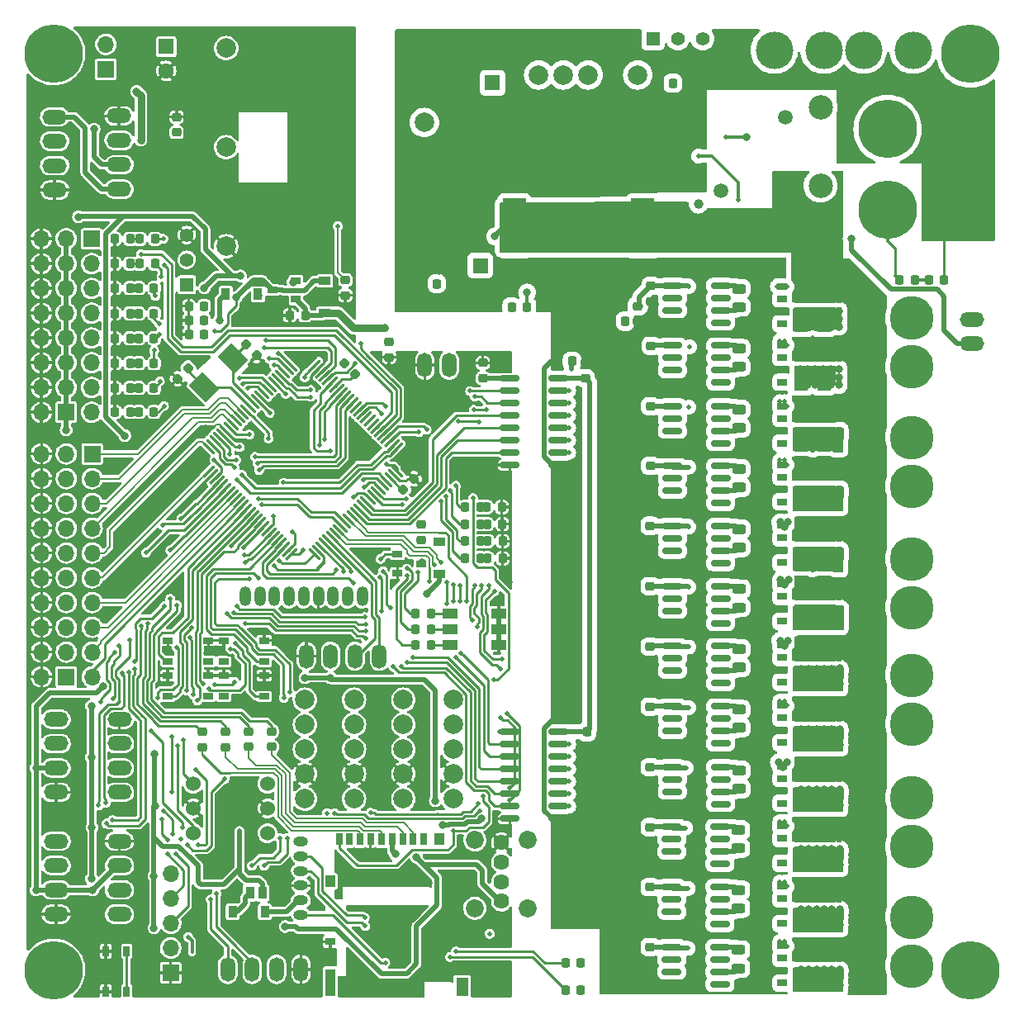
<source format=gbr>
G04 #@! TF.GenerationSoftware,KiCad,Pcbnew,(6.0.4)*
G04 #@! TF.CreationDate,2022-04-29T15:00:51+09:00*
G04 #@! TF.ProjectId,Main,4d61696e-2e6b-4696-9361-645f70636258,rev?*
G04 #@! TF.SameCoordinates,Original*
G04 #@! TF.FileFunction,Copper,L1,Top*
G04 #@! TF.FilePolarity,Positive*
%FSLAX46Y46*%
G04 Gerber Fmt 4.6, Leading zero omitted, Abs format (unit mm)*
G04 Created by KiCad (PCBNEW (6.0.4)) date 2022-04-29 15:00:51*
%MOMM*%
%LPD*%
G01*
G04 APERTURE LIST*
G04 Aperture macros list*
%AMRoundRect*
0 Rectangle with rounded corners*
0 $1 Rounding radius*
0 $2 $3 $4 $5 $6 $7 $8 $9 X,Y pos of 4 corners*
0 Add a 4 corners polygon primitive as box body*
4,1,4,$2,$3,$4,$5,$6,$7,$8,$9,$2,$3,0*
0 Add four circle primitives for the rounded corners*
1,1,$1+$1,$2,$3*
1,1,$1+$1,$4,$5*
1,1,$1+$1,$6,$7*
1,1,$1+$1,$8,$9*
0 Add four rect primitives between the rounded corners*
20,1,$1+$1,$2,$3,$4,$5,0*
20,1,$1+$1,$4,$5,$6,$7,0*
20,1,$1+$1,$6,$7,$8,$9,0*
20,1,$1+$1,$8,$9,$2,$3,0*%
%AMRotRect*
0 Rectangle, with rotation*
0 The origin of the aperture is its center*
0 $1 length*
0 $2 width*
0 $3 Rotation angle, in degrees counterclockwise*
0 Add horizontal line*
21,1,$1,$2,0,0,$3*%
G04 Aperture macros list end*
G04 #@! TA.AperFunction,SMDPad,CuDef*
%ADD10RoundRect,0.218750X-0.335876X-0.026517X-0.026517X-0.335876X0.335876X0.026517X0.026517X0.335876X0*%
G04 #@! TD*
G04 #@! TA.AperFunction,SMDPad,CuDef*
%ADD11RoundRect,0.218750X-0.026517X0.335876X-0.335876X0.026517X0.026517X-0.335876X0.335876X-0.026517X0*%
G04 #@! TD*
G04 #@! TA.AperFunction,SMDPad,CuDef*
%ADD12RoundRect,0.218750X0.026517X-0.335876X0.335876X-0.026517X-0.026517X0.335876X-0.335876X0.026517X0*%
G04 #@! TD*
G04 #@! TA.AperFunction,SMDPad,CuDef*
%ADD13RoundRect,0.218750X0.256250X-0.218750X0.256250X0.218750X-0.256250X0.218750X-0.256250X-0.218750X0*%
G04 #@! TD*
G04 #@! TA.AperFunction,SMDPad,CuDef*
%ADD14RoundRect,0.218750X-0.218750X-0.256250X0.218750X-0.256250X0.218750X0.256250X-0.218750X0.256250X0*%
G04 #@! TD*
G04 #@! TA.AperFunction,SMDPad,CuDef*
%ADD15RoundRect,0.218750X-0.256250X0.218750X-0.256250X-0.218750X0.256250X-0.218750X0.256250X0.218750X0*%
G04 #@! TD*
G04 #@! TA.AperFunction,ComponentPad*
%ADD16R,1.600000X1.600000*%
G04 #@! TD*
G04 #@! TA.AperFunction,ComponentPad*
%ADD17C,1.600000*%
G04 #@! TD*
G04 #@! TA.AperFunction,SMDPad,CuDef*
%ADD18R,1.200000X0.900000*%
G04 #@! TD*
G04 #@! TA.AperFunction,SMDPad,CuDef*
%ADD19RoundRect,0.218750X0.218750X0.256250X-0.218750X0.256250X-0.218750X-0.256250X0.218750X-0.256250X0*%
G04 #@! TD*
G04 #@! TA.AperFunction,ComponentPad*
%ADD20R,1.700000X1.700000*%
G04 #@! TD*
G04 #@! TA.AperFunction,ComponentPad*
%ADD21O,1.700000X1.700000*%
G04 #@! TD*
G04 #@! TA.AperFunction,ComponentPad*
%ADD22O,2.500000X1.500000*%
G04 #@! TD*
G04 #@! TA.AperFunction,ComponentPad*
%ADD23O,1.500000X2.500000*%
G04 #@! TD*
G04 #@! TA.AperFunction,ComponentPad*
%ADD24C,4.500000*%
G04 #@! TD*
G04 #@! TA.AperFunction,ComponentPad*
%ADD25C,6.000000*%
G04 #@! TD*
G04 #@! TA.AperFunction,SMDPad,CuDef*
%ADD26RoundRect,0.218750X0.335876X0.026517X0.026517X0.335876X-0.335876X-0.026517X-0.026517X-0.335876X0*%
G04 #@! TD*
G04 #@! TA.AperFunction,SMDPad,CuDef*
%ADD27R,1.500000X1.000000*%
G04 #@! TD*
G04 #@! TA.AperFunction,ComponentPad*
%ADD28C,2.000000*%
G04 #@! TD*
G04 #@! TA.AperFunction,SMDPad,CuDef*
%ADD29RoundRect,0.150000X-0.825000X-0.150000X0.825000X-0.150000X0.825000X0.150000X-0.825000X0.150000X0*%
G04 #@! TD*
G04 #@! TA.AperFunction,SMDPad,CuDef*
%ADD30RotRect,2.000000X2.400000X225.000000*%
G04 #@! TD*
G04 #@! TA.AperFunction,ComponentPad*
%ADD31C,3.840000*%
G04 #@! TD*
G04 #@! TA.AperFunction,ComponentPad*
%ADD32C,1.500000*%
G04 #@! TD*
G04 #@! TA.AperFunction,ComponentPad*
%ADD33C,2.500000*%
G04 #@! TD*
G04 #@! TA.AperFunction,SMDPad,CuDef*
%ADD34R,1.000000X0.750000*%
G04 #@! TD*
G04 #@! TA.AperFunction,SMDPad,CuDef*
%ADD35R,0.560000X0.750000*%
G04 #@! TD*
G04 #@! TA.AperFunction,SMDPad,CuDef*
%ADD36R,1.400000X0.495000*%
G04 #@! TD*
G04 #@! TA.AperFunction,SMDPad,CuDef*
%ADD37R,4.280000X2.080000*%
G04 #@! TD*
G04 #@! TA.AperFunction,ComponentPad*
%ADD38R,1.397000X1.397000*%
G04 #@! TD*
G04 #@! TA.AperFunction,ComponentPad*
%ADD39C,1.397000*%
G04 #@! TD*
G04 #@! TA.AperFunction,SMDPad,CuDef*
%ADD40R,2.350000X5.650000*%
G04 #@! TD*
G04 #@! TA.AperFunction,SMDPad,CuDef*
%ADD41R,0.650000X1.050000*%
G04 #@! TD*
G04 #@! TA.AperFunction,SMDPad,CuDef*
%ADD42RoundRect,0.243750X-0.456250X0.243750X-0.456250X-0.243750X0.456250X-0.243750X0.456250X0.243750X0*%
G04 #@! TD*
G04 #@! TA.AperFunction,SMDPad,CuDef*
%ADD43R,1.050000X0.650000*%
G04 #@! TD*
G04 #@! TA.AperFunction,SMDPad,CuDef*
%ADD44RoundRect,0.075000X-0.565685X0.459619X0.459619X-0.565685X0.565685X-0.459619X-0.459619X0.565685X0*%
G04 #@! TD*
G04 #@! TA.AperFunction,SMDPad,CuDef*
%ADD45RoundRect,0.075000X-0.565685X-0.459619X-0.459619X-0.565685X0.565685X0.459619X0.459619X0.565685X0*%
G04 #@! TD*
G04 #@! TA.AperFunction,SMDPad,CuDef*
%ADD46R,0.900000X1.200000*%
G04 #@! TD*
G04 #@! TA.AperFunction,SMDPad,CuDef*
%ADD47R,0.965200X1.270000*%
G04 #@! TD*
G04 #@! TA.AperFunction,ComponentPad*
%ADD48C,1.524000*%
G04 #@! TD*
G04 #@! TA.AperFunction,SMDPad,CuDef*
%ADD49R,0.700000X1.200000*%
G04 #@! TD*
G04 #@! TA.AperFunction,SMDPad,CuDef*
%ADD50R,1.000000X0.800000*%
G04 #@! TD*
G04 #@! TA.AperFunction,SMDPad,CuDef*
%ADD51R,1.000000X1.200000*%
G04 #@! TD*
G04 #@! TA.AperFunction,SMDPad,CuDef*
%ADD52R,1.300000X1.900000*%
G04 #@! TD*
G04 #@! TA.AperFunction,SMDPad,CuDef*
%ADD53R,1.000000X2.800000*%
G04 #@! TD*
G04 #@! TA.AperFunction,ComponentPad*
%ADD54C,1.620000*%
G04 #@! TD*
G04 #@! TA.AperFunction,ComponentPad*
%ADD55C,1.850000*%
G04 #@! TD*
G04 #@! TA.AperFunction,ComponentPad*
%ADD56O,1.200000X2.000000*%
G04 #@! TD*
G04 #@! TA.AperFunction,SMDPad,CuDef*
%ADD57R,1.000000X0.700000*%
G04 #@! TD*
G04 #@! TA.AperFunction,ComponentPad*
%ADD58O,1.524000X1.000000*%
G04 #@! TD*
G04 #@! TA.AperFunction,ViaPad*
%ADD59C,6.000000*%
G04 #@! TD*
G04 #@! TA.AperFunction,ViaPad*
%ADD60C,0.500000*%
G04 #@! TD*
G04 #@! TA.AperFunction,ViaPad*
%ADD61C,0.800000*%
G04 #@! TD*
G04 #@! TA.AperFunction,ViaPad*
%ADD62C,1.000000*%
G04 #@! TD*
G04 #@! TA.AperFunction,Conductor*
%ADD63C,0.500000*%
G04 #@! TD*
G04 #@! TA.AperFunction,Conductor*
%ADD64C,0.250000*%
G04 #@! TD*
G04 #@! TA.AperFunction,Conductor*
%ADD65C,0.200000*%
G04 #@! TD*
G04 #@! TA.AperFunction,Conductor*
%ADD66C,0.300000*%
G04 #@! TD*
G04 #@! TA.AperFunction,Conductor*
%ADD67C,0.800000*%
G04 #@! TD*
G04 APERTURE END LIST*
D10*
X58693153Y-70843153D03*
X59806847Y-71956847D03*
D11*
X52806847Y-73243153D03*
X51693153Y-74356847D03*
D12*
X74843153Y-85706847D03*
X75956847Y-84593153D03*
D13*
X83000000Y-74287500D03*
X83000000Y-72712500D03*
X93500000Y-74287500D03*
X93500000Y-72712500D03*
D14*
X93662500Y-110550000D03*
X95237500Y-110550000D03*
D15*
X100250000Y-64812500D03*
X100250000Y-66387500D03*
X100250000Y-70962500D03*
X100250000Y-72537500D03*
X100200000Y-77162500D03*
X100200000Y-78737500D03*
X100200000Y-83262500D03*
X100200000Y-84837500D03*
X100150000Y-89412500D03*
X100150000Y-90987500D03*
X100150000Y-95612500D03*
X100150000Y-97187500D03*
D16*
X82750000Y-62750000D03*
D17*
X82750000Y-65250000D03*
D15*
X100150000Y-101812500D03*
X100150000Y-103387500D03*
X100150000Y-107962500D03*
X100150000Y-109537500D03*
X100150000Y-120312500D03*
X100150000Y-121887500D03*
X100150000Y-126462500D03*
X100150000Y-128037500D03*
D13*
X73400000Y-72137500D03*
X73400000Y-70562500D03*
X68900000Y-65787500D03*
X68900000Y-64212500D03*
D14*
X52862500Y-69800000D03*
X54437500Y-69800000D03*
D15*
X51600000Y-47512500D03*
X51600000Y-49087500D03*
D14*
X52862500Y-66900000D03*
X54437500Y-66900000D03*
X52862500Y-68350000D03*
X54437500Y-68350000D03*
D18*
X78500000Y-94350000D03*
X78500000Y-91050000D03*
D19*
X84937500Y-87500000D03*
X83362500Y-87500000D03*
X84987500Y-89250000D03*
X83412500Y-89250000D03*
X85037500Y-91000000D03*
X83462500Y-91000000D03*
X85037500Y-92750000D03*
X83462500Y-92750000D03*
X130287500Y-64250000D03*
X128712500Y-64250000D03*
D14*
X100912500Y-44050000D03*
X102487500Y-44050000D03*
X76712500Y-64600000D03*
X78287500Y-64600000D03*
D20*
X42950000Y-82040000D03*
D21*
X42950000Y-84580000D03*
X42950000Y-87120000D03*
X42950000Y-89660000D03*
X42950000Y-92200000D03*
X42950000Y-94740000D03*
X42950000Y-97280000D03*
X42950000Y-99820000D03*
X42950000Y-102360000D03*
X42950000Y-104900000D03*
D20*
X51000000Y-135250000D03*
D21*
X51000000Y-132710000D03*
X51000000Y-130170000D03*
X51000000Y-127630000D03*
X51000000Y-125090000D03*
D20*
X40300000Y-104900000D03*
D21*
X37760000Y-104900000D03*
X40300000Y-102360000D03*
X37760000Y-102360000D03*
X40300000Y-99820000D03*
X37760000Y-99820000D03*
X40300000Y-97280000D03*
X37760000Y-97280000D03*
X40300000Y-94740000D03*
X37760000Y-94740000D03*
X40300000Y-92200000D03*
X37760000Y-92200000D03*
X40300000Y-89660000D03*
X37760000Y-89660000D03*
X40300000Y-87120000D03*
X37760000Y-87120000D03*
X40300000Y-84580000D03*
X37760000Y-84580000D03*
X40300000Y-82040000D03*
X37760000Y-82040000D03*
D20*
X42900000Y-60020000D03*
D21*
X42900000Y-62560000D03*
X42900000Y-65100000D03*
X42900000Y-67640000D03*
X42900000Y-70180000D03*
X42900000Y-72720000D03*
X42900000Y-75260000D03*
X42900000Y-77800000D03*
D20*
X40290000Y-77780000D03*
D21*
X37750000Y-77780000D03*
X40290000Y-75240000D03*
X37750000Y-75240000D03*
X40290000Y-72700000D03*
X37750000Y-72700000D03*
X40290000Y-70160000D03*
X37750000Y-70160000D03*
X40290000Y-67620000D03*
X37750000Y-67620000D03*
X40290000Y-65080000D03*
X37750000Y-65080000D03*
X40290000Y-62540000D03*
X37750000Y-62540000D03*
X40290000Y-60000000D03*
X37750000Y-60000000D03*
D22*
X39250000Y-116750000D03*
X39250000Y-114250000D03*
X39250000Y-111750000D03*
X39250000Y-109250000D03*
X39250000Y-129250000D03*
X39250000Y-126750000D03*
X39250000Y-124250000D03*
X39250000Y-121750000D03*
X45750000Y-121750000D03*
X45750000Y-124250000D03*
X45750000Y-126750000D03*
X45750000Y-129250000D03*
X45750000Y-109250000D03*
X45750000Y-111750000D03*
X45750000Y-114250000D03*
X45750000Y-116750000D03*
D23*
X77050000Y-72950000D03*
X79550000Y-72950000D03*
D22*
X133150000Y-68250000D03*
X133150000Y-70750000D03*
D24*
X127000000Y-92800000D03*
X127000000Y-97800000D03*
X127000000Y-104750000D03*
X127000000Y-109750000D03*
X127000000Y-117300000D03*
X127000000Y-122300000D03*
X127000000Y-129550000D03*
X127000000Y-134550000D03*
D25*
X131500000Y-57000000D03*
X124500000Y-57000000D03*
X131500000Y-48750000D03*
X124500000Y-48750000D03*
D26*
X69906847Y-73856847D03*
X68793153Y-72743153D03*
D13*
X76650000Y-90887500D03*
X76650000Y-89312500D03*
D14*
X76112500Y-98400000D03*
X77687500Y-98400000D03*
X76112500Y-100000000D03*
X77687500Y-100000000D03*
X76112500Y-101600000D03*
X77687500Y-101600000D03*
D19*
X82737500Y-87500000D03*
X81162500Y-87500000D03*
X82737500Y-89250000D03*
X81162500Y-89250000D03*
X82737500Y-91000000D03*
X81162500Y-91000000D03*
X82737500Y-92750000D03*
X81162500Y-92750000D03*
D14*
X85962500Y-67000000D03*
X87537500Y-67000000D03*
D19*
X127287500Y-64250000D03*
X125712500Y-64250000D03*
D27*
X79650000Y-98400000D03*
X79650000Y-100000000D03*
X79650000Y-101600000D03*
X84650000Y-101600000D03*
X84650000Y-100000000D03*
X84650000Y-98400000D03*
D28*
X77010000Y-60760000D03*
X77010000Y-53140000D03*
X77010000Y-48060000D03*
X56690000Y-60760000D03*
X56690000Y-50600000D03*
X56690000Y-40440000D03*
D29*
X102425000Y-77145000D03*
X102425000Y-78415000D03*
X102425000Y-79685000D03*
X102425000Y-80955000D03*
X107375000Y-80955000D03*
X107375000Y-79685000D03*
X107375000Y-78415000D03*
X107375000Y-77145000D03*
X102425000Y-83295000D03*
X102425000Y-84565000D03*
X102425000Y-85835000D03*
X102425000Y-87105000D03*
X107375000Y-87105000D03*
X107375000Y-85835000D03*
X107375000Y-84565000D03*
X107375000Y-83295000D03*
X102425000Y-95595000D03*
X102425000Y-96865000D03*
X102425000Y-98135000D03*
X102425000Y-99405000D03*
X107375000Y-99405000D03*
X107375000Y-98135000D03*
X107375000Y-96865000D03*
X107375000Y-95595000D03*
X102425000Y-101745000D03*
X102425000Y-103015000D03*
X102425000Y-104285000D03*
X102425000Y-105555000D03*
X107375000Y-105555000D03*
X107375000Y-104285000D03*
X107375000Y-103015000D03*
X107375000Y-101745000D03*
X102425000Y-107945000D03*
X102425000Y-109215000D03*
X102425000Y-110485000D03*
X102425000Y-111755000D03*
X107375000Y-111755000D03*
X107375000Y-110485000D03*
X107375000Y-109215000D03*
X107375000Y-107945000D03*
X102425000Y-114145000D03*
X102425000Y-115415000D03*
X102425000Y-116685000D03*
X102425000Y-117955000D03*
X107375000Y-117955000D03*
X107375000Y-116685000D03*
X107375000Y-115415000D03*
X107375000Y-114145000D03*
X102375000Y-120295000D03*
X102375000Y-121565000D03*
X102375000Y-122835000D03*
X102375000Y-124105000D03*
X107325000Y-124105000D03*
X107325000Y-122835000D03*
X107325000Y-121565000D03*
X107325000Y-120295000D03*
X102375000Y-126445000D03*
X102375000Y-127715000D03*
X102375000Y-128985000D03*
X102375000Y-130255000D03*
X107325000Y-130255000D03*
X107325000Y-128985000D03*
X107325000Y-127715000D03*
X107325000Y-126445000D03*
X102375000Y-132595000D03*
X102375000Y-133865000D03*
X102375000Y-135135000D03*
X102375000Y-136405000D03*
X107325000Y-136405000D03*
X107325000Y-135135000D03*
X107325000Y-133865000D03*
X107325000Y-132595000D03*
D30*
X57349569Y-72300431D03*
X54450431Y-75199569D03*
D31*
X127110000Y-40650000D03*
X122030000Y-40650000D03*
X117970000Y-40650000D03*
X112890000Y-40650000D03*
D32*
X114020000Y-47530000D03*
X107420000Y-55030000D03*
D33*
X117620000Y-54530000D03*
X117620000Y-46530000D03*
X114620000Y-54530000D03*
D29*
X102425000Y-70945000D03*
X102425000Y-72215000D03*
X102425000Y-73485000D03*
X102425000Y-74755000D03*
X107375000Y-74755000D03*
X107375000Y-73485000D03*
X107375000Y-72215000D03*
X107375000Y-70945000D03*
D15*
X98850000Y-66912500D03*
X98850000Y-68487500D03*
D14*
X96012500Y-68450000D03*
X97587500Y-68450000D03*
D34*
X113708000Y-64895000D03*
X113708000Y-66165000D03*
X113708000Y-67435000D03*
X113708000Y-68705000D03*
D35*
X119517000Y-68705000D03*
X119517000Y-67375000D03*
X119517000Y-66225000D03*
X119517000Y-64895000D03*
D36*
X117957000Y-64273000D03*
X115657000Y-64273000D03*
X115657000Y-69327000D03*
X117957000Y-69327000D03*
D37*
X117097000Y-68040000D03*
X117097000Y-65560000D03*
D34*
X113708000Y-70895000D03*
X113708000Y-72165000D03*
X113708000Y-73435000D03*
X113708000Y-74705000D03*
D35*
X119517000Y-74705000D03*
X119517000Y-73375000D03*
X119517000Y-72225000D03*
X119517000Y-70895000D03*
D36*
X117957000Y-70273000D03*
X115657000Y-70273000D03*
X115657000Y-75327000D03*
X117957000Y-75327000D03*
D37*
X117097000Y-74040000D03*
X117097000Y-71560000D03*
D34*
X113708000Y-77145000D03*
X113708000Y-78415000D03*
X113708000Y-79685000D03*
X113708000Y-80955000D03*
D35*
X119517000Y-80955000D03*
X119517000Y-79625000D03*
X119517000Y-78475000D03*
X119517000Y-77145000D03*
D36*
X117957000Y-76523000D03*
X115657000Y-76523000D03*
X115657000Y-81577000D03*
X117957000Y-81577000D03*
D37*
X117097000Y-80290000D03*
X117097000Y-77810000D03*
D34*
X113708000Y-83145000D03*
X113708000Y-84415000D03*
X113708000Y-85685000D03*
X113708000Y-86955000D03*
D35*
X119517000Y-86955000D03*
X119517000Y-85625000D03*
X119517000Y-84475000D03*
X119517000Y-83145000D03*
D36*
X117957000Y-82523000D03*
X115657000Y-82523000D03*
X115657000Y-87577000D03*
X117957000Y-87577000D03*
D37*
X117097000Y-86290000D03*
X117097000Y-83810000D03*
D34*
X113708000Y-89395000D03*
X113708000Y-90665000D03*
X113708000Y-91935000D03*
X113708000Y-93205000D03*
D35*
X119517000Y-93205000D03*
X119517000Y-91875000D03*
X119517000Y-90725000D03*
X119517000Y-89395000D03*
D36*
X117957000Y-88773000D03*
X115657000Y-88773000D03*
X115657000Y-93827000D03*
X117957000Y-93827000D03*
D37*
X117097000Y-92540000D03*
X117097000Y-90060000D03*
D34*
X113708000Y-95395000D03*
X113708000Y-96665000D03*
X113708000Y-97935000D03*
X113708000Y-99205000D03*
D35*
X119517000Y-99205000D03*
X119517000Y-97875000D03*
X119517000Y-96725000D03*
X119517000Y-95395000D03*
D36*
X117957000Y-94773000D03*
X115657000Y-94773000D03*
X115657000Y-99827000D03*
X117957000Y-99827000D03*
D37*
X117097000Y-98540000D03*
X117097000Y-96060000D03*
D34*
X113708000Y-114045000D03*
X113708000Y-115315000D03*
X113708000Y-116585000D03*
X113708000Y-117855000D03*
D35*
X119517000Y-117855000D03*
X119517000Y-116525000D03*
X119517000Y-115375000D03*
X119517000Y-114045000D03*
D36*
X117957000Y-113423000D03*
X115657000Y-113423000D03*
X115657000Y-118477000D03*
X117957000Y-118477000D03*
D37*
X117097000Y-117190000D03*
X117097000Y-114710000D03*
D34*
X113708000Y-120195000D03*
X113708000Y-121465000D03*
X113708000Y-122735000D03*
X113708000Y-124005000D03*
D35*
X119517000Y-124005000D03*
X119517000Y-122675000D03*
X119517000Y-121525000D03*
X119517000Y-120195000D03*
D36*
X117957000Y-119573000D03*
X115657000Y-119573000D03*
X115657000Y-124627000D03*
X117957000Y-124627000D03*
D37*
X117097000Y-123340000D03*
X117097000Y-120860000D03*
D34*
X113708000Y-126395000D03*
X113708000Y-127665000D03*
X113708000Y-128935000D03*
X113708000Y-130205000D03*
D35*
X119517000Y-130205000D03*
X119517000Y-128875000D03*
X119517000Y-127725000D03*
X119517000Y-126395000D03*
D36*
X117957000Y-125773000D03*
X115657000Y-125773000D03*
X115657000Y-130827000D03*
X117957000Y-130827000D03*
D37*
X117097000Y-129540000D03*
X117097000Y-127060000D03*
D34*
X113708000Y-132495000D03*
X113708000Y-133765000D03*
X113708000Y-135035000D03*
X113708000Y-136305000D03*
D35*
X119517000Y-136305000D03*
X119517000Y-134975000D03*
X119517000Y-133825000D03*
X119517000Y-132495000D03*
D36*
X117957000Y-131873000D03*
X115657000Y-131873000D03*
X115657000Y-136927000D03*
X117957000Y-136927000D03*
D37*
X117097000Y-135640000D03*
X117097000Y-133160000D03*
D34*
X113708000Y-101645000D03*
X113708000Y-102915000D03*
X113708000Y-104185000D03*
X113708000Y-105455000D03*
D35*
X119517000Y-105455000D03*
X119517000Y-104125000D03*
X119517000Y-102975000D03*
X119517000Y-101645000D03*
D36*
X117957000Y-101023000D03*
X115657000Y-101023000D03*
X115657000Y-106077000D03*
X117957000Y-106077000D03*
D37*
X117097000Y-104790000D03*
X117097000Y-102310000D03*
D34*
X113708000Y-107845000D03*
X113708000Y-109115000D03*
X113708000Y-110385000D03*
X113708000Y-111655000D03*
D35*
X119517000Y-111655000D03*
X119517000Y-110325000D03*
X119517000Y-109175000D03*
X119517000Y-107845000D03*
D36*
X117957000Y-107223000D03*
X115657000Y-107223000D03*
X115657000Y-112277000D03*
X117957000Y-112277000D03*
D37*
X117097000Y-110990000D03*
X117097000Y-108510000D03*
D29*
X102425000Y-64795000D03*
X102425000Y-66065000D03*
X102425000Y-67335000D03*
X102425000Y-68605000D03*
X107375000Y-68605000D03*
X107375000Y-67335000D03*
X107375000Y-66065000D03*
X107375000Y-64795000D03*
X102425000Y-89445000D03*
X102425000Y-90715000D03*
X102425000Y-91985000D03*
X102425000Y-93255000D03*
X107375000Y-93255000D03*
X107375000Y-91985000D03*
X107375000Y-90715000D03*
X107375000Y-89445000D03*
D38*
X100460000Y-39475000D03*
D39*
X103000000Y-39475000D03*
X105540000Y-39475000D03*
D40*
X86250000Y-58650000D03*
X86250000Y-48950000D03*
X99400000Y-58650000D03*
X99400000Y-48950000D03*
D16*
X84000000Y-44000000D03*
D17*
X84000000Y-40500000D03*
D28*
X69800000Y-107245000D03*
X69800000Y-117405000D03*
X69800000Y-109785000D03*
X69800000Y-112325000D03*
X69800000Y-114855000D03*
X74850000Y-107245000D03*
X74850000Y-117405000D03*
X74850000Y-109785000D03*
X74850000Y-112325000D03*
X74850000Y-114855000D03*
X79950000Y-117405000D03*
X79950000Y-107245000D03*
X79950000Y-109785000D03*
X79950000Y-112325000D03*
X79950000Y-114855000D03*
X64750000Y-117405000D03*
X64750000Y-107245000D03*
X64750000Y-109785000D03*
X64750000Y-112325000D03*
X64750000Y-114855000D03*
D22*
X45700000Y-47400000D03*
X45700000Y-49900000D03*
X45700000Y-52400000D03*
X45700000Y-54900000D03*
X39100000Y-55000000D03*
X39100000Y-52500000D03*
X39100000Y-50000000D03*
X39100000Y-47500000D03*
D41*
X46495000Y-137185000D03*
X46495000Y-133035000D03*
X44345000Y-133035000D03*
X44345000Y-137185000D03*
D18*
X66800000Y-64300000D03*
X66800000Y-67600000D03*
D14*
X63212500Y-67850000D03*
X64787500Y-67850000D03*
D42*
X109250000Y-65112500D03*
X109250000Y-66987500D03*
X109250000Y-71262500D03*
X109250000Y-73137500D03*
X109250000Y-77512500D03*
X109250000Y-79387500D03*
X109250000Y-83612500D03*
X109250000Y-85487500D03*
X109250000Y-89762500D03*
X109250000Y-91637500D03*
X109250000Y-95912500D03*
X109250000Y-97787500D03*
X109250000Y-102062500D03*
X109250000Y-103937500D03*
X109250000Y-108262500D03*
X109250000Y-110137500D03*
X109250000Y-114512500D03*
X109250000Y-116387500D03*
X109200000Y-120612500D03*
X109200000Y-122487500D03*
X109200000Y-126762500D03*
X109200000Y-128637500D03*
X109200000Y-132912500D03*
X109200000Y-134787500D03*
X113300000Y-60662500D03*
X113300000Y-62537500D03*
X111350000Y-60662500D03*
X111350000Y-62537500D03*
D20*
X44350000Y-42600000D03*
D21*
X44350000Y-40060000D03*
D15*
X100150000Y-114162500D03*
X100150000Y-115737500D03*
X100150000Y-132612500D03*
X100150000Y-134187500D03*
D24*
X127000000Y-68100000D03*
X127000000Y-73100000D03*
X127000000Y-80350000D03*
X127000000Y-85350000D03*
D43*
X54850000Y-104775000D03*
X50700000Y-104775000D03*
X50700000Y-106925000D03*
X54850000Y-106925000D03*
X50725000Y-101175000D03*
X54875000Y-101175000D03*
X54875000Y-103325000D03*
X50725000Y-103325000D03*
X60575000Y-104775000D03*
X56425000Y-104775000D03*
X60575000Y-106925000D03*
X56425000Y-106925000D03*
X56450000Y-101175000D03*
X60600000Y-101175000D03*
X56450000Y-103325000D03*
X60600000Y-103325000D03*
D23*
X64900000Y-102800000D03*
X67400000Y-102800000D03*
X69900000Y-102800000D03*
X72400000Y-102800000D03*
D38*
X52650000Y-64690000D03*
D39*
X52650000Y-62150000D03*
X52650000Y-59610000D03*
D14*
X45262500Y-62550000D03*
X46837500Y-62550000D03*
X45262500Y-65050000D03*
X46837500Y-65050000D03*
X45262500Y-67650000D03*
X46837500Y-67650000D03*
X45262500Y-70200000D03*
X46837500Y-70200000D03*
X45262500Y-72750000D03*
X46837500Y-72750000D03*
X45262500Y-75300000D03*
X46837500Y-75300000D03*
X45262500Y-77750000D03*
X46837500Y-77750000D03*
X47812500Y-60000000D03*
X49387500Y-60000000D03*
X47812500Y-62550000D03*
X49387500Y-62550000D03*
X47712500Y-65050000D03*
X49287500Y-65050000D03*
X47712500Y-70200000D03*
X49287500Y-70200000D03*
X47712500Y-72750000D03*
X49287500Y-72750000D03*
X47712500Y-75300000D03*
X49287500Y-75300000D03*
X47712500Y-77750000D03*
X49287500Y-77750000D03*
X45262500Y-60000000D03*
X46837500Y-60000000D03*
X47712500Y-67650000D03*
X49287500Y-67650000D03*
X90562500Y-72550000D03*
X92137500Y-72550000D03*
D44*
X63365596Y-72980315D03*
X63012043Y-73333868D03*
X62658489Y-73687422D03*
X62304936Y-74040975D03*
X61951383Y-74394528D03*
X61597829Y-74748082D03*
X61244276Y-75101635D03*
X60890722Y-75455189D03*
X60537169Y-75808742D03*
X60183616Y-76162295D03*
X59830062Y-76515849D03*
X59476509Y-76869402D03*
X59122955Y-77222955D03*
X58769402Y-77576509D03*
X58415849Y-77930062D03*
X58062295Y-78283616D03*
X57708742Y-78637169D03*
X57355189Y-78990722D03*
X57001635Y-79344276D03*
X56648082Y-79697829D03*
X56294528Y-80051383D03*
X55940975Y-80404936D03*
X55587422Y-80758489D03*
X55233868Y-81112043D03*
X54880315Y-81465596D03*
D45*
X54880315Y-83834404D03*
X55233868Y-84187957D03*
X55587422Y-84541511D03*
X55940975Y-84895064D03*
X56294528Y-85248617D03*
X56648082Y-85602171D03*
X57001635Y-85955724D03*
X57355189Y-86309278D03*
X57708742Y-86662831D03*
X58062295Y-87016384D03*
X58415849Y-87369938D03*
X58769402Y-87723491D03*
X59122955Y-88077045D03*
X59476509Y-88430598D03*
X59830062Y-88784151D03*
X60183616Y-89137705D03*
X60537169Y-89491258D03*
X60890722Y-89844811D03*
X61244276Y-90198365D03*
X61597829Y-90551918D03*
X61951383Y-90905472D03*
X62304936Y-91259025D03*
X62658489Y-91612578D03*
X63012043Y-91966132D03*
X63365596Y-92319685D03*
D44*
X65734404Y-92319685D03*
X66087957Y-91966132D03*
X66441511Y-91612578D03*
X66795064Y-91259025D03*
X67148617Y-90905472D03*
X67502171Y-90551918D03*
X67855724Y-90198365D03*
X68209278Y-89844811D03*
X68562831Y-89491258D03*
X68916384Y-89137705D03*
X69269938Y-88784151D03*
X69623491Y-88430598D03*
X69977045Y-88077045D03*
X70330598Y-87723491D03*
X70684151Y-87369938D03*
X71037705Y-87016384D03*
X71391258Y-86662831D03*
X71744811Y-86309278D03*
X72098365Y-85955724D03*
X72451918Y-85602171D03*
X72805472Y-85248617D03*
X73159025Y-84895064D03*
X73512578Y-84541511D03*
X73866132Y-84187957D03*
X74219685Y-83834404D03*
D45*
X74219685Y-81465596D03*
X73866132Y-81112043D03*
X73512578Y-80758489D03*
X73159025Y-80404936D03*
X72805472Y-80051383D03*
X72451918Y-79697829D03*
X72098365Y-79344276D03*
X71744811Y-78990722D03*
X71391258Y-78637169D03*
X71037705Y-78283616D03*
X70684151Y-77930062D03*
X70330598Y-77576509D03*
X69977045Y-77222955D03*
X69623491Y-76869402D03*
X69269938Y-76515849D03*
X68916384Y-76162295D03*
X68562831Y-75808742D03*
X68209278Y-75455189D03*
X67855724Y-75101635D03*
X67502171Y-74748082D03*
X67148617Y-74394528D03*
X66795064Y-74040975D03*
X66441511Y-73687422D03*
X66087957Y-73333868D03*
X65734404Y-72980315D03*
D46*
X57350000Y-129000000D03*
X60650000Y-129000000D03*
D47*
X59115000Y-127050000D03*
X60385000Y-127050000D03*
D13*
X54250000Y-112137500D03*
X54250000Y-110562500D03*
D48*
X53315000Y-115860000D03*
X53315000Y-118400000D03*
X53315000Y-120940000D03*
X60935000Y-120940000D03*
X60935000Y-118400000D03*
X60935000Y-115860000D03*
D14*
X91462500Y-134250000D03*
X93037500Y-134250000D03*
X91462500Y-137000000D03*
X93037500Y-137000000D03*
D13*
X61350000Y-112087500D03*
X61350000Y-110512500D03*
X59000000Y-112087500D03*
X59000000Y-110512500D03*
X56650000Y-112137500D03*
X56650000Y-110562500D03*
D49*
X76975000Y-121575000D03*
X75875000Y-121575000D03*
X74775000Y-121575000D03*
X73675000Y-121575000D03*
X72575000Y-121575000D03*
X71475000Y-121575000D03*
X70375000Y-121575000D03*
X69275000Y-121575000D03*
X68325000Y-121575000D03*
D50*
X67375000Y-132075000D03*
D51*
X67375000Y-125875000D03*
X78525000Y-121575000D03*
D52*
X80875000Y-136675000D03*
D53*
X67375000Y-136225000D03*
D54*
X84900000Y-127900000D03*
X84900000Y-125900000D03*
X84900000Y-123900000D03*
X84900000Y-121900000D03*
D55*
X87620000Y-128630000D03*
X87620000Y-121630000D03*
X82180000Y-121630000D03*
X82180000Y-128630000D03*
D56*
X58640000Y-96660000D03*
X60140000Y-96660000D03*
X61640000Y-96660000D03*
X63140000Y-96660000D03*
X64640000Y-96660000D03*
X66140000Y-96660000D03*
X67640000Y-96660000D03*
X69140000Y-96660000D03*
X70640000Y-96660000D03*
D16*
X50530000Y-40290000D03*
D17*
X50530000Y-42790000D03*
D57*
X74250000Y-92350000D03*
X74250000Y-94250000D03*
X76650000Y-93300000D03*
X63850000Y-66200000D03*
X63850000Y-64300000D03*
X61450000Y-65250000D03*
D46*
X56650000Y-65650000D03*
X59950000Y-65650000D03*
D28*
X98880000Y-43200000D03*
X88720000Y-43200000D03*
X91260000Y-43200000D03*
X93800000Y-43200000D03*
X96330000Y-43200000D03*
D23*
X64350000Y-134900000D03*
X61850000Y-134900000D03*
X59350000Y-134900000D03*
X56850000Y-134900000D03*
D58*
X64350000Y-129300000D03*
X64350000Y-127800000D03*
X64350000Y-126300000D03*
X64350000Y-124800000D03*
X64350000Y-123300000D03*
X64350000Y-121800000D03*
D29*
X85775000Y-110555000D03*
X85775000Y-111825000D03*
X85775000Y-113095000D03*
X85775000Y-114365000D03*
X85775000Y-115635000D03*
X85775000Y-116905000D03*
X85775000Y-118175000D03*
X85775000Y-119445000D03*
X90725000Y-119445000D03*
X90725000Y-118175000D03*
X90725000Y-116905000D03*
X90725000Y-115635000D03*
X90725000Y-114365000D03*
X90725000Y-113095000D03*
X90725000Y-111825000D03*
X90725000Y-110555000D03*
X85775000Y-74305000D03*
X85775000Y-75575000D03*
X85775000Y-76845000D03*
X85775000Y-78115000D03*
X85775000Y-79385000D03*
X85775000Y-80655000D03*
X85775000Y-81925000D03*
X85775000Y-83195000D03*
X90725000Y-83195000D03*
X90725000Y-81925000D03*
X90725000Y-80655000D03*
X90725000Y-79385000D03*
X90725000Y-78115000D03*
X90725000Y-76845000D03*
X90725000Y-75575000D03*
X90725000Y-74305000D03*
D59*
X133000000Y-41000000D03*
X39000000Y-41000000D03*
X133000000Y-135000000D03*
X39000000Y-135000000D03*
D60*
X67800000Y-68650000D03*
D61*
X55500000Y-58500000D03*
X69500000Y-59000000D03*
X66000000Y-101000000D03*
D60*
X43650000Y-96050000D03*
D61*
X73250000Y-113500000D03*
X57500000Y-43000000D03*
X68000000Y-113250000D03*
X65500000Y-39000000D03*
X46400000Y-76500000D03*
X73250000Y-106250000D03*
X68750000Y-137000000D03*
D60*
X69700000Y-70150000D03*
D61*
X69500000Y-47000000D03*
X67000000Y-134000000D03*
D60*
X43650000Y-91000000D03*
D61*
X39000000Y-91000000D03*
X82500000Y-134500000D03*
X77400000Y-126000000D03*
X38500000Y-118250000D03*
X77000000Y-81350000D03*
X66500000Y-116000000D03*
X49500000Y-53000000D03*
X75660000Y-80690000D03*
X68500000Y-101000000D03*
X42500000Y-39000000D03*
D60*
X72080000Y-92190000D03*
D61*
X82500000Y-137000000D03*
X71500000Y-117750000D03*
X39000000Y-76500000D03*
X41500000Y-115500000D03*
X41750000Y-74000000D03*
X41250000Y-130000000D03*
X36750000Y-129500000D03*
X48290000Y-135640000D03*
X46700000Y-69000000D03*
X41750000Y-63750000D03*
D60*
X48500000Y-76500000D03*
D61*
X39000000Y-93500000D03*
X39000000Y-88250000D03*
X61900000Y-84150000D03*
X45500000Y-39000000D03*
X81450000Y-74000000D03*
X49600000Y-79000000D03*
X71500000Y-108500000D03*
X62000000Y-101000000D03*
D60*
X50350000Y-83280000D03*
D61*
X46550000Y-58750000D03*
X61500000Y-62000000D03*
X75700000Y-76600000D03*
X53000000Y-43000000D03*
D60*
X43650000Y-93500000D03*
D61*
X69500000Y-43000000D03*
D60*
X59860000Y-80990000D03*
D61*
X76500000Y-117750000D03*
X70750000Y-125000000D03*
D60*
X48910000Y-93400000D03*
D61*
X46500000Y-56750000D03*
D60*
X74780000Y-134530000D03*
D61*
X85500000Y-134500000D03*
D60*
X48600000Y-69000000D03*
X50960000Y-99750000D03*
D61*
X77750000Y-130250000D03*
X41750000Y-66500000D03*
X47000000Y-131750000D03*
X79500000Y-132250000D03*
X41750000Y-61500000D03*
D60*
X82070000Y-125380000D03*
X43650000Y-98550000D03*
D61*
X68000000Y-117500000D03*
X59000000Y-108250000D03*
X50670000Y-72970000D03*
D60*
X54550000Y-79300010D03*
D61*
X66500000Y-117500000D03*
X49000000Y-39000000D03*
X36750000Y-58750000D03*
X72500000Y-137000000D03*
X53000000Y-47000000D03*
X41750000Y-85750000D03*
X36750000Y-57000000D03*
X44750000Y-83500000D03*
D60*
X48500000Y-74100000D03*
D61*
X65500000Y-51000000D03*
X40000000Y-120000000D03*
X71500000Y-113500000D03*
X76500000Y-113500000D03*
X69400000Y-133580000D03*
D60*
X85840000Y-95190000D03*
D61*
X39000000Y-85750000D03*
D60*
X51900000Y-66050000D03*
X55600000Y-65550000D03*
D61*
X69500000Y-51000000D03*
X68000000Y-116000000D03*
X42500000Y-137250000D03*
X39000000Y-96000000D03*
X40000000Y-45000000D03*
X41750000Y-93500000D03*
X73250000Y-116000000D03*
X81450000Y-72100000D03*
D60*
X48600000Y-66500000D03*
D61*
X39000000Y-83250000D03*
X51400000Y-76500000D03*
X61900000Y-78850000D03*
X57500000Y-47000000D03*
X46700000Y-71500000D03*
X41750000Y-101000000D03*
X57000000Y-119250000D03*
X43250000Y-56750000D03*
X39000000Y-66500000D03*
X85400000Y-72100000D03*
X68793153Y-72743153D03*
X36750000Y-49000000D03*
D60*
X72310000Y-133010000D03*
D61*
X64920000Y-72030000D03*
X41500000Y-118250000D03*
X70050000Y-82150000D03*
D60*
X48400000Y-71600000D03*
D61*
X40750000Y-110500000D03*
X36750000Y-79500000D03*
D60*
X57750000Y-64750000D03*
X61720000Y-103770000D03*
D61*
X70470000Y-123080000D03*
X44250000Y-45500000D03*
X73250000Y-108500000D03*
D60*
X53650000Y-65900000D03*
D61*
X53710000Y-82070000D03*
X41750000Y-98500000D03*
X44250000Y-131750000D03*
X46700000Y-66500000D03*
X41750000Y-69000000D03*
X41250000Y-132000000D03*
X76250000Y-137000000D03*
X41750000Y-83500000D03*
X41250000Y-128000000D03*
D60*
X84990000Y-97380000D03*
D61*
X40000000Y-118250000D03*
X36750000Y-45000000D03*
X71500000Y-106250000D03*
X45300000Y-80700000D03*
X53000000Y-39000000D03*
X41750000Y-96000000D03*
X69500000Y-63000000D03*
X63700000Y-84150000D03*
X39000000Y-61250000D03*
D60*
X65550000Y-68650000D03*
D61*
X41750000Y-88250000D03*
X36750000Y-52250000D03*
X85500000Y-137000000D03*
X84650000Y-101600000D03*
X60750000Y-108250000D03*
X66500000Y-106250000D03*
D60*
X54620000Y-102490000D03*
D61*
X61500000Y-43000000D03*
X63700000Y-81550000D03*
X65500000Y-47000000D03*
X37000000Y-106500000D03*
X46400000Y-74100000D03*
X69500000Y-39000000D03*
X42700000Y-134800000D03*
X44750000Y-85750000D03*
X50800000Y-90950000D03*
D60*
X81720000Y-76840000D03*
X70060000Y-92180000D03*
D61*
X57500000Y-58500000D03*
X57500000Y-39000000D03*
X59250000Y-116250000D03*
X38500000Y-120000000D03*
X48250000Y-133250000D03*
X72750000Y-130250000D03*
X39000000Y-101000000D03*
D60*
X61710000Y-105750000D03*
D61*
X66500000Y-113250000D03*
X76500000Y-116000000D03*
X77000000Y-83760000D03*
D60*
X48800000Y-98120000D03*
D61*
X73250000Y-111000000D03*
X47300000Y-81200000D03*
X61900000Y-81550000D03*
X39000000Y-69000000D03*
X82650000Y-132100000D03*
X39000000Y-74000000D03*
X66000000Y-137000000D03*
X61500000Y-58500000D03*
X79500000Y-134550000D03*
X39000000Y-63750000D03*
D60*
X50725000Y-101175000D03*
D61*
X61500000Y-39000000D03*
X41750000Y-71500000D03*
X63550000Y-77010000D03*
X39000000Y-98500000D03*
X39000000Y-71500000D03*
X57250000Y-52750000D03*
X75000000Y-130250000D03*
X71500000Y-111000000D03*
X53000000Y-53000000D03*
X36750000Y-131750000D03*
X59250000Y-119250000D03*
X65500000Y-43000000D03*
X59490000Y-73430000D03*
X71500000Y-116000000D03*
D60*
X51210000Y-88490000D03*
X72300000Y-72000000D03*
D61*
X41750000Y-76500000D03*
X41750000Y-91000000D03*
D60*
X49710000Y-105650000D03*
X51624959Y-101860000D03*
X49680000Y-107040000D03*
X61040000Y-80460000D03*
X46495000Y-133035000D03*
X48960000Y-110410000D03*
X52220000Y-120370000D03*
D61*
X42937500Y-120350000D03*
D60*
X58056847Y-81356848D03*
D61*
X77240001Y-96419999D03*
D60*
X62800000Y-75900000D03*
D61*
X74015000Y-123085000D03*
X83000000Y-74287500D03*
D60*
X73117869Y-83136679D03*
D61*
X78864162Y-120133383D03*
X49287500Y-130650000D03*
D60*
X57056847Y-82056847D03*
X58050000Y-120712500D03*
D61*
X60385000Y-127050000D03*
D60*
X55468272Y-82673151D03*
D61*
X82873076Y-119450204D03*
X42887500Y-107900000D03*
X42887500Y-125600000D03*
D60*
X59056847Y-80056847D03*
X64750000Y-74200000D03*
X84700000Y-110555000D03*
D61*
X55987500Y-68350000D03*
D60*
X83712500Y-131250000D03*
D61*
X49337500Y-112850000D03*
D60*
X64538413Y-91941587D03*
D61*
X49287500Y-125350000D03*
D60*
X61150000Y-77850000D03*
D61*
X42887500Y-113150000D03*
X49387500Y-118150000D03*
X62750000Y-130500000D03*
X37200000Y-126762500D03*
X64770000Y-104990000D03*
X78130000Y-117600000D03*
X41550000Y-57750000D03*
X58150000Y-63800000D03*
X37200000Y-114262500D03*
X46300000Y-80180000D03*
X67387500Y-105000000D03*
X54449998Y-65030000D03*
X44055000Y-105900000D03*
X42995502Y-126750000D03*
X76200000Y-123400000D03*
X60000000Y-65812500D03*
D60*
X63506847Y-90006847D03*
D62*
X92000000Y-66750000D03*
X93000000Y-66750000D03*
X94000000Y-66750000D03*
X95000000Y-66750000D03*
X96000000Y-66750000D03*
X92000000Y-67750000D03*
X96000000Y-67750000D03*
X94000000Y-67750000D03*
X91000000Y-67750000D03*
X93000000Y-67750000D03*
X95000000Y-67750000D03*
X92000000Y-68750000D03*
X95000000Y-68750000D03*
X93000000Y-68750000D03*
X96000000Y-68750000D03*
X91000000Y-68750000D03*
X94000000Y-68750000D03*
X91000000Y-69750000D03*
X95000000Y-69750000D03*
X96000000Y-69750000D03*
X94000000Y-69750000D03*
X93000000Y-69750000D03*
X92000000Y-69750000D03*
X96000000Y-70750000D03*
X93000000Y-70750000D03*
X92000000Y-70750000D03*
X95000000Y-70750000D03*
X94000000Y-70750000D03*
X91000000Y-70750000D03*
X94000000Y-71750000D03*
X95000000Y-71750000D03*
X96000000Y-71750000D03*
X128750000Y-58000000D03*
X134750000Y-52000000D03*
X131750000Y-53500000D03*
X134750000Y-47500000D03*
D61*
X86500000Y-39250000D03*
D62*
X134750000Y-56500000D03*
D61*
X78250000Y-55250000D03*
X84500000Y-67000000D03*
X86750000Y-63500000D03*
D62*
X131750000Y-46000000D03*
X134000000Y-54250000D03*
D61*
X74500000Y-43250000D03*
X82500000Y-67000000D03*
D62*
X134750000Y-53500000D03*
X131750000Y-52000000D03*
D61*
X78500000Y-39250000D03*
X74500000Y-67000000D03*
D62*
X131000000Y-45250000D03*
X131000000Y-51250000D03*
X128750000Y-50500000D03*
X134750000Y-46000000D03*
D61*
X82500000Y-39250000D03*
X98500000Y-39250000D03*
D62*
X80000000Y-47750000D03*
X129500000Y-45250000D03*
X134000000Y-46750000D03*
D61*
X74500000Y-63250000D03*
X74500000Y-51250000D03*
D62*
X84250000Y-47750000D03*
D61*
X98600000Y-51600000D03*
D62*
X134000000Y-55750000D03*
X130250000Y-52000000D03*
X128750000Y-47500000D03*
D61*
X95400000Y-46400000D03*
D60*
X100762500Y-46050000D03*
D62*
X132500000Y-45250000D03*
X131000000Y-54250000D03*
D61*
X90500000Y-39250000D03*
D62*
X132500000Y-51250000D03*
D61*
X78500000Y-67000000D03*
D62*
X134000000Y-45250000D03*
X133250000Y-52000000D03*
X134750000Y-55000000D03*
X134000000Y-48250000D03*
X95000000Y-54500000D03*
D61*
X78250000Y-59250000D03*
D62*
X133250000Y-46000000D03*
X134000000Y-58750000D03*
X90000000Y-45000000D03*
X133250000Y-53500000D03*
X128750000Y-53500000D03*
X134000000Y-49750000D03*
X129500000Y-46750000D03*
X129500000Y-54250000D03*
X129500000Y-51250000D03*
X128750000Y-52000000D03*
D61*
X78500000Y-63250000D03*
D62*
X128750000Y-59500000D03*
D61*
X74500000Y-39250000D03*
D62*
X134000000Y-57250000D03*
X131000000Y-52750000D03*
X129500000Y-58750000D03*
X91000000Y-66750000D03*
X134750000Y-49000000D03*
X134000000Y-51250000D03*
X129500000Y-52750000D03*
D61*
X94500000Y-39250000D03*
D62*
X128750000Y-49000000D03*
X132500000Y-52750000D03*
D61*
X74500000Y-59250000D03*
D62*
X134750000Y-58000000D03*
D61*
X78500000Y-43250000D03*
D62*
X128750000Y-55000000D03*
D61*
X74500000Y-47250000D03*
D62*
X128750000Y-46000000D03*
X128750000Y-56500000D03*
X130250000Y-46000000D03*
X130250000Y-53500000D03*
D61*
X84500000Y-64000000D03*
D62*
X105100000Y-56400000D03*
X132500000Y-54250000D03*
X80000000Y-54500000D03*
X100000000Y-54500000D03*
D61*
X78250000Y-51250000D03*
D62*
X134750000Y-50500000D03*
X134000000Y-52750000D03*
X134750000Y-59500000D03*
D60*
X93500000Y-74287500D03*
X85962500Y-67000000D03*
D61*
X87537500Y-65500000D03*
X84250000Y-59750000D03*
D60*
X107375000Y-64795000D03*
D61*
X117900000Y-69000000D03*
D60*
X113205000Y-64895000D03*
X114200000Y-64900000D03*
D61*
X116300000Y-67400000D03*
D60*
X113708000Y-64895000D03*
D61*
X117100000Y-67400000D03*
X115500000Y-68200000D03*
X119500000Y-69000000D03*
X116300000Y-69000000D03*
X117100000Y-69000000D03*
X116300000Y-68200000D03*
X117900000Y-68200000D03*
X117100000Y-68200000D03*
X119500000Y-68200000D03*
X119500000Y-67400000D03*
D60*
X109250000Y-66987500D03*
D61*
X117900000Y-67400000D03*
X118700000Y-68200000D03*
X118700000Y-69000000D03*
X115500000Y-69000000D03*
X115500000Y-67400000D03*
X118700000Y-67400000D03*
D60*
X107375000Y-70945000D03*
D61*
X117100000Y-74200000D03*
X117100000Y-73400000D03*
X117900000Y-73400000D03*
X117100000Y-75000000D03*
X117900000Y-75000000D03*
X117900000Y-74200000D03*
X115500000Y-74200000D03*
X116300000Y-74200000D03*
X115500000Y-73400000D03*
X116300000Y-73400000D03*
X116300000Y-75000000D03*
X115500000Y-75000000D03*
D60*
X109250000Y-73137500D03*
X113450000Y-70450000D03*
D61*
X119500000Y-73400000D03*
X118700000Y-73400000D03*
D60*
X113950000Y-70450000D03*
D61*
X119500000Y-75000000D03*
D60*
X113708000Y-70895000D03*
D61*
X118700000Y-74200000D03*
X118700000Y-75000000D03*
X119500000Y-74200000D03*
D60*
X114200000Y-70900000D03*
X107375000Y-77145000D03*
D61*
X119550000Y-79750000D03*
X118750000Y-80550000D03*
D60*
X113708000Y-77145000D03*
D61*
X116350000Y-81350000D03*
D60*
X113950000Y-76700000D03*
D61*
X119550000Y-80550000D03*
D60*
X113450000Y-76700000D03*
D61*
X116350000Y-80550000D03*
X117150000Y-79750000D03*
X119550000Y-81350000D03*
X117950000Y-80550000D03*
X118750000Y-81350000D03*
X115550000Y-80550000D03*
X117150000Y-80550000D03*
D60*
X114200000Y-77150000D03*
D61*
X118750000Y-79750000D03*
X115550000Y-79750000D03*
D60*
X109250000Y-79387500D03*
D61*
X115550000Y-81350000D03*
X116350000Y-79750000D03*
X117950000Y-81350000D03*
X117150000Y-81350000D03*
X117950000Y-79750000D03*
X115550000Y-86550000D03*
X116350000Y-85750000D03*
X117950000Y-87350000D03*
X115550000Y-85750000D03*
X117950000Y-85750000D03*
X117150000Y-86550000D03*
X119550000Y-85750000D03*
X116350000Y-86550000D03*
X117950000Y-86550000D03*
X117150000Y-87350000D03*
X117150000Y-85750000D03*
X115550000Y-87350000D03*
X116350000Y-87350000D03*
X119550000Y-86550000D03*
X118750000Y-85750000D03*
X118750000Y-86550000D03*
X119550000Y-87350000D03*
X118750000Y-87350000D03*
D60*
X109250000Y-85487500D03*
X114200000Y-83150000D03*
X113950000Y-82700000D03*
X113708000Y-83145000D03*
X113450000Y-82700000D03*
X107375000Y-83295000D03*
X107375000Y-89445000D03*
D61*
X119550000Y-93650000D03*
X116350000Y-92050000D03*
X119550000Y-92050000D03*
X115550000Y-92850000D03*
X118750000Y-92050000D03*
X117950000Y-92850000D03*
X115550000Y-93650000D03*
X116350000Y-93650000D03*
X115550000Y-92050000D03*
X117150000Y-92850000D03*
X117150000Y-92050000D03*
X118750000Y-93650000D03*
X117150000Y-93650000D03*
X117950000Y-92050000D03*
X116350000Y-92850000D03*
X117950000Y-93650000D03*
X119550000Y-92850000D03*
X118750000Y-92850000D03*
X113900000Y-89500000D03*
X114300000Y-89050000D03*
X113500000Y-89050000D03*
D60*
X109250000Y-91637500D03*
D61*
X119600000Y-99600000D03*
X118800000Y-99600000D03*
X118000000Y-99600000D03*
X118000000Y-98000000D03*
X116400000Y-98000000D03*
X119600000Y-98000000D03*
X117200000Y-98000000D03*
X115600000Y-98000000D03*
X117200000Y-98800000D03*
X119600000Y-98800000D03*
X118000000Y-98800000D03*
X115600000Y-99600000D03*
X115600000Y-98800000D03*
X116400000Y-99600000D03*
X118800000Y-98800000D03*
X117200000Y-99600000D03*
X116400000Y-98800000D03*
X118800000Y-98000000D03*
X113950000Y-95450000D03*
X114350000Y-94950000D03*
D60*
X109250000Y-97787500D03*
D61*
X113550000Y-94950000D03*
D60*
X107375000Y-95595000D03*
X107375000Y-101745000D03*
D61*
X114300000Y-101200000D03*
X113900000Y-101750000D03*
X113500000Y-101200000D03*
X118000000Y-104850000D03*
X117200000Y-104100000D03*
X115600000Y-104900000D03*
X119600000Y-105650000D03*
X115600000Y-105700000D03*
X116400000Y-104100000D03*
X118000000Y-105650000D03*
X119600000Y-104050000D03*
X117200000Y-105650000D03*
D60*
X109250000Y-103937500D03*
D61*
X115600000Y-104100000D03*
X118800000Y-104100000D03*
X117200000Y-104850000D03*
X118800000Y-105650000D03*
X116400000Y-104900000D03*
X118800000Y-104850000D03*
X119600000Y-104850000D03*
X116400000Y-105700000D03*
X118000000Y-104100000D03*
X119600000Y-110250000D03*
X116400000Y-110250000D03*
X116400000Y-111850000D03*
X115600000Y-110250000D03*
D60*
X113450000Y-107400000D03*
D61*
X119600000Y-111050000D03*
X117200000Y-110250000D03*
D60*
X113950000Y-107400000D03*
D61*
X119600000Y-111850000D03*
X118000000Y-110250000D03*
D60*
X109250000Y-110137500D03*
D61*
X115600000Y-111050000D03*
X116400000Y-111050000D03*
X118800000Y-111850000D03*
X115600000Y-111850000D03*
X118800000Y-111050000D03*
X118800000Y-110250000D03*
X117200000Y-111050000D03*
D60*
X114200000Y-107850000D03*
D61*
X118000000Y-111050000D03*
X117200000Y-111850000D03*
X118000000Y-111850000D03*
D60*
X113708000Y-107845000D03*
X107375000Y-107945000D03*
D61*
X113750000Y-114150000D03*
X114150000Y-113650000D03*
X116400000Y-116450000D03*
X116400000Y-118050000D03*
X115600000Y-117250000D03*
X118800000Y-117250000D03*
X118800000Y-118050000D03*
X117200000Y-116450000D03*
X118000000Y-117250000D03*
X115600000Y-118050000D03*
X118000000Y-118050000D03*
X118800000Y-116450000D03*
X115600000Y-116450000D03*
X113350000Y-113650000D03*
X117200000Y-117250000D03*
X119600000Y-117250000D03*
X117200000Y-118050000D03*
X119600000Y-116450000D03*
X116400000Y-117250000D03*
X118000000Y-116450000D03*
D60*
X109250000Y-116387500D03*
D61*
X119600000Y-118050000D03*
D60*
X107375000Y-114145000D03*
D61*
X117200000Y-124150000D03*
X116400000Y-124150000D03*
X116400000Y-123350000D03*
X118800000Y-122550000D03*
X119600000Y-122550000D03*
X116400000Y-122550000D03*
X115600000Y-122550000D03*
X118800000Y-123350000D03*
X118000000Y-123350000D03*
X119600000Y-123350000D03*
D60*
X109200000Y-122487500D03*
D61*
X119600000Y-124150000D03*
D60*
X113450000Y-119750000D03*
X113950000Y-119750000D03*
D61*
X118000000Y-122550000D03*
D60*
X114200000Y-120200000D03*
X113708000Y-120195000D03*
D61*
X117200000Y-122550000D03*
X118800000Y-124150000D03*
X118000000Y-124150000D03*
X115600000Y-123350000D03*
X117200000Y-123350000D03*
X115600000Y-124150000D03*
D60*
X107325000Y-120295000D03*
D61*
X119600000Y-129550000D03*
X117200000Y-130350000D03*
D60*
X113450000Y-125950000D03*
D61*
X115600000Y-129550000D03*
X117200000Y-128750000D03*
X118800000Y-128750000D03*
X116400000Y-130350000D03*
X118000000Y-128750000D03*
X116400000Y-129550000D03*
X118800000Y-130350000D03*
X118800000Y-129550000D03*
X115600000Y-128750000D03*
X117200000Y-129550000D03*
X119600000Y-128750000D03*
X118000000Y-129550000D03*
D60*
X114200000Y-126400000D03*
D61*
X115600000Y-130350000D03*
X118000000Y-130350000D03*
X116400000Y-128750000D03*
D60*
X113950000Y-125950000D03*
X109200000Y-128637500D03*
X113708000Y-126395000D03*
D61*
X119600000Y-130350000D03*
D60*
X107325000Y-126445000D03*
X107325000Y-132595000D03*
D61*
X116400000Y-134900000D03*
X118000000Y-136500000D03*
X118800000Y-136500000D03*
X115600000Y-135700000D03*
X115600000Y-136500000D03*
X118800000Y-134900000D03*
D60*
X109200000Y-134787500D03*
X114200000Y-132500000D03*
D61*
X119600000Y-134900000D03*
X116400000Y-135700000D03*
X117200000Y-136500000D03*
X117200000Y-134900000D03*
X118000000Y-135700000D03*
X117200000Y-135700000D03*
X119600000Y-135700000D03*
X115600000Y-134900000D03*
X116400000Y-136500000D03*
X118800000Y-135700000D03*
X119600000Y-136500000D03*
X118000000Y-134900000D03*
D60*
X113450000Y-132050000D03*
X113950000Y-132050000D03*
X113708000Y-132495000D03*
D61*
X47950000Y-49887500D03*
X47500000Y-44900000D03*
D60*
X73400000Y-70562500D03*
X68137500Y-58700000D03*
X54412500Y-69750000D03*
X51600000Y-49012500D03*
X54437500Y-66900000D03*
X54412500Y-66900000D03*
X54437500Y-68350000D03*
X52800000Y-131587500D03*
D61*
X63548289Y-64443684D03*
D60*
X55550000Y-69500000D03*
D61*
X57700000Y-66000000D03*
X72950000Y-69150000D03*
D60*
X102462500Y-44100000D03*
X92075000Y-73375000D03*
X78262500Y-64600000D03*
X107900000Y-49590000D03*
D61*
X110000000Y-49600000D03*
D60*
X91800000Y-75575000D03*
X102425000Y-66065000D03*
X102425000Y-72215000D03*
X91800000Y-76845000D03*
X102425000Y-78415000D03*
X91800000Y-78115000D03*
X91800000Y-79385000D03*
X102425000Y-84565000D03*
X102425000Y-90715000D03*
X91800000Y-80655000D03*
X102425000Y-96865000D03*
X91800000Y-81925000D03*
X82150000Y-76175000D03*
X65350000Y-76200003D03*
X65350000Y-75500000D03*
X81700000Y-75600000D03*
X72758252Y-94080255D03*
X69514986Y-94085014D03*
X80745521Y-102443165D03*
X73520000Y-97870000D03*
X68710000Y-94120000D03*
X72635000Y-98190000D03*
X80250545Y-102938141D03*
X72488313Y-94726115D03*
X70880000Y-98780000D03*
X75826085Y-102869990D03*
X57808490Y-97701164D03*
X58630000Y-93210000D03*
X58590000Y-92420000D03*
X57465501Y-98311378D03*
X75271997Y-103444990D03*
X71031573Y-99510000D03*
X58456587Y-91676587D03*
X74606587Y-103833413D03*
X71031573Y-100220000D03*
X56760000Y-98430000D03*
X73820000Y-103860000D03*
X70990000Y-100960000D03*
X58670000Y-99460030D03*
X57239054Y-91519054D03*
X102375000Y-133865000D03*
X91800000Y-118175000D03*
X91800000Y-116905000D03*
X102375000Y-127715000D03*
X102375000Y-121565000D03*
X91800000Y-115635000D03*
X91800000Y-114365000D03*
X102425000Y-115415000D03*
X102425000Y-109215000D03*
X91800000Y-113095000D03*
X102425000Y-103015000D03*
X91800000Y-111825000D03*
X82416703Y-99793297D03*
X82890000Y-95550000D03*
X75160000Y-86685913D03*
X74725913Y-87260913D03*
X81940000Y-99100000D03*
X82142719Y-95550000D03*
X51210000Y-121000000D03*
X52041974Y-121518026D03*
X50238413Y-118641587D03*
X51520000Y-123080000D03*
X44340000Y-117830000D03*
X46007303Y-104522534D03*
X58309399Y-84208426D03*
X50670000Y-123070000D03*
X50104905Y-119482662D03*
X57789865Y-84710551D03*
X46785000Y-101120000D03*
X50674975Y-121583001D03*
X43590000Y-118100000D03*
D61*
X43150000Y-48750000D03*
D60*
X50250000Y-60000000D03*
X60735049Y-70425000D03*
X50050000Y-63900000D03*
X60626949Y-71130073D03*
D61*
X76764429Y-93185571D03*
X76650000Y-90887500D03*
D60*
X113708000Y-66165000D03*
X113708000Y-68705000D03*
X113708000Y-74705000D03*
X113708000Y-72165000D03*
X113708000Y-78415000D03*
X113708000Y-80955000D03*
X113708000Y-84415000D03*
X113708000Y-86955000D03*
X113708000Y-93205000D03*
X113708000Y-90665000D03*
X113708000Y-96665000D03*
X113708000Y-99205000D03*
X113708000Y-115315000D03*
X113708000Y-117855000D03*
X113708000Y-124005000D03*
X113708000Y-121465000D03*
X113708000Y-130205000D03*
X113708000Y-127665000D03*
X113708000Y-136305000D03*
X113708000Y-133765000D03*
X113708000Y-102915000D03*
X113708000Y-105455000D03*
X113708000Y-111655000D03*
X113708000Y-109115000D03*
X72510000Y-92825000D03*
X67395987Y-81780000D03*
X43841153Y-107450000D03*
X57715411Y-82653400D03*
X45230000Y-102390000D03*
X52965010Y-100903920D03*
X53340000Y-106740000D03*
X51150000Y-111000000D03*
X51150000Y-116750000D03*
X60374123Y-87233821D03*
X52660000Y-106330000D03*
X60020000Y-86630000D03*
X53149792Y-99899792D03*
X66229999Y-81172353D03*
X66805000Y-80525000D03*
X54925000Y-106149998D03*
X53600000Y-114410000D03*
X53860000Y-122110000D03*
X57110000Y-102050000D03*
X62580000Y-84995000D03*
X59931587Y-83031587D03*
X47325000Y-104060003D03*
X44407888Y-119946843D03*
X57540000Y-105430000D03*
X56520000Y-115370000D03*
X50335000Y-97672025D03*
X60061774Y-83719376D03*
X52720000Y-122150000D03*
X55540000Y-105699999D03*
X47325000Y-103360000D03*
X45035000Y-119585000D03*
X46724171Y-104426228D03*
X59650000Y-82360000D03*
X47950000Y-99690000D03*
X48470000Y-92180000D03*
X50170000Y-89320000D03*
X48616183Y-99475053D03*
X50971091Y-91921091D03*
X50970000Y-96900000D03*
X102662500Y-73500000D03*
X102512500Y-85850000D03*
X102512500Y-98200000D03*
X102562500Y-67300000D03*
X102562500Y-79700000D03*
X102512500Y-92000000D03*
X107375000Y-66065000D03*
X107375000Y-68605000D03*
X107375000Y-72215000D03*
X107375000Y-74755000D03*
X107375000Y-78415000D03*
X107375000Y-80955000D03*
X107375000Y-84565000D03*
X107375000Y-87105000D03*
X107375000Y-90715000D03*
X107375000Y-93255000D03*
X107375000Y-96865000D03*
X107375000Y-99405000D03*
X102512500Y-110500000D03*
X102212500Y-122850000D03*
X102512500Y-135150000D03*
X102512500Y-104250000D03*
X102312500Y-116650000D03*
X102462500Y-129000000D03*
X107375000Y-103015000D03*
X107375000Y-105555000D03*
X107375000Y-109215000D03*
X107375000Y-111755000D03*
X107375000Y-115415000D03*
X107375000Y-117955000D03*
X107325000Y-121565000D03*
X107325000Y-124105000D03*
X107325000Y-127715000D03*
X107325000Y-130255000D03*
X107325000Y-133865000D03*
X107325000Y-136405000D03*
X50350337Y-62699663D03*
X47950000Y-61550000D03*
X67018413Y-118878393D03*
X82575000Y-78810000D03*
X84840000Y-109130000D03*
X55700000Y-127150000D03*
X80519963Y-78728371D03*
X62230319Y-121461202D03*
X71486660Y-118825336D03*
X85780000Y-116250000D03*
X72650000Y-77950000D03*
X59320000Y-124275000D03*
X84805215Y-104065215D03*
X83590003Y-95550000D03*
X82543713Y-117936499D03*
X82063413Y-77523413D03*
X83327501Y-77486068D03*
X85450000Y-108650000D03*
X55100000Y-127725000D03*
X84180025Y-96130025D03*
X82717833Y-118614499D03*
X62930000Y-121440000D03*
X60590000Y-124275000D03*
X85750460Y-117540001D03*
X67820000Y-118889980D03*
X73050000Y-77200000D03*
X85018413Y-103058413D03*
X102425000Y-70945000D03*
X104212500Y-71050000D03*
X104112500Y-89550000D03*
X103812500Y-120400000D03*
X104112500Y-108050000D03*
X102425000Y-77145000D03*
X104062500Y-126600000D03*
X104062500Y-132750000D03*
X103862500Y-114250000D03*
X104112500Y-64900000D03*
X104112500Y-83400000D03*
X104112500Y-101850000D03*
D61*
X99064181Y-66925290D03*
D60*
X104112500Y-95700000D03*
X104112500Y-77250000D03*
X97587500Y-68450000D03*
D61*
X40287500Y-79600000D03*
D60*
X73000000Y-134212500D03*
X70950000Y-130450000D03*
X70900000Y-129600000D03*
X93037500Y-134250000D03*
X93037500Y-137000000D03*
X51640000Y-97550000D03*
X52083413Y-88643413D03*
X80250000Y-133050000D03*
X79650000Y-133625000D03*
X62027525Y-71717475D03*
X49450000Y-65850000D03*
X49800000Y-68700000D03*
X61120000Y-72292475D03*
X61570000Y-72930000D03*
X49800000Y-69800000D03*
X58020211Y-74275928D03*
X50310000Y-77130000D03*
X58419959Y-74850562D03*
X49890000Y-74610000D03*
X49300000Y-71450000D03*
X58930000Y-75330000D03*
X50725000Y-103325000D03*
X50700000Y-106925000D03*
X51725000Y-111954647D03*
X53736894Y-107344980D03*
X54338942Y-105592230D03*
X52300000Y-111350000D03*
X56450000Y-103325000D03*
X61530000Y-88470000D03*
X56425000Y-106925000D03*
X57650000Y-101507829D03*
X67982880Y-93967120D03*
X75200000Y-93800000D03*
X69741032Y-95301115D03*
X75200002Y-94500000D03*
X59110000Y-94845010D03*
X63180000Y-106500000D03*
X62125053Y-92989768D03*
X61577120Y-93507120D03*
X62590000Y-107074975D03*
X60008842Y-94772016D03*
X79310000Y-95200000D03*
X77558930Y-95093553D03*
X79318211Y-97399489D03*
X79959997Y-97120000D03*
X78064430Y-93449998D03*
X79972657Y-95425585D03*
X78723833Y-93156745D03*
X80660000Y-97120000D03*
X80661513Y-95550000D03*
X81360000Y-97120000D03*
X70840941Y-85445380D03*
X78680000Y-86904990D03*
X70728435Y-84744713D03*
X79260000Y-86400000D03*
X79669073Y-85831967D03*
X76460000Y-79820000D03*
X77240000Y-79570000D03*
X80244073Y-85330771D03*
X83045218Y-117149802D03*
X69890000Y-72790000D03*
X79950000Y-120687500D03*
X84100051Y-105230000D03*
X82000000Y-86600000D03*
X76650000Y-89312500D03*
X78500000Y-91050000D03*
X69760399Y-86448032D03*
X76350000Y-94150000D03*
X57572520Y-83468336D03*
X45060904Y-107142049D03*
X45680010Y-101753815D03*
D61*
X120800000Y-59990000D03*
D60*
X109200000Y-56000000D03*
X105100000Y-51499990D03*
X70500000Y-70700000D03*
D63*
X84650000Y-98400000D02*
X84650000Y-101600000D01*
D64*
X57349569Y-72300431D02*
X57349569Y-72186737D01*
X57349569Y-72300431D02*
X57349569Y-72264125D01*
X57349569Y-74742462D02*
X57349569Y-72300431D01*
X57349569Y-72186737D02*
X58693153Y-70843153D01*
X59476509Y-76869402D02*
X57349569Y-74742462D01*
X60820011Y-76798690D02*
X60828690Y-76798690D01*
D65*
X55445648Y-79300010D02*
X54550000Y-79300010D01*
D64*
X75070775Y-84827211D02*
X75304833Y-84593153D01*
D65*
X55684224Y-79061434D02*
X55445648Y-79300010D01*
X56011687Y-79061434D02*
X55684224Y-79061434D01*
D64*
X60828690Y-76798690D02*
X61170000Y-77140000D01*
X56648082Y-79697829D02*
X57582101Y-80631848D01*
X54190000Y-85231825D02*
X54190000Y-85570000D01*
X58780846Y-80631848D02*
X59501848Y-80631848D01*
X85037500Y-94500000D02*
X85180000Y-94500000D01*
X57235001Y-102674999D02*
X57300001Y-102739999D01*
X73866132Y-84187957D02*
X74505386Y-84827211D01*
X75304833Y-84593153D02*
X75956847Y-84593153D01*
X57300001Y-103460001D02*
X57770000Y-103930000D01*
X55233868Y-84187957D02*
X54190000Y-85231825D01*
D65*
X56648082Y-79697829D02*
X56011687Y-79061434D01*
D64*
X74505386Y-84827211D02*
X75070775Y-84827211D01*
X56883997Y-102674999D02*
X57235001Y-102674999D01*
X65325001Y-74096824D02*
X65325001Y-74495001D01*
X56450000Y-101175000D02*
X56450000Y-102241002D01*
X65130000Y-71820000D02*
X64920000Y-72030000D01*
X66724352Y-72697473D02*
X66724352Y-72144352D01*
X57582101Y-80631848D02*
X58780846Y-80631848D01*
X66400000Y-71820000D02*
X65130000Y-71820000D01*
X85180000Y-94500000D02*
X85870000Y-95190000D01*
X57300001Y-102739999D02*
X57300001Y-103460001D01*
X66087957Y-73333868D02*
X65325001Y-74096824D01*
X60183616Y-76162295D02*
X60820011Y-76798690D01*
X66087957Y-73333868D02*
X66724352Y-72697473D01*
X59501848Y-80631848D02*
X59860000Y-80990000D01*
X66724352Y-72144352D02*
X66400000Y-71820000D01*
X56450000Y-102241002D02*
X56883997Y-102674999D01*
X46495000Y-133035000D02*
X46495000Y-137185000D01*
X51489990Y-105933600D02*
X51749949Y-105673641D01*
X59405797Y-78212904D02*
X59405797Y-78215797D01*
X49680000Y-107040000D02*
X49680000Y-106509998D01*
X51749949Y-105673641D02*
X51749949Y-102730000D01*
X50220000Y-117470000D02*
X50220000Y-111670000D01*
X51749949Y-101984990D02*
X51624959Y-101860000D01*
X49959998Y-106230000D02*
X51193590Y-106230000D01*
X50220000Y-111670000D02*
X48960000Y-110410000D01*
X51749949Y-102730000D02*
X51749949Y-101984990D01*
X52220000Y-119810000D02*
X50220000Y-117810000D01*
X61040000Y-79850000D02*
X61040000Y-80460000D01*
X52220000Y-120370000D02*
X52220000Y-119810000D01*
X58769402Y-77576509D02*
X59405797Y-78212904D01*
X51193590Y-106230000D02*
X51489990Y-105933600D01*
X59405797Y-78215797D02*
X61040000Y-79850000D01*
X50220000Y-117810000D02*
X50220000Y-117470000D01*
X49680000Y-106509998D02*
X49959998Y-106230000D01*
X52806847Y-73555985D02*
X52806847Y-73243153D01*
X57099569Y-75199569D02*
X54450431Y-75199569D01*
X54450431Y-75199569D02*
X52806847Y-73555985D01*
X59122955Y-77222955D02*
X57099569Y-75199569D01*
X59830062Y-76530062D02*
X61150000Y-77850000D01*
X61598082Y-74748082D02*
X62750000Y-75900000D01*
X62750000Y-75900000D02*
X62800000Y-75900000D01*
X65719685Y-72980315D02*
X64750000Y-73950000D01*
X64750000Y-73950000D02*
X64750000Y-74200000D01*
X59830062Y-76515849D02*
X59830062Y-76530062D01*
X61597829Y-74748082D02*
X61598082Y-74748082D01*
X74219685Y-83522272D02*
X73917413Y-83220000D01*
D63*
X56650000Y-65650000D02*
X56600000Y-65650000D01*
X56410000Y-126200000D02*
X58050000Y-124560000D01*
X82578290Y-119744990D02*
X82873076Y-119450204D01*
X84700000Y-74305000D02*
X84195000Y-74305000D01*
D64*
X56223817Y-83905116D02*
X56223817Y-83428696D01*
D63*
X84195000Y-74305000D02*
X83017500Y-74305000D01*
D64*
X56294528Y-80051383D02*
X57299992Y-81056847D01*
X55940975Y-80404936D02*
X57056847Y-81520808D01*
D63*
X49337500Y-118100000D02*
X49387500Y-118150000D01*
X60385000Y-126135000D02*
X60385000Y-127050000D01*
X53799999Y-125965684D02*
X54034315Y-126200000D01*
X54034315Y-126200000D02*
X54600000Y-126200000D01*
D64*
X73201190Y-83220000D02*
X73117869Y-83136679D01*
D63*
X79613999Y-119987499D02*
X81159313Y-119987499D01*
D64*
X57599993Y-81356848D02*
X58056847Y-81356848D01*
X74219685Y-83834404D02*
X74219685Y-83757185D01*
D63*
X49287500Y-119682500D02*
X49287500Y-118250000D01*
X42887500Y-120300000D02*
X42937500Y-120350000D01*
X42937500Y-125550000D02*
X42887500Y-125600000D01*
X78500000Y-94350000D02*
X78500000Y-95160000D01*
X58050000Y-124560000D02*
X58050000Y-120712500D01*
X58750000Y-125750000D02*
X60000000Y-125750000D01*
X81401822Y-119744990D02*
X82578290Y-119744990D01*
D64*
X65734404Y-72980315D02*
X65719685Y-72980315D01*
X57001635Y-79344276D02*
X57714206Y-80056847D01*
D63*
X56600000Y-65650000D02*
X55987500Y-66262500D01*
D64*
X57714206Y-80056847D02*
X59056847Y-80056847D01*
D63*
X78500000Y-95160000D02*
X77240001Y-96419999D01*
X49287500Y-121467500D02*
X49287500Y-120577500D01*
X49287500Y-130075000D02*
X49287500Y-125350000D01*
X55987500Y-66262500D02*
X55987500Y-68350000D01*
X51816999Y-122283001D02*
X53200000Y-123666002D01*
X73675000Y-121625000D02*
X73675000Y-122745000D01*
X53799999Y-124249999D02*
X53799999Y-125965684D01*
D64*
X57056847Y-81520808D02*
X57056847Y-82056847D01*
D63*
X78864162Y-120133383D02*
X79468115Y-120133383D01*
X50213001Y-122283001D02*
X51816999Y-122283001D01*
X58050000Y-124560000D02*
X58050000Y-125050000D01*
X81159313Y-119987499D02*
X81401822Y-119744990D01*
X85775000Y-74305000D02*
X84195000Y-74305000D01*
D64*
X56223817Y-83428696D02*
X55468272Y-82673151D01*
D63*
X58050000Y-125050000D02*
X58750000Y-125750000D01*
X79468115Y-120133383D02*
X79613999Y-119987499D01*
X49287500Y-130650000D02*
X49287500Y-130075000D01*
D66*
X49350000Y-130712500D02*
X49287500Y-130650000D01*
D63*
X49287500Y-118250000D02*
X49387500Y-118150000D01*
D64*
X57299992Y-81056847D02*
X57599993Y-81356848D01*
X63365596Y-92319685D02*
X64160315Y-92319685D01*
X63365596Y-92319685D02*
X63365596Y-92284404D01*
D63*
X83017500Y-74305000D02*
X83000000Y-74287500D01*
X42887500Y-113150000D02*
X42887500Y-120300000D01*
X73675000Y-122745000D02*
X74015000Y-123085000D01*
X49287500Y-121357500D02*
X50213001Y-122283001D01*
X42937500Y-120350000D02*
X42937500Y-125550000D01*
D64*
X74219685Y-83834404D02*
X74219685Y-83522272D01*
X57299992Y-81056847D02*
X57299992Y-81059992D01*
D63*
X49337500Y-112850000D02*
X49337500Y-118100000D01*
X60000000Y-125750000D02*
X60385000Y-126135000D01*
X54600000Y-126200000D02*
X56410000Y-126200000D01*
X49287500Y-120577500D02*
X49287500Y-119682500D01*
X53216002Y-123666002D02*
X53799999Y-124249999D01*
X53200000Y-123666002D02*
X53216002Y-123666002D01*
X42887500Y-107900000D02*
X42887500Y-113150000D01*
X49287500Y-120577500D02*
X49287500Y-121357500D01*
D64*
X55587422Y-84541511D02*
X56223817Y-83905116D01*
X64160315Y-92319685D02*
X64538413Y-91941587D01*
D63*
X49287500Y-125350000D02*
X49287500Y-121467500D01*
D64*
X73917413Y-83220000D02*
X73201190Y-83220000D01*
D63*
X37200000Y-114262500D02*
X39237500Y-114262500D01*
X38620000Y-106540000D02*
X42680000Y-106540000D01*
X37212500Y-126750000D02*
X37200000Y-126762500D01*
X82950000Y-124750000D02*
X82350000Y-124150000D01*
X68000000Y-130750000D02*
X64050000Y-130750000D01*
X54550000Y-61050000D02*
X54550000Y-59000000D01*
X67387500Y-105000000D02*
X67387500Y-105007500D01*
X41000000Y-126750000D02*
X39250000Y-126750000D01*
X56300000Y-63800000D02*
X55679998Y-63800000D01*
X37200000Y-114262500D02*
X37200000Y-109090000D01*
X44374990Y-78283262D02*
X46271728Y-80180000D01*
X39250000Y-126750000D02*
X37212500Y-126750000D01*
X44055000Y-105900000D02*
X43415000Y-106540000D01*
X45495502Y-124250000D02*
X42995502Y-126750000D01*
X63800000Y-130500000D02*
X64050000Y-130750000D01*
X41600000Y-57700000D02*
X41550000Y-57750000D01*
X45750000Y-124250000D02*
X45495502Y-124250000D01*
X54550000Y-59000000D02*
X53250000Y-57700000D01*
X55679998Y-63800000D02*
X54449998Y-65030000D01*
X46320000Y-57700000D02*
X41600000Y-57700000D01*
X78130000Y-106300000D02*
X78130000Y-117600000D01*
X46271728Y-80180000D02*
X46300000Y-80180000D01*
X78300000Y-128350000D02*
X76200000Y-130450000D01*
X62750000Y-130500000D02*
X63800000Y-130500000D01*
X46141728Y-57700000D02*
X44374990Y-59466738D01*
X37210000Y-107940000D02*
X37220000Y-107940000D01*
X37200000Y-114262500D02*
X37200000Y-126762500D01*
X39237500Y-114262500D02*
X39250000Y-114250000D01*
X37200000Y-109090000D02*
X37210000Y-109080000D01*
X37210000Y-109080000D02*
X37210000Y-107940000D01*
X44374990Y-59466738D02*
X44374990Y-78283262D01*
X78300000Y-125500000D02*
X78300000Y-128350000D01*
X76200000Y-123400000D02*
X78300000Y-125500000D01*
X58150000Y-63800000D02*
X56300000Y-63800000D01*
X67377500Y-104990000D02*
X67387500Y-105000000D01*
X82950000Y-126100000D02*
X82950000Y-124750000D01*
X43415000Y-106540000D02*
X42680000Y-106540000D01*
X42995502Y-126750000D02*
X41000000Y-126750000D01*
X76200000Y-130450000D02*
X76200000Y-134340000D01*
X72575000Y-135325000D02*
X68000000Y-130750000D01*
X84900000Y-128050000D02*
X82950000Y-126100000D01*
X67560000Y-105180000D02*
X77010000Y-105180000D01*
X37220000Y-107940000D02*
X38620000Y-106540000D01*
X58150000Y-63800000D02*
X57300000Y-63800000D01*
X67387500Y-105007500D02*
X67560000Y-105180000D01*
X57300000Y-63800000D02*
X54550000Y-61050000D01*
X82350000Y-124150000D02*
X76950000Y-124150000D01*
X65210000Y-104990000D02*
X64770000Y-104990000D01*
X65210000Y-104990000D02*
X67377500Y-104990000D01*
X46320000Y-57700000D02*
X46141728Y-57700000D01*
X76950000Y-124150000D02*
X76200000Y-123400000D01*
X75215000Y-135325000D02*
X72575000Y-135325000D01*
X76200000Y-134340000D02*
X75215000Y-135325000D01*
X77010000Y-105180000D02*
X78130000Y-106300000D01*
X53250000Y-57700000D02*
X46320000Y-57700000D01*
D64*
X63750000Y-90250000D02*
X63506847Y-90006847D01*
X63012043Y-91966132D02*
X63750000Y-91228175D01*
X63750000Y-91228175D02*
X63750000Y-90250000D01*
X74677914Y-85706847D02*
X74843153Y-85706847D01*
X73512578Y-84541511D02*
X74677914Y-85706847D01*
D63*
X90120978Y-119445000D02*
X89300480Y-118624502D01*
D64*
X130287500Y-58212500D02*
X131500000Y-57000000D01*
D63*
X90197151Y-109260000D02*
X91310000Y-109260000D01*
X90725000Y-83195000D02*
X90172151Y-83195000D01*
X90725000Y-119445000D02*
X90120978Y-119445000D01*
D64*
X130287500Y-64250000D02*
X130287500Y-58212500D01*
D63*
X89300480Y-82323329D02*
X89300480Y-73289520D01*
X89300480Y-110156671D02*
X90197151Y-109260000D01*
X90040000Y-72550000D02*
X90562500Y-72550000D01*
X89300480Y-73289520D02*
X90040000Y-72550000D01*
X90172151Y-83195000D02*
X89300480Y-82323329D01*
X89300480Y-118624502D02*
X89300480Y-110156671D01*
X93961612Y-77188388D02*
X93950000Y-77200000D01*
X93950000Y-110262500D02*
X93662500Y-110550000D01*
X91800000Y-74305000D02*
X90725000Y-74305000D01*
X93950000Y-77200000D02*
X93950000Y-110262500D01*
X93961612Y-74749112D02*
X93961612Y-77188388D01*
X93482500Y-74305000D02*
X93500000Y-74287500D01*
X93500000Y-74287500D02*
X93961612Y-74749112D01*
X91805000Y-110550000D02*
X91800000Y-110555000D01*
X90730000Y-110550000D02*
X90725000Y-110555000D01*
X93662500Y-110550000D02*
X91805000Y-110550000D01*
X91800000Y-74305000D02*
X93482500Y-74305000D01*
X91805000Y-110550000D02*
X90730000Y-110550000D01*
D66*
X87537500Y-65500000D02*
X87537500Y-67000000D01*
D63*
X115810000Y-94773000D02*
X117097000Y-96060000D01*
X115657000Y-82523000D02*
X115810000Y-82523000D01*
X117957000Y-95200000D02*
X117097000Y-96060000D01*
X119517000Y-84475000D02*
X119517000Y-83145000D01*
X117957000Y-82950000D02*
X117097000Y-83810000D01*
X115810000Y-82523000D02*
X117097000Y-83810000D01*
X117957000Y-94773000D02*
X117957000Y-95200000D01*
X119517000Y-95395000D02*
X119517000Y-96725000D01*
X119517000Y-78475000D02*
X119517000Y-77145000D01*
X86250000Y-58650000D02*
X85350000Y-58650000D01*
X115657000Y-94773000D02*
X115810000Y-94773000D01*
X119517000Y-121525000D02*
X119517000Y-120195000D01*
X117957000Y-82523000D02*
X117957000Y-82950000D01*
X119517000Y-109175000D02*
X119517000Y-107845000D01*
X119517000Y-133825000D02*
X119517000Y-132495000D01*
X119517000Y-101645000D02*
X119517000Y-102975000D01*
X119517000Y-127725000D02*
X119517000Y-126395000D01*
X85350000Y-58650000D02*
X84250000Y-59750000D01*
X119517000Y-89395000D02*
X119517000Y-90725000D01*
X119517000Y-115375000D02*
X119517000Y-114045000D01*
X107375000Y-64795000D02*
X108932500Y-64795000D01*
X108932500Y-64795000D02*
X109250000Y-65112500D01*
X108902500Y-67335000D02*
X109250000Y-66987500D01*
X107375000Y-67335000D02*
X108902500Y-67335000D01*
X108932500Y-70945000D02*
X109250000Y-71262500D01*
X107375000Y-70945000D02*
X108932500Y-70945000D01*
X107375000Y-73485000D02*
X108902500Y-73485000D01*
X108902500Y-73485000D02*
X109250000Y-73137500D01*
X108882500Y-77145000D02*
X109250000Y-77512500D01*
X107375000Y-77145000D02*
X108882500Y-77145000D01*
X108952500Y-79685000D02*
X109250000Y-79387500D01*
X107375000Y-79685000D02*
X108952500Y-79685000D01*
X108902500Y-85835000D02*
X109250000Y-85487500D01*
X107375000Y-85835000D02*
X108902500Y-85835000D01*
X107375000Y-83295000D02*
X108932500Y-83295000D01*
X108932500Y-83295000D02*
X109250000Y-83612500D01*
X108932500Y-89445000D02*
X109250000Y-89762500D01*
X107375000Y-89445000D02*
X108932500Y-89445000D01*
X108902500Y-91985000D02*
X109250000Y-91637500D01*
X107375000Y-91985000D02*
X108902500Y-91985000D01*
X108902500Y-98135000D02*
X109250000Y-97787500D01*
X107375000Y-98135000D02*
X108902500Y-98135000D01*
X108932500Y-95595000D02*
X109250000Y-95912500D01*
X107375000Y-95595000D02*
X108932500Y-95595000D01*
X108932500Y-101745000D02*
X109250000Y-102062500D01*
X107375000Y-101745000D02*
X108932500Y-101745000D01*
X107375000Y-104285000D02*
X108902500Y-104285000D01*
X108902500Y-104285000D02*
X109250000Y-103937500D01*
X107375000Y-110485000D02*
X108902500Y-110485000D01*
X108902500Y-110485000D02*
X109250000Y-110137500D01*
X107375000Y-107945000D02*
X108932500Y-107945000D01*
X108932500Y-107945000D02*
X109250000Y-108262500D01*
X108952500Y-116685000D02*
X109250000Y-116387500D01*
X107375000Y-116685000D02*
X108952500Y-116685000D01*
X107375000Y-114145000D02*
X108882500Y-114145000D01*
X108882500Y-114145000D02*
X109250000Y-114512500D01*
X107325000Y-122835000D02*
X108852500Y-122835000D01*
X108852500Y-122835000D02*
X109200000Y-122487500D01*
X107325000Y-120295000D02*
X108882500Y-120295000D01*
X108882500Y-120295000D02*
X109200000Y-120612500D01*
X107325000Y-128985000D02*
X108852500Y-128985000D01*
X108852500Y-128985000D02*
X109200000Y-128637500D01*
X108882500Y-126445000D02*
X109200000Y-126762500D01*
X107325000Y-126445000D02*
X108882500Y-126445000D01*
X108882500Y-132595000D02*
X109200000Y-132912500D01*
X107325000Y-132595000D02*
X108882500Y-132595000D01*
X107325000Y-135135000D02*
X108852500Y-135135000D01*
X108852500Y-135135000D02*
X109200000Y-134787500D01*
D67*
X47950000Y-49887500D02*
X47950000Y-45350000D01*
X47950000Y-45350000D02*
X47500000Y-44900000D01*
D65*
X68137500Y-58700000D02*
X68137500Y-63450000D01*
X68137500Y-63450000D02*
X68900000Y-64212500D01*
D63*
X54412500Y-69750000D02*
X54437500Y-69775000D01*
X54437500Y-69775000D02*
X54437500Y-69800000D01*
X54412500Y-66900000D02*
X54437500Y-66900000D01*
D66*
X53200000Y-133162500D02*
X53200000Y-131987500D01*
X53200000Y-131987500D02*
X52800000Y-131587500D01*
D64*
X82737500Y-87500000D02*
X83362500Y-87500000D01*
X82737500Y-89250000D02*
X83412500Y-89250000D01*
X82737500Y-91000000D02*
X83462500Y-91000000D01*
X82737500Y-92750000D02*
X83462500Y-92750000D01*
D63*
X63548289Y-64501711D02*
X63548289Y-64443684D01*
X59139999Y-64599999D02*
X57739998Y-66000000D01*
X59450000Y-64250000D02*
X60450000Y-64250000D01*
X64706315Y-65293685D02*
X65700000Y-64300000D01*
X60799999Y-64599999D02*
X59139999Y-64599999D01*
X62450000Y-65250000D02*
X62493685Y-65293685D01*
D64*
X56872751Y-67677249D02*
X57700000Y-66850000D01*
D63*
X57700000Y-66000000D02*
X59450000Y-64250000D01*
D64*
X55550000Y-69500000D02*
X56095502Y-69500000D01*
D63*
X61450000Y-65250000D02*
X62450000Y-65250000D01*
D64*
X56095502Y-69500000D02*
X56872751Y-68722751D01*
D63*
X62493685Y-65293685D02*
X64706315Y-65293685D01*
D64*
X57700000Y-66000000D02*
X57700000Y-66850000D01*
X56872751Y-68722751D02*
X56872751Y-67677249D01*
D63*
X61450000Y-65250000D02*
X60799999Y-64599999D01*
X57739998Y-66000000D02*
X57700000Y-66000000D01*
X65700000Y-64300000D02*
X66800000Y-64300000D01*
X60450000Y-64250000D02*
X61450000Y-65250000D01*
X64800000Y-67837500D02*
X64787500Y-67850000D01*
X64787500Y-67137500D02*
X63850000Y-66200000D01*
X64787500Y-67850000D02*
X64787500Y-67137500D01*
X64787500Y-67850000D02*
X66550000Y-67850000D01*
D67*
X66800000Y-67600000D02*
X68200000Y-67600000D01*
D63*
X66550000Y-67850000D02*
X66800000Y-67600000D01*
D67*
X68200000Y-67600000D02*
X69750000Y-69150000D01*
X69750000Y-69150000D02*
X72950000Y-69150000D01*
D66*
X127287500Y-64250000D02*
X128712500Y-64250000D01*
D63*
X92075000Y-73375000D02*
X92075000Y-72612500D01*
X92075000Y-72612500D02*
X92137500Y-72550000D01*
D66*
X110000000Y-49600000D02*
X107910000Y-49600000D01*
X107910000Y-49600000D02*
X107900000Y-49590000D01*
X125250000Y-63787500D02*
X125712500Y-64250000D01*
D64*
X125250000Y-63787500D02*
X125250000Y-61000000D01*
D66*
X124500000Y-60250000D02*
X125250000Y-61000000D01*
X124500000Y-57000000D02*
X124500000Y-60250000D01*
D64*
X91800000Y-75575000D02*
X90725000Y-75575000D01*
X91800000Y-76845000D02*
X90725000Y-76845000D01*
X91800000Y-78115000D02*
X90725000Y-78115000D01*
X91800000Y-79385000D02*
X90725000Y-79385000D01*
X91800000Y-80655000D02*
X90725000Y-80655000D01*
X91800000Y-81925000D02*
X90725000Y-81925000D01*
X80345000Y-81925000D02*
X84075000Y-81925000D01*
X75509203Y-89200027D02*
X79180030Y-85529200D01*
X84075000Y-81925000D02*
X84700000Y-81925000D01*
X79785000Y-81925000D02*
X80345000Y-81925000D01*
X71100028Y-89200028D02*
X75509203Y-89200027D01*
X79180030Y-82529970D02*
X79785000Y-81925000D01*
X79180030Y-85529200D02*
X79180030Y-82529970D01*
X69977045Y-88077045D02*
X71100028Y-89200028D01*
X85775000Y-81925000D02*
X84075000Y-81925000D01*
X75322802Y-88750018D02*
X78730020Y-85342800D01*
X83675000Y-80655000D02*
X84155000Y-80655000D01*
X84155000Y-80655000D02*
X84700000Y-80655000D01*
X70330598Y-87723491D02*
X71357126Y-88750019D01*
X84155000Y-80655000D02*
X85775000Y-80655000D01*
X78730020Y-85342800D02*
X78730021Y-82343569D01*
X80418590Y-80655000D02*
X83675000Y-80655000D01*
X78730021Y-82343569D02*
X80418590Y-80655000D01*
X71357126Y-88750019D02*
X75322802Y-88750018D01*
X83885000Y-79385000D02*
X85775000Y-79385000D01*
X75136401Y-88300009D02*
X78280010Y-85156400D01*
X78280012Y-82157168D02*
X81052180Y-79385000D01*
X78280010Y-85156400D02*
X78280010Y-83229990D01*
X81052180Y-79385000D02*
X82655000Y-79385000D01*
X78280010Y-83229990D02*
X78280012Y-82157168D01*
X71614223Y-88300010D02*
X75136401Y-88300009D01*
X70684151Y-87369938D02*
X71614223Y-88300010D01*
X82655000Y-79385000D02*
X83885000Y-79385000D01*
X83885000Y-79385000D02*
X84700000Y-79385000D01*
X80282332Y-78115000D02*
X77830000Y-80567332D01*
X71682779Y-87652779D02*
X71674100Y-87652779D01*
X74950000Y-87850000D02*
X71880000Y-87850000D01*
X71674100Y-87652779D02*
X71037705Y-87016384D01*
X71880000Y-87850000D02*
X71682779Y-87652779D01*
X84115000Y-78115000D02*
X85775000Y-78115000D01*
X77830000Y-80567332D02*
X77830000Y-84970000D01*
X84700000Y-78115000D02*
X84115000Y-78115000D01*
X77830000Y-84970000D02*
X74950000Y-87850000D01*
X84115000Y-78115000D02*
X80282332Y-78115000D01*
X82825000Y-76175000D02*
X83495000Y-76845000D01*
X62563525Y-75006670D02*
X62563525Y-75013525D01*
X84155000Y-76845000D02*
X84700000Y-76845000D01*
X84155000Y-76845000D02*
X85775000Y-76845000D01*
X63600000Y-75850000D02*
X63950003Y-76200003D01*
X83495000Y-76845000D02*
X84155000Y-76845000D01*
X61951383Y-74394528D02*
X62563525Y-75006670D01*
X62563525Y-75013525D02*
X62874999Y-75324999D01*
X62874999Y-75324999D02*
X63074999Y-75324999D01*
X63950003Y-76200003D02*
X65350000Y-76200003D01*
X63074999Y-75324999D02*
X63600000Y-75850000D01*
X82150000Y-76175000D02*
X82825000Y-76175000D01*
X85750000Y-75600000D02*
X85775000Y-75575000D01*
X84675000Y-75600000D02*
X84700000Y-75575000D01*
X81700000Y-75600000D02*
X83900000Y-75600000D01*
X83900000Y-75600000D02*
X84675000Y-75600000D01*
X63261400Y-74874990D02*
X63886410Y-75500000D01*
X63138950Y-74874989D02*
X63261400Y-74874990D01*
X63886410Y-75500000D02*
X65350000Y-75500000D01*
X83900000Y-75600000D02*
X85750000Y-75600000D01*
X62304936Y-74040975D02*
X63138950Y-74874989D01*
X72950000Y-94272003D02*
X72758252Y-94080255D01*
X69450000Y-94020028D02*
X69450000Y-93913961D01*
X80995520Y-102695520D02*
X83525051Y-105225051D01*
X73110000Y-94460000D02*
X72950000Y-94300000D01*
X84700000Y-111825000D02*
X84175000Y-111825000D01*
X83700000Y-111825000D02*
X83525051Y-111650051D01*
X72950000Y-94300000D02*
X72950000Y-94272003D01*
X73520000Y-97870000D02*
X73110000Y-97460000D01*
X85775000Y-111825000D02*
X84175000Y-111825000D01*
X67431459Y-91895420D02*
X66795064Y-91259025D01*
X83525051Y-111650051D02*
X83525051Y-107460000D01*
X80745521Y-102443165D02*
X80995520Y-102693164D01*
X73110000Y-97460000D02*
X73110000Y-94460000D01*
X69450000Y-93913961D02*
X67431459Y-91895420D01*
X84175000Y-111825000D02*
X83700000Y-111825000D01*
X69514986Y-94085014D02*
X69450000Y-94020028D01*
X80995520Y-102693164D02*
X80995520Y-102695520D01*
X83525051Y-107460000D02*
X83525051Y-105665051D01*
X83525051Y-105225051D02*
X83525051Y-105665051D01*
X84700000Y-113095000D02*
X84405000Y-113095000D01*
X83075041Y-105765041D02*
X83075041Y-107160000D01*
X66441511Y-91612578D02*
X68710000Y-93881067D01*
X83075041Y-112470041D02*
X83075041Y-107160000D01*
X80250545Y-102938141D02*
X80500544Y-103188140D01*
X80500544Y-103190544D02*
X83075041Y-105765041D01*
X72635000Y-98190000D02*
X72635000Y-95285000D01*
X85775000Y-113095000D02*
X84405000Y-113095000D01*
X72635000Y-95285000D02*
X72635000Y-94872802D01*
X84405000Y-113095000D02*
X83700000Y-113095000D01*
X72635000Y-95285000D02*
X72635000Y-94835000D01*
X72635000Y-94872802D02*
X72488313Y-94726115D01*
X80500544Y-103188140D02*
X80500544Y-103190544D01*
X68710000Y-93881067D02*
X68710000Y-94120000D01*
X83700000Y-113095000D02*
X83075041Y-112470041D01*
X82820000Y-114370000D02*
X83695000Y-114370000D01*
X85775000Y-114365000D02*
X84365000Y-114365000D01*
X83695000Y-114370000D02*
X83700000Y-114365000D01*
X58630000Y-93210000D02*
X58969990Y-92870010D01*
X82625031Y-114175031D02*
X82820000Y-114370000D01*
X61090000Y-91059747D02*
X61090000Y-91024409D01*
X58969990Y-92870010D02*
X59279737Y-92870010D01*
X84365000Y-114365000D02*
X84700000Y-114365000D01*
X75826085Y-102869990D02*
X79369220Y-102869990D01*
X59279737Y-92870010D02*
X61090000Y-91059747D01*
X61090000Y-91024409D02*
X61562491Y-90551918D01*
X70880000Y-98780000D02*
X62310000Y-98780000D01*
X82625031Y-106125801D02*
X82625031Y-114175031D01*
X61515010Y-97985010D02*
X58092336Y-97985010D01*
X58092336Y-97985010D02*
X57808490Y-97701164D01*
X79369220Y-102869990D02*
X82625031Y-106125801D01*
X62310000Y-98780000D02*
X61515010Y-97985010D01*
X83700000Y-114365000D02*
X84365000Y-114365000D01*
X61562491Y-90551918D02*
X61597829Y-90551918D01*
X71031573Y-99510000D02*
X70219990Y-99510000D01*
X62123600Y-99230010D02*
X61328610Y-98435020D01*
X57589143Y-98435020D02*
X57465501Y-98311378D01*
X75271997Y-103444990D02*
X79307810Y-103444990D01*
X83700000Y-115635000D02*
X84135000Y-115635000D01*
X59022641Y-92420000D02*
X61244276Y-90198365D01*
X82175021Y-106312201D02*
X82175021Y-115325021D01*
X84135000Y-115635000D02*
X85758590Y-115635000D01*
X82175021Y-115325021D02*
X82490000Y-115640000D01*
X69940000Y-99230010D02*
X62123600Y-99230010D01*
X70219990Y-99510000D02*
X69940000Y-99230010D01*
X79307810Y-103444990D02*
X82175021Y-106312201D01*
X82490000Y-115640000D02*
X83695000Y-115640000D01*
X61328610Y-98435020D02*
X57589143Y-98435020D01*
X85758590Y-115635000D02*
X85766795Y-115626795D01*
X84135000Y-115635000D02*
X84700000Y-115635000D01*
X83695000Y-115640000D02*
X83700000Y-115635000D01*
X58590000Y-92420000D02*
X59022641Y-92420000D01*
X74793164Y-104019990D02*
X79246401Y-104019991D01*
X83450010Y-116105010D02*
X84250000Y-116905000D01*
X69753600Y-99680020D02*
X61937200Y-99680020D01*
X57741502Y-98886379D02*
X57216379Y-98886379D01*
X84250000Y-116905000D02*
X84700000Y-116905000D01*
X58456587Y-91573413D02*
X58456587Y-91676587D01*
X81748579Y-115534989D02*
X82303600Y-116090010D01*
X57742851Y-98885030D02*
X57741502Y-98886379D01*
X71031573Y-100220000D02*
X70293580Y-100220000D01*
X60537169Y-89491258D02*
X59900774Y-90127653D01*
X61937200Y-99680020D02*
X61142210Y-98885030D01*
X61142210Y-98885030D02*
X57742851Y-98885030D01*
X59900774Y-90129226D02*
X58456587Y-91573413D01*
X57216379Y-98886379D02*
X56760000Y-98430000D01*
X59900774Y-90127653D02*
X59900774Y-90129226D01*
X79246401Y-104019991D02*
X81725011Y-106498601D01*
X83450010Y-116090010D02*
X83450010Y-116105010D01*
X70293580Y-100220000D02*
X69753600Y-99680020D01*
X74606587Y-103833413D02*
X74793164Y-104019990D01*
X81725011Y-115534989D02*
X81748579Y-115534989D01*
X82303600Y-116090010D02*
X83450010Y-116090010D01*
X81725011Y-106498601D02*
X81725011Y-115534989D01*
X83624999Y-117549999D02*
X84250000Y-118175000D01*
X57239054Y-91375159D02*
X59193667Y-89420546D01*
X82037180Y-116460000D02*
X82117200Y-116540020D01*
X83624999Y-116916409D02*
X83624999Y-117549999D01*
X83248610Y-116540020D02*
X83624999Y-116916409D01*
X62449970Y-100130030D02*
X62440000Y-100140000D01*
X82000000Y-116460000D02*
X82037180Y-116460000D01*
X59026996Y-99456587D02*
X61077357Y-99456587D01*
X61077357Y-99456587D02*
X61760770Y-100140000D01*
X59023553Y-99460030D02*
X59026996Y-99456587D01*
X81275001Y-106685001D02*
X79060000Y-104470000D01*
X70990000Y-100960000D02*
X70910000Y-100960000D01*
X79060000Y-104470000D02*
X74430000Y-104470000D01*
X85775000Y-118175000D02*
X84250000Y-118175000D01*
X82117200Y-116540020D02*
X83248610Y-116540020D01*
X69567200Y-100130030D02*
X62449970Y-100130030D01*
X57239054Y-91519054D02*
X57239054Y-91375159D01*
X62440000Y-100140000D02*
X61760770Y-100140000D01*
X84250000Y-118175000D02*
X84700000Y-118175000D01*
X74430000Y-104470000D02*
X73820000Y-103860000D01*
X81275001Y-115735001D02*
X81275001Y-106685001D01*
X82000000Y-116460000D02*
X81275001Y-115735001D01*
X70117170Y-100680000D02*
X69567200Y-100130030D01*
X58670000Y-99460030D02*
X59023553Y-99460030D01*
X70630000Y-100680000D02*
X70117170Y-100680000D01*
X70910000Y-100960000D02*
X70630000Y-100680000D01*
X59193667Y-89420546D02*
X59830062Y-88784151D01*
X90725000Y-118175000D02*
X91800000Y-118175000D01*
X90725000Y-116905000D02*
X91800000Y-116905000D01*
X90725000Y-115635000D02*
X91800000Y-115635000D01*
X90725000Y-114365000D02*
X91800000Y-114365000D01*
X90725000Y-113095000D02*
X91800000Y-113095000D01*
X90725000Y-111825000D02*
X91800000Y-111825000D01*
X72828554Y-86685913D02*
X72098365Y-85955724D01*
X82390010Y-96403543D02*
X82390010Y-97556400D01*
X82890000Y-95550000D02*
X82890000Y-95903553D01*
X82390010Y-97556400D02*
X82140011Y-97806399D01*
X82414303Y-99790897D02*
X82416703Y-99793297D01*
X82140011Y-97806399D02*
X82140011Y-98449009D01*
X82140011Y-98449009D02*
X82569313Y-98878311D01*
X82569313Y-99321689D02*
X82414303Y-99476699D01*
X82569313Y-98878311D02*
X82569313Y-99321689D01*
X75160000Y-86685913D02*
X72828554Y-86685913D01*
X82414303Y-99476699D02*
X82414303Y-99790897D01*
X82890000Y-95903553D02*
X82390010Y-96403543D01*
X74725913Y-87260913D02*
X74372360Y-87260913D01*
X81940000Y-99100000D02*
X81690001Y-98850001D01*
X81940000Y-95930000D02*
X82119303Y-95750697D01*
X82119303Y-95573416D02*
X82142719Y-95550000D01*
X81940000Y-97370000D02*
X81940000Y-95930000D01*
X74372360Y-87260913D02*
X74371447Y-87260000D01*
X81690001Y-98850001D02*
X81690001Y-97619999D01*
X74372360Y-87260913D02*
X72696446Y-87260913D01*
X82119303Y-95750697D02*
X82119303Y-95573416D01*
X81690001Y-97619999D02*
X81940000Y-97370000D01*
X72696446Y-87260913D02*
X71744811Y-86309278D01*
D65*
X56830000Y-76340000D02*
X56040000Y-76340000D01*
X54835000Y-77545000D02*
X52175000Y-77545000D01*
X56040000Y-76340000D02*
X54835000Y-77545000D01*
X57779454Y-77293667D02*
X57779454Y-77289454D01*
X47680000Y-82040000D02*
X42950000Y-82040000D01*
X57779454Y-77289454D02*
X56830000Y-76340000D01*
X58415849Y-77930062D02*
X57779454Y-77293667D01*
X52175000Y-77545000D02*
X47680000Y-82040000D01*
X56640000Y-76860000D02*
X56085698Y-76860000D01*
X45010000Y-84580000D02*
X42950000Y-84580000D01*
X56938679Y-77160000D02*
X56938679Y-77158679D01*
X55000690Y-77945008D02*
X52340690Y-77945008D01*
X56938679Y-77158679D02*
X56640000Y-76860000D01*
X58062295Y-78283616D02*
X56938679Y-77160000D01*
X56085698Y-76860000D02*
X55000690Y-77945008D01*
X52340690Y-77945008D02*
X45705698Y-84580000D01*
X45705698Y-84580000D02*
X45010000Y-84580000D01*
X57070774Y-78000774D02*
X56550000Y-77480000D01*
X53186002Y-78350000D02*
X54710000Y-78350000D01*
X54714982Y-78345018D02*
X55166378Y-78345018D01*
X57072347Y-78000774D02*
X57070774Y-78000774D01*
X42950000Y-87120000D02*
X44416002Y-87120000D01*
X55166378Y-78345018D02*
X56031396Y-77480000D01*
X56550000Y-77480000D02*
X56031396Y-77480000D01*
X44416002Y-87120000D02*
X53186002Y-78350000D01*
X54710000Y-78350000D02*
X54714982Y-78345018D01*
X57708742Y-78637169D02*
X57072347Y-78000774D01*
X53351690Y-79258310D02*
X42950000Y-89660000D01*
X56714327Y-78354327D02*
X56370000Y-78010000D01*
X56718794Y-78354327D02*
X56714327Y-78354327D01*
X53859990Y-78750010D02*
X53351690Y-79258310D01*
X56370000Y-78010000D02*
X56067094Y-78010000D01*
X57355189Y-78990722D02*
X56718794Y-78354327D01*
X55327084Y-78750010D02*
X53859990Y-78750010D01*
X56067094Y-78010000D02*
X55327084Y-78750010D01*
X46370000Y-97300000D02*
X46350000Y-97280000D01*
X55060000Y-88604467D02*
X55060000Y-88610000D01*
X46350000Y-97280000D02*
X42950000Y-97280000D01*
X55060000Y-88610000D02*
X46370000Y-97300000D01*
X57355189Y-86309278D02*
X55060000Y-88604467D01*
X42950000Y-99820000D02*
X44551573Y-99820000D01*
X44551573Y-99820000D02*
X57708742Y-86662831D01*
X57425900Y-87652779D02*
X58062295Y-87016384D01*
X43799999Y-101510001D02*
X43799999Y-101278680D01*
X43799999Y-101278680D02*
X57425900Y-87652779D01*
X42950000Y-102360000D02*
X43799999Y-101510001D01*
D64*
X42950000Y-104280000D02*
X44260000Y-102970000D01*
X44260000Y-102970000D02*
X44260000Y-101525787D01*
X44550000Y-101235787D02*
X58415849Y-87369938D01*
X42950000Y-104900000D02*
X42950000Y-104280000D01*
X44260000Y-101525787D02*
X44550000Y-101235787D01*
D65*
X54243920Y-80829201D02*
X54880315Y-81465596D01*
X53813591Y-80829201D02*
X54243920Y-80829201D01*
X44776396Y-89866396D02*
X53813591Y-80829201D01*
X44152081Y-92200000D02*
X44776396Y-91575685D01*
X44776396Y-91575685D02*
X44776396Y-89866396D01*
X42950000Y-92200000D02*
X44152081Y-92200000D01*
X43980000Y-94730000D02*
X42960000Y-94730000D01*
X42960000Y-94730000D02*
X42950000Y-94740000D01*
X54243920Y-84470799D02*
X54239201Y-84470799D01*
X54239201Y-84470799D02*
X43980000Y-94730000D01*
X54880315Y-83834404D02*
X54243920Y-84470799D01*
D64*
X46007303Y-104522534D02*
X46007303Y-104560362D01*
X52780010Y-128389990D02*
X52780010Y-126486400D01*
X73100903Y-82239097D02*
X71724254Y-83615746D01*
X51210000Y-121000000D02*
X51210000Y-119570000D01*
X46239970Y-104793029D02*
X46239970Y-104887092D01*
X52780010Y-126486400D02*
X52780010Y-125149990D01*
X52780010Y-125149990D02*
X52780010Y-124340010D01*
X60680000Y-85570000D02*
X59690000Y-85570000D01*
X59090973Y-84990000D02*
X58309399Y-84208426D01*
X51000000Y-130170000D02*
X52780010Y-128389990D01*
X52780010Y-124340010D02*
X51520000Y-123080000D01*
X44340000Y-117830000D02*
X44340000Y-117476447D01*
X51210000Y-119570000D02*
X50250000Y-118610000D01*
X73446184Y-82239097D02*
X73100903Y-82239097D01*
X68370000Y-85570000D02*
X60680000Y-85570000D01*
X59690000Y-85570000D02*
X59110000Y-84990000D01*
X44150010Y-117286457D02*
X44150010Y-108829697D01*
X45905010Y-108174990D02*
X46239970Y-107840030D01*
X59110000Y-84990000D02*
X59090973Y-84990000D01*
X44340000Y-117476447D02*
X44150010Y-117286457D01*
X52780010Y-125149990D02*
X52780010Y-124360010D01*
X46007303Y-104560362D02*
X46239970Y-104793029D01*
X70324253Y-83615747D02*
X68370000Y-85570000D01*
X73446184Y-82239097D02*
X73375487Y-82239097D01*
X46239970Y-104887092D02*
X46119717Y-104766839D01*
X44150010Y-108829697D02*
X44804717Y-108174990D01*
X46239970Y-107840030D02*
X46239970Y-104887092D01*
X46119717Y-104766839D02*
X45869718Y-104516840D01*
X74219685Y-81465596D02*
X73446184Y-82239097D01*
X44804717Y-108174990D02*
X45905010Y-108174990D01*
X60680000Y-85570000D02*
X60195000Y-85570000D01*
X71724254Y-83615746D02*
X70324253Y-83615747D01*
X72329717Y-84065756D02*
X70556390Y-84065756D01*
X52330000Y-126300000D02*
X52330000Y-124730000D01*
X68565001Y-86054999D02*
X61094999Y-86054999D01*
X45710000Y-105209178D02*
X45340020Y-104839198D01*
X43700000Y-117616447D02*
X43700000Y-108950000D01*
X45328974Y-107724981D02*
X45710000Y-107343955D01*
X43590000Y-117746447D02*
X43580000Y-117736447D01*
X59134999Y-86054999D02*
X58587997Y-85507997D01*
X73159025Y-84895064D02*
X72329717Y-84065756D01*
X51000000Y-127630000D02*
X52330000Y-126300000D01*
X43700000Y-108950000D02*
X43700001Y-108643296D01*
X70153434Y-84468712D02*
X70151288Y-84468712D01*
X45710000Y-107343955D02*
X45710000Y-105209178D01*
X43590000Y-118100000D02*
X43590000Y-117746447D01*
X45435019Y-107724981D02*
X45789960Y-107370040D01*
X44618316Y-107724981D02*
X45435019Y-107724981D01*
X43700001Y-108643296D02*
X44618316Y-107724981D01*
X58587311Y-85507997D02*
X57789865Y-84710551D01*
X59964999Y-86054999D02*
X59134999Y-86054999D01*
X70556390Y-84065756D02*
X70153434Y-84468712D01*
X46785000Y-102735000D02*
X46785000Y-101120000D01*
X61094999Y-86054999D02*
X59964999Y-86054999D01*
X43580000Y-117736447D02*
X43700000Y-117616447D01*
X70151288Y-84468712D02*
X68565001Y-86054999D01*
X46785000Y-102815000D02*
X46785000Y-102735000D01*
X59964999Y-86054999D02*
X59394999Y-86054999D01*
X50424976Y-121333002D02*
X50423002Y-121333002D01*
X45340020Y-104839198D02*
X45340020Y-104259980D01*
X61094999Y-86054999D02*
X59611328Y-86054999D01*
X44618316Y-107724981D02*
X45328974Y-107724981D01*
X50674975Y-121583001D02*
X50424976Y-121333002D01*
X45340020Y-104259980D02*
X46785000Y-102815000D01*
X58587997Y-85507997D02*
X58587311Y-85507997D01*
X52330000Y-124730000D02*
X50670000Y-123070000D01*
X50674975Y-121583001D02*
X50104905Y-121012931D01*
X50104905Y-121012931D02*
X50104905Y-119482662D01*
D63*
X43950000Y-52400000D02*
X45700000Y-52400000D01*
X43150000Y-48750000D02*
X43150000Y-51600000D01*
X43150000Y-51600000D02*
X43950000Y-52400000D01*
X43950000Y-54900000D02*
X42250000Y-53200000D01*
X42250000Y-53200000D02*
X42250000Y-48650000D01*
X45700000Y-54900000D02*
X43950000Y-54900000D01*
X42250000Y-48650000D02*
X41100000Y-47500000D01*
X41100000Y-47500000D02*
X39100000Y-47500000D01*
D64*
X71950000Y-99036410D02*
X71950000Y-100930000D01*
X71950000Y-100930000D02*
X70080000Y-102800000D01*
X67148617Y-90905472D02*
X71606573Y-95363427D01*
X71606573Y-95363427D02*
X71606573Y-98692983D01*
X70080000Y-102800000D02*
X69900000Y-102800000D01*
X71606573Y-98692983D02*
X71950000Y-99036410D01*
X72060000Y-98510000D02*
X72400000Y-98850000D01*
X67502171Y-90551918D02*
X72060000Y-95109748D01*
X72060000Y-95109748D02*
X72060000Y-98510000D01*
X72400000Y-100436410D02*
X72400000Y-102800000D01*
X72400000Y-98850000D02*
X72400000Y-100436410D01*
X67133590Y-70420000D02*
X67900000Y-71186410D01*
X66795064Y-74040975D02*
X67750000Y-73086039D01*
X61093602Y-70420000D02*
X67133590Y-70420000D01*
X50250000Y-60000000D02*
X49387500Y-60000000D01*
X67900000Y-71186410D02*
X67900000Y-72936039D01*
X61088602Y-70425000D02*
X61093602Y-70420000D01*
X67900000Y-72936039D02*
X67750000Y-73086039D01*
X60735049Y-70425000D02*
X61088602Y-70425000D01*
X60626949Y-71130073D02*
X60980502Y-71130073D01*
X50050000Y-63900000D02*
X50050000Y-63212500D01*
X60990575Y-71120000D02*
X67090000Y-71120000D01*
X67290000Y-72838933D02*
X66441511Y-73687422D01*
X67090000Y-71120000D02*
X67449990Y-71479990D01*
X67449990Y-71479990D02*
X67449990Y-72678943D01*
X50050000Y-63212500D02*
X49387500Y-62550000D01*
X67449990Y-72678943D02*
X67290000Y-72838933D01*
X60980502Y-71130073D02*
X60990575Y-71120000D01*
X76650000Y-93300000D02*
X76764429Y-93185571D01*
X69500261Y-74269739D02*
X69370000Y-74400000D01*
X69370000Y-74400000D02*
X68557359Y-74400000D01*
X69906847Y-73856847D02*
X69500261Y-74263433D01*
X69500261Y-74263433D02*
X69500261Y-74269739D01*
X68557359Y-74400000D02*
X67855724Y-75101635D01*
X65654999Y-80574999D02*
X65654999Y-81448355D01*
X72985000Y-92350000D02*
X72510000Y-92825000D01*
X65654999Y-81448355D02*
X65986644Y-81780000D01*
X74250000Y-92350000D02*
X72985000Y-92350000D01*
X65654999Y-77559593D02*
X65654999Y-80574999D01*
X66375011Y-75874989D02*
X66375010Y-76839582D01*
X66375010Y-76839582D02*
X65654999Y-77559593D01*
X67502171Y-74748082D02*
X66450000Y-75800253D01*
X65986644Y-81780000D02*
X67395987Y-81780000D01*
X66449747Y-75800253D02*
X66375011Y-75874989D01*
X66450000Y-75800253D02*
X66449747Y-75800253D01*
X44780001Y-105551999D02*
X44440000Y-105211998D01*
X44440000Y-105211998D02*
X44440000Y-103426410D01*
X44706420Y-103159990D02*
X44710010Y-103159990D01*
X56481846Y-81652913D02*
X56481846Y-82332848D01*
X43841153Y-107186849D02*
X44780001Y-106248001D01*
X43841153Y-107450000D02*
X43841153Y-107186849D01*
X44780001Y-106248001D02*
X44780001Y-105551999D01*
X56780846Y-82631848D02*
X57693859Y-82631848D01*
X44710010Y-102909990D02*
X45230000Y-102390000D01*
X44108002Y-106920000D02*
X44108002Y-106921998D01*
X44440000Y-103426410D02*
X44706420Y-103159990D01*
X56481846Y-82332848D02*
X56780846Y-82631848D01*
X55587422Y-80758489D02*
X56481846Y-81652913D01*
X44710010Y-103159990D02*
X44710010Y-102909990D01*
X57693859Y-82631848D02*
X57715411Y-82653400D01*
X44780001Y-106248001D02*
X44108002Y-106920000D01*
X68561258Y-89491258D02*
X67560000Y-88490000D01*
X67560000Y-88490000D02*
X65750000Y-88490000D01*
X65280010Y-88470010D02*
X65180010Y-88470010D01*
X53099979Y-101159979D02*
X53099979Y-105839979D01*
X68562831Y-89491258D02*
X68561258Y-89491258D01*
X52965010Y-100903920D02*
X52965010Y-101025010D01*
X53340000Y-106080000D02*
X53340000Y-106740000D01*
X65750000Y-88490000D02*
X65300000Y-88490000D01*
X52965010Y-101025010D02*
X53099979Y-101159979D01*
X65180010Y-88470010D02*
X63943821Y-87233821D01*
X53099979Y-105839979D02*
X53340000Y-106080000D01*
X51150000Y-116750000D02*
X51150000Y-111000000D01*
X63943821Y-87233821D02*
X60374123Y-87233821D01*
X65300000Y-88490000D02*
X65280010Y-88470010D01*
X67798679Y-88020000D02*
X65390000Y-88020000D01*
X52660000Y-105976447D02*
X52660000Y-106330000D01*
X52390010Y-101150010D02*
X52649969Y-101409969D01*
X52390010Y-100659574D02*
X53149792Y-99899792D01*
X52390010Y-100659574D02*
X52597292Y-100452292D01*
X60020000Y-86630000D02*
X60373553Y-86630000D01*
X60383553Y-86620000D02*
X63990000Y-86620000D01*
X52649969Y-105966416D02*
X52660000Y-105976447D01*
X63990000Y-86620000D02*
X65390000Y-88020000D01*
X52649969Y-101409969D02*
X52649969Y-105966416D01*
X52390010Y-100659574D02*
X52390010Y-101150010D01*
X68916384Y-89137705D02*
X67798679Y-88020000D01*
X60373553Y-86630000D02*
X60383553Y-86620000D01*
X67568416Y-76091584D02*
X66825020Y-76834980D01*
X66230000Y-80670000D02*
X66230000Y-81172352D01*
X67572883Y-76091584D02*
X68209278Y-75455189D01*
X66825020Y-77025982D02*
X66230000Y-77621002D01*
X67572883Y-76091584D02*
X67568416Y-76091584D01*
X66825020Y-76834980D02*
X66825020Y-77025982D01*
X66230000Y-80670000D02*
X66230000Y-77621002D01*
X66230000Y-81172352D02*
X66229999Y-81172353D01*
X67275030Y-77096543D02*
X67275030Y-77214970D01*
X68562831Y-75808742D02*
X67275030Y-77096543D01*
X66805000Y-77685000D02*
X66805000Y-80525000D01*
X67275030Y-77214970D02*
X66805000Y-77685000D01*
X54689990Y-121760000D02*
X54689990Y-117209990D01*
X54689990Y-115499990D02*
X53600000Y-114410000D01*
X72914502Y-81789088D02*
X71833600Y-82869990D01*
X57916725Y-102809665D02*
X57916725Y-102516725D01*
X58619990Y-103559990D02*
X58619990Y-103512929D01*
X54689990Y-116386836D02*
X54689990Y-115499990D01*
X73866132Y-81112043D02*
X73189087Y-81789087D01*
X71820010Y-82869990D02*
X71524262Y-83165738D01*
X54689990Y-121980010D02*
X54689990Y-121760000D01*
X73830792Y-81112043D02*
X73866132Y-81112043D01*
X70137852Y-83165738D02*
X68303590Y-85000000D01*
X73189087Y-81789087D02*
X72914502Y-81789088D01*
X62933553Y-84995000D02*
X62580000Y-84995000D01*
X54560000Y-122110000D02*
X54689990Y-121980010D01*
X71833600Y-82869990D02*
X71820010Y-82869990D01*
X57916725Y-102516725D02*
X57450000Y-102050000D01*
X54925000Y-106149998D02*
X54925000Y-106185000D01*
X71524262Y-83165738D02*
X70137852Y-83165738D01*
X57450000Y-102050000D02*
X57110000Y-102050000D01*
X54689990Y-117209990D02*
X54689990Y-116386836D01*
X62938553Y-85000000D02*
X62933553Y-84995000D01*
X68303590Y-85000000D02*
X62938553Y-85000000D01*
X55014999Y-106274999D02*
X58055001Y-106274999D01*
X54925000Y-106185000D02*
X55014999Y-106274999D01*
X58619990Y-105710010D02*
X58619990Y-103559990D01*
X58055001Y-106274999D02*
X58619990Y-105710010D01*
X53860000Y-122110000D02*
X54560000Y-122110000D01*
X58619990Y-103512929D02*
X57916725Y-102809665D01*
X60360000Y-82810010D02*
X60153164Y-82810010D01*
X47139990Y-105199990D02*
X47139990Y-105170010D01*
X47139990Y-104823368D02*
X47139990Y-105170010D01*
X66901401Y-82805011D02*
X66896402Y-82810010D01*
X67858388Y-82805011D02*
X66901401Y-82805011D01*
X48380000Y-109166410D02*
X48380000Y-119540000D01*
X60153164Y-82810010D02*
X59931587Y-83031587D01*
X68420997Y-82242402D02*
X67858388Y-82805011D01*
D65*
X48100000Y-108886410D02*
X48100000Y-108890000D01*
D64*
X48380000Y-119540000D02*
X47760000Y-120160000D01*
X66896402Y-82810010D02*
X60360000Y-82810010D01*
X48100000Y-108886410D02*
X48380000Y-109166410D01*
X47760000Y-120160000D02*
X44820000Y-120160000D01*
X44621045Y-120160000D02*
X44407888Y-119946843D01*
X47139990Y-107926400D02*
X48100000Y-108886410D01*
X47139990Y-105199990D02*
X47139990Y-107926400D01*
X68420996Y-77364791D02*
X68420996Y-81540996D01*
X68420996Y-81540996D02*
X68420997Y-82242402D01*
X47325000Y-104060003D02*
X47325000Y-104638358D01*
X47325000Y-104638358D02*
X47139990Y-104823368D01*
X69269938Y-76515849D02*
X68420996Y-77364791D01*
X44820000Y-120160000D02*
X44621045Y-120160000D01*
X50085001Y-97924999D02*
X50085001Y-97922024D01*
X47449990Y-100040992D02*
X47374999Y-99966001D01*
X67082802Y-83260020D02*
X60521130Y-83260020D01*
X55140000Y-116750000D02*
X56520000Y-115370000D01*
X52720000Y-122150000D02*
X53255001Y-122685001D01*
X69623491Y-76869402D02*
X68880000Y-77612893D01*
X47890000Y-98890000D02*
X49120000Y-98890000D01*
X47374999Y-99966001D02*
X47374999Y-99405001D01*
X55140000Y-118810000D02*
X55140000Y-116750000D01*
X54664999Y-122685001D02*
X55140000Y-122210000D01*
X54136001Y-122685001D02*
X54664999Y-122685001D01*
X68880000Y-82419809D02*
X68039789Y-83260020D01*
X50085001Y-97922024D02*
X50335000Y-97672025D01*
X55140000Y-122210000D02*
X55140000Y-121640000D01*
X55540000Y-105699999D02*
X57270001Y-105699999D01*
X47325000Y-103360000D02*
X47449990Y-103235010D01*
X47449990Y-103235010D02*
X47449990Y-100040992D01*
X47374999Y-99405001D02*
X47890000Y-98890000D01*
X68880000Y-77612893D02*
X68880000Y-82419809D01*
X53255001Y-122685001D02*
X54664999Y-122685001D01*
X68039789Y-83260020D02*
X67082802Y-83260020D01*
X49120000Y-98890000D02*
X50085001Y-97924999D01*
X60521130Y-83260020D02*
X60061774Y-83719376D01*
X55140000Y-121640000D02*
X55140000Y-118810000D01*
X57270001Y-105699999D02*
X57540000Y-105430000D01*
X67671988Y-82355001D02*
X66715001Y-82355001D01*
X67970988Y-82056001D02*
X67671988Y-82355001D01*
X66715001Y-82355001D02*
X66710002Y-82360000D01*
X67970986Y-77107693D02*
X67970986Y-80989014D01*
X67970986Y-80989014D02*
X67970988Y-80989016D01*
X47135000Y-119585000D02*
X47635000Y-119585000D01*
X47929990Y-119290010D02*
X47929990Y-109409697D01*
X46689980Y-104543154D02*
X46689980Y-104880020D01*
X46689980Y-104880020D02*
X46689980Y-108169687D01*
X45035000Y-119585000D02*
X47135000Y-119585000D01*
X46689980Y-104460419D02*
X46689980Y-104880020D01*
X66710002Y-82360000D02*
X59650000Y-82360000D01*
X68916384Y-76162295D02*
X67970986Y-77107693D01*
X46689980Y-104543154D02*
X46689980Y-104501450D01*
X47929990Y-109409697D02*
X47650000Y-109129707D01*
X47635000Y-119585000D02*
X47929990Y-119290010D01*
X67970988Y-80989016D02*
X67970988Y-82056001D01*
X46724171Y-104426228D02*
X46689980Y-104460419D01*
X46689980Y-108169687D02*
X47650000Y-109129707D01*
X77687500Y-98400000D02*
X79500000Y-98400000D01*
X77687500Y-100000000D02*
X79500000Y-100000000D01*
X77687500Y-101600000D02*
X79500000Y-101600000D01*
X47950000Y-99690000D02*
X47950000Y-100043553D01*
X47590000Y-105009768D02*
X47590000Y-107730000D01*
X47910000Y-100083553D02*
X47910000Y-101140000D01*
X47900000Y-101150000D02*
X47900000Y-104699768D01*
X47910000Y-101140000D02*
X47900000Y-101150000D01*
X51330000Y-89890000D02*
X51070000Y-89890000D01*
X48470000Y-92180000D02*
X50760000Y-89890000D01*
X49150000Y-109300000D02*
X47950000Y-108100000D01*
X50760000Y-89890000D02*
X51070000Y-89890000D01*
X47950000Y-100043553D02*
X47910000Y-100083553D01*
X47950000Y-108090000D02*
X47590000Y-107730000D01*
X53597500Y-109910000D02*
X54250000Y-110562500D01*
X49150000Y-109300000D02*
X49150000Y-109310000D01*
X47900000Y-104699768D02*
X47590000Y-105009768D01*
X56648082Y-85602171D02*
X52360253Y-89890000D01*
X52360253Y-89890000D02*
X51330000Y-89890000D01*
X47950000Y-108100000D02*
X47950000Y-108090000D01*
X49150000Y-109310000D02*
X49750000Y-109910000D01*
X49750000Y-109910000D02*
X53597500Y-109910000D01*
X48109990Y-107613580D02*
X48596400Y-108099990D01*
X54873145Y-86670000D02*
X54870000Y-86670000D01*
X53490000Y-88050000D02*
X53090000Y-88450000D01*
X48596400Y-108109990D02*
X49600009Y-109113599D01*
X48599980Y-100003610D02*
X48379970Y-100223620D01*
X49600009Y-109113599D02*
X49600009Y-109123599D01*
X49600009Y-109123599D02*
X49936410Y-109460000D01*
X48599980Y-99491256D02*
X48599980Y-100003610D01*
X53960000Y-87580000D02*
X53960000Y-87590000D01*
X49936410Y-109460000D02*
X56085000Y-109460000D01*
X48109990Y-105126188D02*
X48109990Y-107613580D01*
X48379970Y-103180000D02*
X48379970Y-104610000D01*
X48596400Y-108099990D02*
X48596400Y-108109990D01*
X53090000Y-88450000D02*
X52320000Y-89220000D01*
X56294528Y-85248617D02*
X54873145Y-86670000D01*
X56085000Y-109460000D02*
X56650000Y-110025000D01*
X48616183Y-99475053D02*
X48599980Y-99491256D01*
X50270000Y-89220000D02*
X50170000Y-89320000D01*
X51230000Y-89220000D02*
X50270000Y-89220000D01*
X54870000Y-86670000D02*
X53960000Y-87580000D01*
X48379970Y-104856208D02*
X48109990Y-105126188D01*
X48379970Y-104610000D02*
X48379970Y-104856208D01*
X52320000Y-89220000D02*
X51230000Y-89220000D01*
X48379970Y-100223620D02*
X48379970Y-103180000D01*
X56650000Y-110025000D02*
X56650000Y-110562500D01*
X53960000Y-87580000D02*
X53490000Y-88050000D01*
X49046410Y-107923590D02*
X50132810Y-109009990D01*
X57001635Y-85955724D02*
X56365240Y-86592119D01*
X48829980Y-105042608D02*
X48560000Y-105312588D01*
X59000000Y-109975000D02*
X59000000Y-110512500D01*
X48560000Y-107427180D02*
X49046409Y-107913589D01*
X52401091Y-90491091D02*
X50971091Y-91921091D01*
X56365240Y-86594760D02*
X52468909Y-90491091D01*
X49049990Y-100190010D02*
X48829980Y-100410020D01*
X52468909Y-90491091D02*
X52401091Y-90491091D01*
X58034990Y-109009990D02*
X59000000Y-109975000D01*
X50970000Y-96900000D02*
X50970000Y-97960000D01*
X56365240Y-86592119D02*
X56365240Y-86594760D01*
X50970000Y-97960000D02*
X49049990Y-99880010D01*
X48829980Y-100410020D02*
X48829980Y-105042608D01*
X50132810Y-109009990D02*
X58034990Y-109009990D01*
X49049990Y-99880010D02*
X49049990Y-100190010D01*
X48560000Y-105312588D02*
X48560000Y-107427180D01*
X52000000Y-71550000D02*
X55318298Y-71550000D01*
X50650000Y-70200000D02*
X52000000Y-71550000D01*
X55318298Y-71550000D02*
X57018298Y-69850000D01*
X67803590Y-69850000D02*
X73650000Y-75696410D01*
X57018298Y-69850000D02*
X67803590Y-69850000D01*
X73650000Y-75696410D02*
X73650000Y-77792641D01*
X73650000Y-77792641D02*
X72098365Y-79344276D01*
X50350337Y-62699663D02*
X50650000Y-62999326D01*
X50650000Y-62999326D02*
X50650000Y-70200000D01*
X51100000Y-62812916D02*
X51100010Y-62812926D01*
X47950000Y-61550000D02*
X50051676Y-61550000D01*
X74100010Y-78049737D02*
X72451918Y-79697829D01*
X51100010Y-70013600D02*
X52186410Y-71100000D01*
X67200000Y-69399998D02*
X67200000Y-69399991D01*
X51100010Y-62812926D02*
X51100010Y-70013600D01*
X74100010Y-75510010D02*
X74100010Y-78049737D01*
X67989991Y-69399991D02*
X74100010Y-75510010D01*
X67200000Y-69399991D02*
X67989991Y-69399991D01*
X50051676Y-61550000D02*
X51100000Y-62598324D01*
X52186410Y-71100000D02*
X55131900Y-71100000D01*
X56831902Y-69399998D02*
X67200000Y-69399998D01*
X51100000Y-62598324D02*
X51100000Y-62812916D01*
X55131900Y-71100000D02*
X56831902Y-69399998D01*
X80721628Y-118958372D02*
X78329761Y-118958372D01*
X82840020Y-98512608D02*
X83019323Y-98691911D01*
X61520000Y-123450000D02*
X62230319Y-122739681D01*
X86269990Y-110106400D02*
X86269990Y-115760010D01*
X80519963Y-78728371D02*
X82493371Y-78728371D01*
X84054860Y-103668413D02*
X84046447Y-103660000D01*
X82700000Y-100390000D02*
X82700000Y-102430000D01*
X84046447Y-103660000D02*
X83930000Y-103660000D01*
X57475000Y-132325000D02*
X55700000Y-130550000D01*
X81770212Y-118710000D02*
X80970000Y-118710000D01*
X59320000Y-124275000D02*
X60145000Y-123450000D01*
X84408413Y-103668413D02*
X84054860Y-103668413D01*
X62230319Y-122739681D02*
X62230319Y-121461202D01*
X85543589Y-109379999D02*
X86269990Y-110106400D01*
X78288174Y-118999959D02*
X78378143Y-118909990D01*
X72014836Y-118999959D02*
X78288174Y-118999959D01*
X71840213Y-118825336D02*
X72014836Y-118999959D01*
X59350000Y-134200000D02*
X57475000Y-132325000D01*
X70684151Y-77930062D02*
X71320546Y-77293667D01*
X84805215Y-104065215D02*
X84408413Y-103668413D01*
X60145000Y-123450000D02*
X61520000Y-123450000D01*
X71993667Y-77293667D02*
X72650000Y-77950000D01*
X84840000Y-109130000D02*
X85089999Y-109379999D01*
X71320546Y-77293667D02*
X71993667Y-77293667D01*
X85089999Y-109379999D02*
X85543589Y-109379999D01*
X55700000Y-130550000D02*
X55700000Y-127150000D01*
X86269990Y-115760010D02*
X85780000Y-116250000D01*
X82543713Y-117936499D02*
X81770212Y-118710000D01*
X83590003Y-95903553D02*
X82840020Y-96653536D01*
X82493371Y-78728371D02*
X82575000Y-78810000D01*
X59350000Y-134900000D02*
X59350000Y-134200000D01*
X83590003Y-95550000D02*
X83590003Y-95903553D01*
X80970000Y-118710000D02*
X80721628Y-118958372D01*
X83019323Y-100070677D02*
X82700000Y-100390000D01*
X83930000Y-103660000D02*
X82700000Y-102430000D01*
X71486660Y-118825336D02*
X71840213Y-118825336D01*
X82840020Y-96653536D02*
X82840020Y-98512608D01*
X78329761Y-118958372D02*
X78288174Y-118999959D01*
X83019323Y-98691911D02*
X83019323Y-100070677D01*
X62940000Y-121450000D02*
X62930000Y-121440000D01*
X83150010Y-100576400D02*
X83150010Y-100759990D01*
X83290156Y-77523413D02*
X83327501Y-77486068D01*
X84008413Y-103058413D02*
X85018413Y-103058413D01*
X83150010Y-102200010D02*
X84008413Y-103058413D01*
X83150010Y-100759990D02*
X83150010Y-102200010D01*
X80923626Y-119410000D02*
X81163646Y-119169980D01*
X71298120Y-119449969D02*
X78474574Y-119449969D01*
X78516161Y-119408382D02*
X80181618Y-119408382D01*
X70863121Y-119014970D02*
X71298120Y-119449969D01*
X56850000Y-134900000D02*
X56850000Y-132500000D01*
X83480000Y-98516178D02*
X83480000Y-100250000D01*
X62940000Y-122450000D02*
X62940000Y-121760000D01*
X62075710Y-123904290D02*
X62940000Y-123040000D01*
X60590000Y-124275000D02*
X60960710Y-123904290D01*
X72693657Y-76843657D02*
X73050000Y-77200000D01*
X81163646Y-119169980D02*
X82070020Y-119169980D01*
X83290030Y-97020020D02*
X83290030Y-98326208D01*
X86720000Y-109920000D02*
X86720000Y-116570461D01*
X62940000Y-122450000D02*
X62940000Y-121450000D01*
X80183236Y-119410000D02*
X80923626Y-119410000D01*
X71063450Y-76843657D02*
X72693657Y-76843657D01*
X85450000Y-108650000D02*
X86720000Y-109920000D01*
X84180025Y-96130025D02*
X83290030Y-97020020D01*
X86720000Y-116570461D02*
X85750460Y-117540001D01*
X82070020Y-119169980D02*
X82625501Y-118614499D01*
X82625501Y-118614499D02*
X82717833Y-118614499D01*
X83290030Y-98326208D02*
X83480000Y-98516178D01*
X56850000Y-132500000D02*
X55100000Y-130750000D01*
X55100000Y-130750000D02*
X55100000Y-127725000D01*
X62940000Y-123040000D02*
X62940000Y-122450000D01*
X82063413Y-77523413D02*
X83290156Y-77523413D01*
X78474574Y-119449969D02*
X78516161Y-119408382D01*
X80181618Y-119408382D02*
X80183236Y-119410000D01*
X67820000Y-118889980D02*
X67929980Y-118889980D01*
X67929980Y-118889980D02*
X68054970Y-119014970D01*
X68054970Y-119014970D02*
X70863121Y-119014970D01*
X83160000Y-100570000D02*
X83156410Y-100570000D01*
X60960710Y-123904290D02*
X62075710Y-123904290D01*
X70330598Y-77576509D02*
X71063450Y-76843657D01*
X83156410Y-100570000D02*
X83150010Y-100576400D01*
X83480000Y-100250000D02*
X83160000Y-100570000D01*
D63*
X102407500Y-64812500D02*
X102425000Y-64795000D01*
X100217500Y-101745000D02*
X100150000Y-101812500D01*
X99064181Y-65998319D02*
X99064181Y-66925290D01*
X100167500Y-120295000D02*
X100150000Y-120312500D01*
X100250000Y-64812500D02*
X102407500Y-64812500D01*
X104007500Y-89445000D02*
X104112500Y-89550000D01*
X104007500Y-95595000D02*
X104112500Y-95700000D01*
X102530000Y-101850000D02*
X102425000Y-101745000D01*
X102425000Y-107945000D02*
X100167500Y-107945000D01*
X102357500Y-132612500D02*
X102375000Y-132595000D01*
X100167500Y-107945000D02*
X100150000Y-107962500D01*
X102425000Y-64795000D02*
X104007500Y-64795000D01*
X102530000Y-114250000D02*
X102425000Y-114145000D01*
X102480000Y-120400000D02*
X102375000Y-120295000D01*
X100150000Y-126462500D02*
X102357500Y-126462500D01*
X102407500Y-114162500D02*
X102425000Y-114145000D01*
X100232500Y-83295000D02*
X100200000Y-83262500D01*
X100182500Y-89445000D02*
X100150000Y-89412500D01*
X102425000Y-83295000D02*
X100232500Y-83295000D01*
X102530000Y-108050000D02*
X102425000Y-107945000D01*
X102425000Y-95595000D02*
X100167500Y-95595000D01*
X102425000Y-70945000D02*
X100267500Y-70945000D01*
X100267500Y-70945000D02*
X100250000Y-70962500D01*
X102357500Y-126462500D02*
X102375000Y-126445000D01*
X100150000Y-114162500D02*
X102407500Y-114162500D01*
X103812500Y-120400000D02*
X102480000Y-120400000D01*
X104007500Y-64795000D02*
X104112500Y-64900000D01*
X100250000Y-64812500D02*
X99064181Y-65998319D01*
X104062500Y-132750000D02*
X102530000Y-132750000D01*
X100200000Y-77162500D02*
X102407500Y-77162500D01*
X104112500Y-108050000D02*
X102530000Y-108050000D01*
X102425000Y-89445000D02*
X100182500Y-89445000D01*
X102425000Y-101745000D02*
X100217500Y-101745000D01*
X104062500Y-126600000D02*
X102530000Y-126600000D01*
X102375000Y-120295000D02*
X100167500Y-120295000D01*
X102530000Y-132750000D02*
X102375000Y-132595000D01*
X102425000Y-89445000D02*
X104007500Y-89445000D01*
X100167500Y-95595000D02*
X100150000Y-95612500D01*
X102407500Y-77162500D02*
X102425000Y-77145000D01*
X103862500Y-114250000D02*
X102530000Y-114250000D01*
X104112500Y-101850000D02*
X102530000Y-101850000D01*
X102530000Y-126600000D02*
X102375000Y-126445000D01*
X104112500Y-83400000D02*
X102530000Y-83400000D01*
X100150000Y-132612500D02*
X102357500Y-132612500D01*
X102530000Y-83400000D02*
X102425000Y-83295000D01*
X102425000Y-95595000D02*
X104007500Y-95595000D01*
X40287500Y-77782500D02*
X40290000Y-77780000D01*
X40290000Y-77780000D02*
X40290000Y-60000000D01*
X40287500Y-79600000D02*
X40287500Y-77782500D01*
D64*
X46837500Y-60000000D02*
X47812500Y-60000000D01*
X46837500Y-62550000D02*
X47812500Y-62550000D01*
X47712500Y-65050000D02*
X46837500Y-65050000D01*
X47712500Y-67650000D02*
X46837500Y-67650000D01*
X47712500Y-70200000D02*
X46837500Y-70200000D01*
X47712500Y-72750000D02*
X46837500Y-72750000D01*
X47712500Y-75300000D02*
X46837500Y-75300000D01*
X46837500Y-77750000D02*
X47712500Y-77750000D01*
X57100000Y-129437500D02*
X57452498Y-129437500D01*
D63*
X57350000Y-129000000D02*
X57800000Y-129000000D01*
X58650000Y-127515000D02*
X59115000Y-127050000D01*
X57800000Y-129000000D02*
X58650000Y-128150000D01*
X58650000Y-128150000D02*
X58650000Y-127515000D01*
X62888000Y-129000000D02*
X64088000Y-127800000D01*
X61950000Y-129000000D02*
X60650000Y-129000000D01*
X64088000Y-127800000D02*
X64350000Y-127800000D01*
X61950000Y-129000000D02*
X62888000Y-129000000D01*
D64*
X73000000Y-134212500D02*
X72562500Y-134212500D01*
X72562500Y-134212500D02*
X67650000Y-129300000D01*
X67650000Y-129300000D02*
X64350000Y-129300000D01*
X66099989Y-125537989D02*
X66099989Y-127099989D01*
X65362000Y-124800000D02*
X66099989Y-125537989D01*
X69100000Y-130100000D02*
X70600000Y-130100000D01*
X64350000Y-124800000D02*
X65362000Y-124800000D01*
X70600000Y-130100000D02*
X70950000Y-130450000D01*
X66099989Y-127099989D02*
X69100000Y-130100000D01*
X66549999Y-126849999D02*
X69050001Y-129350001D01*
X66549999Y-124487999D02*
X66549999Y-126849999D01*
X65362000Y-123300000D02*
X66549999Y-124487999D01*
X70650001Y-129350001D02*
X70900000Y-129600000D01*
X64350000Y-123300000D02*
X65362000Y-123300000D01*
X69050001Y-129350001D02*
X70650001Y-129350001D01*
X49010010Y-107240010D02*
X49496418Y-107726418D01*
X54310000Y-86520000D02*
X53696587Y-87133413D01*
X49496418Y-107726418D02*
X49496418Y-107737188D01*
X53593413Y-87133413D02*
X52083413Y-88643413D01*
X49280000Y-104820020D02*
X49280000Y-105228998D01*
X50319210Y-108559980D02*
X58221390Y-108559980D01*
X49500000Y-100290000D02*
X49500000Y-100376410D01*
X49279990Y-100596420D02*
X49279990Y-104820010D01*
X55940975Y-84895064D02*
X54936039Y-85900000D01*
X59098910Y-109437500D02*
X60812500Y-109437500D01*
X49496418Y-107737188D02*
X50319210Y-108559980D01*
X54930000Y-85900000D02*
X54310000Y-86520000D01*
X61350000Y-109975000D02*
X61350000Y-110512500D01*
X51640000Y-98150000D02*
X49500000Y-100290000D01*
X58221390Y-108559980D02*
X59098910Y-109437500D01*
X49279990Y-104820010D02*
X49280000Y-104820020D01*
X54936039Y-85900000D02*
X54930000Y-85900000D01*
X49010010Y-105498988D02*
X49010010Y-107240010D01*
X51640000Y-97550000D02*
X51640000Y-98150000D01*
X49500000Y-100376410D02*
X49279990Y-100596420D01*
X60812500Y-109437500D02*
X61350000Y-109975000D01*
X53696587Y-87133413D02*
X53593413Y-87133413D01*
X49280000Y-105228998D02*
X49010010Y-105498988D01*
X89348910Y-134250000D02*
X88148910Y-133050000D01*
X91462500Y-134250000D02*
X89348910Y-134250000D01*
X88148910Y-133050000D02*
X80250000Y-133050000D01*
X79650000Y-133625000D02*
X88087500Y-133625000D01*
X88087500Y-133625000D02*
X91462500Y-137000000D01*
D65*
X63907074Y-119439980D02*
X70687077Y-119439980D01*
X63197031Y-118729937D02*
X63907074Y-119439980D01*
X75875000Y-120825000D02*
X75875000Y-121625000D01*
X61350000Y-112087500D02*
X61350000Y-112872904D01*
X70687077Y-119439980D02*
X71122076Y-119874979D01*
X74924979Y-119874979D02*
X75875000Y-120825000D01*
X61350000Y-112872904D02*
X63197031Y-114719934D01*
X71122076Y-119874979D02*
X74924979Y-119874979D01*
X63197031Y-114719934D02*
X63197031Y-118729937D01*
X61871378Y-113959980D02*
X59749980Y-113959980D01*
X62797021Y-114885623D02*
X61871378Y-113959980D01*
X62797021Y-118895625D02*
X62797021Y-114885623D01*
X59000000Y-113210000D02*
X59000000Y-112087500D01*
X63741386Y-119839990D02*
X62797021Y-118895625D01*
X70521388Y-119839990D02*
X70956386Y-120274989D01*
X74775000Y-121625000D02*
X74775000Y-120825000D01*
X70956386Y-120274989D02*
X74224989Y-120274989D01*
X69570010Y-119839990D02*
X70521388Y-119839990D01*
X69570010Y-119839990D02*
X63741386Y-119839990D01*
X74224989Y-120274989D02*
X74775000Y-120825000D01*
X59749980Y-113959980D02*
X59000000Y-113210000D01*
X62397011Y-119061313D02*
X63575698Y-120240000D01*
X57849990Y-114359990D02*
X61705689Y-114359990D01*
X70355699Y-120240000D02*
X70790698Y-120674999D01*
X61705689Y-114359990D02*
X62397011Y-115051312D01*
X63575698Y-120240000D02*
X70355699Y-120240000D01*
X72424999Y-120674999D02*
X72575000Y-120825000D01*
X72575000Y-120825000D02*
X72575000Y-121625000D01*
X62397011Y-115051312D02*
X62397011Y-119061313D01*
X56650000Y-113160000D02*
X57849990Y-114359990D01*
X70790698Y-120674999D02*
X72424999Y-120674999D01*
X56650000Y-112137500D02*
X56650000Y-113160000D01*
X61997001Y-119227001D02*
X61997001Y-115217001D01*
X63420000Y-120650000D02*
X61997001Y-119227001D01*
X54250000Y-112890000D02*
X54250000Y-112137500D01*
D64*
X56120000Y-114760000D02*
X54250000Y-112890000D01*
D65*
X70375000Y-121625000D02*
X70375000Y-120825000D01*
X61997001Y-115217001D02*
X61540000Y-114760000D01*
X70200000Y-120650000D02*
X63420000Y-120650000D01*
X61540000Y-114760000D02*
X57110000Y-114760000D01*
D64*
X57110000Y-114760000D02*
X56120000Y-114760000D01*
D65*
X70375000Y-120825000D02*
X70200000Y-120650000D01*
D64*
X49287500Y-65687500D02*
X49450000Y-65850000D01*
X62102756Y-71717475D02*
X62027525Y-71717475D01*
X49287500Y-65050000D02*
X49287500Y-65687500D01*
X63365596Y-72980315D02*
X62102756Y-71717475D01*
X61970650Y-72292475D02*
X63012043Y-73333868D01*
X61120000Y-72292475D02*
X61970650Y-72292475D01*
X49287500Y-67650000D02*
X49287500Y-68187500D01*
X49287500Y-68187500D02*
X49800000Y-68700000D01*
X62022094Y-73051027D02*
X62011027Y-73051027D01*
X62011027Y-73051027D02*
X61890000Y-72930000D01*
X61890000Y-72930000D02*
X61570000Y-72930000D01*
X49287500Y-70200000D02*
X49400000Y-70200000D01*
X62658489Y-73687422D02*
X62022094Y-73051027D01*
X49400000Y-70200000D02*
X49800000Y-69800000D01*
X61244276Y-75101635D02*
X60372631Y-74229990D01*
X58066149Y-74229990D02*
X58020211Y-74275928D01*
X60372631Y-74229990D02*
X58066149Y-74229990D01*
X49690000Y-77750000D02*
X50310000Y-77130000D01*
X49287500Y-77750000D02*
X49690000Y-77750000D01*
X58590521Y-74680000D02*
X58419959Y-74850562D01*
X60890722Y-75455189D02*
X60115533Y-74680000D01*
X49890000Y-74697500D02*
X49287500Y-75300000D01*
X60115533Y-74680000D02*
X58590521Y-74680000D01*
X49890000Y-74610000D02*
X49890000Y-74697500D01*
X60537169Y-75808742D02*
X59900774Y-75172347D01*
X59900774Y-75172347D02*
X59087653Y-75172347D01*
X49287500Y-72750000D02*
X49287500Y-71462500D01*
X49287500Y-71462500D02*
X49300000Y-71450000D01*
X59087653Y-75172347D02*
X58930000Y-75330000D01*
X49730000Y-100782820D02*
X50121410Y-100391410D01*
X58133007Y-88359886D02*
X58769402Y-87723491D01*
X58133007Y-88366993D02*
X58133007Y-88359886D01*
X50725000Y-103325000D02*
X50525000Y-103325000D01*
X50525000Y-103325000D02*
X49730000Y-102530000D01*
X52770000Y-93730000D02*
X58133007Y-88366993D01*
X51208590Y-100391410D02*
X52770000Y-98830000D01*
X52770000Y-98830000D02*
X52770000Y-93730000D01*
X49730000Y-102530000D02*
X49730000Y-100782820D01*
X50121410Y-100391410D02*
X51208590Y-100391410D01*
X52199959Y-101596369D02*
X52199959Y-105860041D01*
X59122955Y-88077045D02*
X55250000Y-91950000D01*
X51940000Y-106120000D02*
X51940000Y-106460000D01*
X52199959Y-105860041D02*
X51940000Y-106120000D01*
X51940000Y-101336410D02*
X52199959Y-101596369D01*
X55249991Y-91950009D02*
X53220010Y-93979990D01*
X53220010Y-93979990D02*
X53220010Y-99016400D01*
X51940000Y-106460000D02*
X51475000Y-106925000D01*
X55250000Y-91950000D02*
X55250009Y-91950009D01*
X55250009Y-91950009D02*
X55249991Y-91950009D01*
X51475000Y-106925000D02*
X50700000Y-106925000D01*
X51940000Y-100296410D02*
X51940000Y-101336410D01*
X53220010Y-99016400D02*
X51940000Y-100296410D01*
X55750000Y-92157107D02*
X55742893Y-92157107D01*
X53549989Y-100313601D02*
X53549989Y-105619989D01*
X51725000Y-118605000D02*
X53315000Y-120195000D01*
X53990000Y-107090000D02*
X53736894Y-107343106D01*
X53315000Y-120195000D02*
X53315000Y-120940000D01*
X53740000Y-100123590D02*
X53549989Y-100313601D01*
X53990000Y-106060000D02*
X53990000Y-107090000D01*
X55742893Y-92157107D02*
X53870000Y-94030000D01*
X53810000Y-94030000D02*
X53740000Y-94100000D01*
X53740000Y-94100000D02*
X53740000Y-100123590D01*
X53736894Y-107343106D02*
X53736894Y-107344980D01*
X53549989Y-105619989D02*
X53990000Y-106060000D01*
X53870000Y-94030000D02*
X53810000Y-94030000D01*
X59476509Y-88430598D02*
X55750000Y-92157107D01*
X51725000Y-111954647D02*
X51725000Y-118605000D01*
X57477227Y-92094055D02*
X56455945Y-92094055D01*
X57850000Y-91721282D02*
X57477227Y-92094055D01*
X57850000Y-91470000D02*
X57850000Y-91721282D01*
X52300000Y-114850000D02*
X52300000Y-111350000D01*
X59547221Y-89774100D02*
X59545900Y-89774100D01*
X53999999Y-100500001D02*
X53999999Y-105253287D01*
X60183616Y-89137705D02*
X59547221Y-89774100D01*
X59545900Y-89774100D02*
X57850000Y-91470000D01*
X52548001Y-115098001D02*
X52300000Y-114850000D01*
X54190010Y-100309990D02*
X53999999Y-100500001D01*
X54190010Y-94359990D02*
X54190010Y-100309990D01*
X53315000Y-115860000D02*
X52553001Y-115098001D01*
X52553001Y-115098001D02*
X52548001Y-115098001D01*
X53999999Y-105253287D02*
X54338942Y-105592230D01*
X56455945Y-92094055D02*
X54190010Y-94359990D01*
X61951383Y-90905472D02*
X59036854Y-93820000D01*
X58830000Y-101866410D02*
X58830000Y-102330000D01*
X54640020Y-94546390D02*
X54640020Y-100010020D01*
X55366410Y-93820000D02*
X54640020Y-94546390D01*
X58830000Y-102330000D02*
X59825000Y-103325000D01*
X59036854Y-93820000D02*
X55366410Y-93820000D01*
X57903599Y-100940009D02*
X58830000Y-101866410D01*
X54640020Y-100010020D02*
X55154999Y-100524999D01*
X57897438Y-100940009D02*
X57903599Y-100940009D01*
X57482428Y-100524999D02*
X57897438Y-100940009D01*
X59825000Y-103325000D02*
X60600000Y-103325000D01*
X55154999Y-100524999D02*
X57482428Y-100524999D01*
X58366735Y-102226735D02*
X58366735Y-102623265D01*
X57712171Y-101572171D02*
X58366735Y-102226735D01*
X61530000Y-89205533D02*
X61530000Y-88470000D01*
X59070000Y-106310000D02*
X59685000Y-106925000D01*
X57712171Y-101570000D02*
X57712171Y-101572171D01*
X59685000Y-106925000D02*
X60575000Y-106925000D01*
X59070000Y-103326529D02*
X59070000Y-106310000D01*
X57650000Y-101507829D02*
X57712171Y-101570000D01*
X58366735Y-102623265D02*
X59070000Y-103326529D01*
X56625000Y-106925000D02*
X56425000Y-106925000D01*
X60890722Y-89844811D02*
X61530000Y-89205533D01*
X62658489Y-91612578D02*
X60850010Y-93421057D01*
X67600010Y-94349990D02*
X67982880Y-93967120D01*
X76112500Y-100000000D02*
X75300000Y-100000000D01*
X61199990Y-94349990D02*
X67600010Y-94349990D01*
X75300000Y-100000000D02*
X74550000Y-99250000D01*
X75200000Y-93800000D02*
X75351004Y-93800000D01*
X75775003Y-94223999D02*
X75775003Y-94914962D01*
X60850010Y-94000010D02*
X61199990Y-94349990D01*
X60850010Y-93421057D02*
X60850010Y-94000010D01*
X74550000Y-96139965D02*
X74550000Y-99250000D01*
X75775003Y-94914962D02*
X74550000Y-96139965D01*
X75351004Y-93800000D02*
X75775003Y-94223999D01*
X74100000Y-95953555D02*
X74100000Y-101000000D01*
X61668541Y-91895420D02*
X61654580Y-91895420D01*
X60850000Y-94800000D02*
X69239917Y-94800000D01*
X74100000Y-101000000D02*
X74700000Y-101600000D01*
X62304936Y-91259025D02*
X61668541Y-91895420D01*
X61654580Y-91895420D02*
X60400000Y-93150000D01*
X60400000Y-94350000D02*
X60850000Y-94800000D01*
X60400000Y-93150000D02*
X60400000Y-94350000D01*
X74700000Y-101600000D02*
X76112500Y-101600000D01*
X69239917Y-94800000D02*
X69741032Y-95301115D01*
X75200002Y-94853553D02*
X74100000Y-95953555D01*
X75200002Y-94500000D02*
X75200002Y-94853553D01*
X61696410Y-102140000D02*
X63180000Y-103623590D01*
X55540040Y-99410040D02*
X55739990Y-99609990D01*
X63180000Y-103623590D02*
X63180000Y-103980000D01*
X58209772Y-99969772D02*
X59749999Y-101509999D01*
X63180000Y-103980000D02*
X63180000Y-103590000D01*
X58200021Y-99969772D02*
X58209772Y-99969772D01*
X62420665Y-93285380D02*
X62125053Y-92989768D01*
X55540040Y-95219960D02*
X55540040Y-99410040D01*
X58751457Y-94850000D02*
X55910000Y-94850000D01*
X57840239Y-99609990D02*
X58200021Y-99969772D01*
X65734404Y-92319685D02*
X64768709Y-93285380D01*
X59110000Y-94845010D02*
X58756447Y-94845010D01*
X55739990Y-99609990D02*
X57840239Y-99609990D01*
X58756447Y-94845010D02*
X58751457Y-94850000D01*
X55910000Y-94850000D02*
X55540040Y-95219960D01*
X63180000Y-106500000D02*
X63180000Y-103980000D01*
X59749999Y-101509999D02*
X59749999Y-101819999D01*
X64768709Y-93285380D02*
X62420665Y-93285380D01*
X59749999Y-101819999D02*
X60070000Y-102140000D01*
X60070000Y-102140000D02*
X61696410Y-102140000D01*
X58853590Y-101250000D02*
X59299989Y-101696399D01*
X61530000Y-102610000D02*
X62580000Y-103660000D01*
X58083839Y-100490000D02*
X58090000Y-100490000D01*
X61969980Y-93899980D02*
X61577120Y-93507120D01*
X59299989Y-102006399D02*
X59903590Y-102610000D01*
X58090000Y-100490000D02*
X58850000Y-101250000D01*
X55326410Y-100060000D02*
X57653839Y-100060000D01*
X58850000Y-101250000D02*
X58853590Y-101250000D01*
X66087957Y-91966132D02*
X66724352Y-92602527D01*
X59299989Y-101696399D02*
X59299989Y-102006399D01*
X66724352Y-92602527D02*
X66724352Y-93165648D01*
X66724352Y-93165648D02*
X65990020Y-93899980D01*
X55090030Y-94749970D02*
X55090030Y-99823620D01*
X66724352Y-92985648D02*
X65974610Y-93735390D01*
X62580000Y-103660000D02*
X62580000Y-106711422D01*
X65990020Y-93899980D02*
X61969980Y-93899980D01*
X66724352Y-92602527D02*
X66724352Y-92985648D01*
X59506836Y-94270010D02*
X55569990Y-94270010D01*
X62580000Y-106711422D02*
X62590000Y-106721422D01*
X60008842Y-94772016D02*
X59506836Y-94270010D01*
X59903590Y-102610000D02*
X61530000Y-102610000D01*
X55569990Y-94270010D02*
X55090030Y-94749970D01*
X62590000Y-106721422D02*
X62590000Y-107074975D01*
X57653839Y-100060000D02*
X58083839Y-100490000D01*
X55090030Y-99823620D02*
X55326410Y-100060000D01*
X77500000Y-93676445D02*
X77500000Y-94600000D01*
D65*
X74990001Y-91699999D02*
X75220000Y-91929998D01*
X77225572Y-92485570D02*
X77500000Y-92759998D01*
X75495570Y-92485570D02*
X77225572Y-92485570D01*
D64*
X79320000Y-97397700D02*
X79318211Y-97399489D01*
D65*
X75220000Y-91929998D02*
X75220000Y-92210000D01*
X77500000Y-92759998D02*
X77500000Y-93676445D01*
D64*
X77500000Y-94600000D02*
X77558930Y-94658930D01*
D65*
X74988602Y-91699999D02*
X74598603Y-91310000D01*
D64*
X77558930Y-94658930D02*
X77558930Y-95093553D01*
D65*
X74598603Y-91310000D02*
X68967359Y-91310000D01*
D64*
X79320000Y-95563553D02*
X79320000Y-97397700D01*
D65*
X74990001Y-91699999D02*
X74988602Y-91699999D01*
D64*
X79310000Y-95200000D02*
X79310000Y-95553553D01*
D65*
X75220000Y-92210000D02*
X75495570Y-92485570D01*
D64*
X79310000Y-95553553D02*
X79320000Y-95563553D01*
D65*
X68967359Y-91310000D02*
X67855724Y-90198365D01*
X78064430Y-93424430D02*
X77900010Y-93260010D01*
X75154291Y-91299989D02*
X74744322Y-90890020D01*
X77391261Y-92085560D02*
X75941261Y-92085560D01*
X75155690Y-91299989D02*
X75154291Y-91299989D01*
X78064430Y-93449998D02*
X78064430Y-93424430D01*
X74744322Y-90890020D02*
X69254487Y-90890020D01*
D64*
X79972657Y-95425585D02*
X79972657Y-97107340D01*
D65*
X77900010Y-93260010D02*
X77900010Y-92594309D01*
X77900010Y-92594309D02*
X77391261Y-92085560D01*
X69254487Y-90890020D02*
X68209278Y-89844811D01*
D64*
X79972657Y-97107340D02*
X79959997Y-97120000D01*
D65*
X75941261Y-92085560D02*
X75155690Y-91299989D01*
X78466746Y-92906746D02*
X78300020Y-92740020D01*
X74910010Y-90490010D02*
X70975797Y-90490010D01*
X75301399Y-90880000D02*
X75300000Y-90880000D01*
X76071399Y-91650000D02*
X75301399Y-90880000D01*
X78473834Y-92906746D02*
X78466746Y-92906746D01*
X70975797Y-90490010D02*
X69269938Y-88784151D01*
D64*
X80661513Y-97118487D02*
X80660000Y-97120000D01*
D65*
X69269938Y-88784151D02*
X69906333Y-89420546D01*
D64*
X80661513Y-95550000D02*
X80661513Y-97118487D01*
D65*
X77521399Y-91650000D02*
X76071399Y-91650000D01*
X78300020Y-92428620D02*
X77521399Y-91650000D01*
X78300020Y-92740020D02*
X78300020Y-92428620D01*
X78723833Y-93156745D02*
X78473834Y-92906746D01*
X69906333Y-89420546D02*
X69910546Y-89420546D01*
X75300000Y-90880000D02*
X74910010Y-90490010D01*
D64*
X78803553Y-90090000D02*
X78450000Y-90090000D01*
X81361516Y-95550000D02*
X81361516Y-97118484D01*
X81361516Y-95550000D02*
X81361516Y-94611516D01*
X79175002Y-90090000D02*
X78803553Y-90090000D01*
X81361516Y-97118484D02*
X81360000Y-97120000D01*
X81361516Y-95700999D02*
X81361516Y-95550000D01*
D65*
X69623491Y-88430598D02*
X70817929Y-89625036D01*
D64*
X81361516Y-94611516D02*
X79450001Y-92700001D01*
D65*
X71280000Y-90090000D02*
X78450000Y-90090000D01*
X70817929Y-89625036D02*
X70817929Y-89627929D01*
D64*
X79450001Y-90364999D02*
X79175002Y-90090000D01*
X79450001Y-92700001D02*
X79450001Y-90364999D01*
D65*
X70817929Y-89627929D02*
X71280000Y-90090000D01*
D64*
X78680000Y-88832588D02*
X78680000Y-86904990D01*
X79900009Y-90052597D02*
X78680000Y-88832588D01*
X80625000Y-92750000D02*
X79900010Y-92025010D01*
X81162500Y-92750000D02*
X80625000Y-92750000D01*
X71815523Y-84965776D02*
X71320545Y-84965776D01*
X71320545Y-84965776D02*
X70840941Y-85445380D01*
X79900010Y-92025010D02*
X79900009Y-90052597D01*
X72451918Y-85602171D02*
X71815523Y-84965776D01*
X72001923Y-84515766D02*
X70957382Y-84515766D01*
X81162500Y-91000000D02*
X80625000Y-91000000D01*
X80350018Y-89866196D02*
X79260000Y-88776178D01*
X79260000Y-88776178D02*
X79260000Y-86400000D01*
X72805472Y-85248617D02*
X72072621Y-84515766D01*
X72072621Y-84515766D02*
X72001923Y-84515766D01*
X80625000Y-91000000D02*
X80350018Y-90725018D01*
X80350018Y-90725018D02*
X80350018Y-89866196D01*
X70957382Y-84515766D02*
X70728435Y-84744713D01*
X79835001Y-86065001D02*
X79669073Y-85899073D01*
X73512578Y-80758489D02*
X74148973Y-80122094D01*
X80625000Y-89250000D02*
X79835001Y-88460001D01*
X74450000Y-79820000D02*
X76460000Y-79820000D01*
X79669073Y-85899073D02*
X79669073Y-85831967D01*
X74148973Y-80121027D02*
X74450000Y-79820000D01*
X79835001Y-88460001D02*
X79835001Y-86065001D01*
X74148973Y-80122094D02*
X74148973Y-80121027D01*
X81162500Y-89250000D02*
X80625000Y-89250000D01*
X77240000Y-79570000D02*
X76900000Y-79230000D01*
X81162500Y-87500000D02*
X80625000Y-87500000D01*
X80625000Y-87500000D02*
X80285011Y-87160011D01*
X80285011Y-85371709D02*
X80244073Y-85330771D01*
X80285011Y-85878601D02*
X80285011Y-85371709D01*
X74333961Y-79230000D02*
X76900000Y-79230000D01*
X80285011Y-87160011D02*
X80285011Y-85878601D01*
X73159025Y-80404936D02*
X74333961Y-79230000D01*
X82443496Y-93699990D02*
X81974990Y-93231484D01*
X68325000Y-122425000D02*
X70150000Y-124250000D01*
X79950000Y-120687500D02*
X81272498Y-120687500D01*
X69027211Y-73658129D02*
X69708129Y-72977211D01*
X69708129Y-72971871D02*
X69890000Y-72790000D01*
X83624999Y-119731409D02*
X83624999Y-118234999D01*
X81974990Y-93231484D02*
X81974990Y-86978563D01*
X83045218Y-117655218D02*
X83045218Y-117149802D01*
X81974990Y-86978563D02*
X82000000Y-86953553D01*
X84100051Y-105230000D02*
X84453604Y-105230000D01*
X68325000Y-121575000D02*
X68325000Y-122425000D01*
X74140000Y-124250000D02*
X75715001Y-122674999D01*
X84453604Y-105230000D02*
X85630000Y-104053604D01*
X85630000Y-96336494D02*
X84270000Y-94976494D01*
X75715001Y-122674999D02*
X79415001Y-122674999D01*
X84270000Y-94976494D02*
X84270000Y-94040000D01*
X83624999Y-119731409D02*
X83624999Y-118875001D01*
X83929990Y-93699990D02*
X82443496Y-93699990D01*
X70150000Y-124250000D02*
X74140000Y-124250000D01*
X81272498Y-120687500D02*
X81639998Y-120320000D01*
X85630000Y-104053604D02*
X85630000Y-96336494D01*
X67148617Y-74394528D02*
X67885016Y-73658129D01*
X83036408Y-120320000D02*
X83624999Y-119731409D01*
X82000000Y-86953553D02*
X82000000Y-86600000D01*
X84270000Y-94040000D02*
X83929990Y-93699990D01*
X69708129Y-72977211D02*
X69708129Y-72971871D01*
X81639998Y-120320000D02*
X83036408Y-120320000D01*
X79415001Y-122674999D02*
X79950000Y-122140000D01*
X67885016Y-73658129D02*
X69027211Y-73658129D01*
X79950000Y-122140000D02*
X79950000Y-120687500D01*
X83624999Y-118234999D02*
X83045218Y-117655218D01*
X71391258Y-86662831D02*
X71391258Y-86641258D01*
X70181995Y-86026436D02*
X69760399Y-86448032D01*
X75000000Y-96350000D02*
X76350000Y-95000000D01*
X76350000Y-95000000D02*
X76350000Y-94150000D01*
X71391258Y-86662831D02*
X70754863Y-86026436D01*
X75000000Y-97825000D02*
X75000000Y-96350000D01*
X70754863Y-86026436D02*
X70181995Y-86026436D01*
X75575000Y-98400000D02*
X75000000Y-97825000D01*
X76112500Y-98400000D02*
X75575000Y-98400000D01*
X57186042Y-83081858D02*
X57572520Y-83468336D01*
X56030000Y-82400000D02*
X56031836Y-82401836D01*
X56030000Y-81908175D02*
X56030000Y-82400000D01*
X45060904Y-107142049D02*
X45250010Y-106952943D01*
X45805001Y-102666001D02*
X45805001Y-101878806D01*
X45160020Y-103310982D02*
X45805001Y-102666001D01*
X45250010Y-105385598D02*
X44890010Y-105025598D01*
X45805001Y-101878806D02*
X45680010Y-101753815D01*
X56030000Y-82517412D02*
X56031837Y-82519249D01*
X56030000Y-82400000D02*
X56030000Y-82517412D01*
X45160020Y-103579990D02*
X45160020Y-103310982D01*
X56594446Y-83081858D02*
X57186042Y-83081858D01*
X44890010Y-103850000D02*
X45160020Y-103579990D01*
X45250010Y-106952943D02*
X45250010Y-105385598D01*
X56031837Y-82519249D02*
X56594446Y-83081858D01*
X55233868Y-81112043D02*
X56030000Y-81908175D01*
X44890010Y-105025598D02*
X44890010Y-103850000D01*
D63*
X130300000Y-65900000D02*
X129575010Y-65175010D01*
X130300000Y-69350000D02*
X130300000Y-65900000D01*
X129575010Y-65175010D02*
X124825010Y-65175010D01*
X124825010Y-65175010D02*
X120800000Y-61150000D01*
X133050000Y-70700000D02*
X131650000Y-70700000D01*
X120800000Y-61150000D02*
X120800000Y-59990000D01*
X131650000Y-70700000D02*
X130300000Y-69350000D01*
D66*
X105100000Y-51499990D02*
X106499990Y-51499990D01*
X109200000Y-54200000D02*
X109200000Y-56000000D01*
X106499990Y-51499990D02*
X109200000Y-54200000D01*
D64*
X70500000Y-71273590D02*
X70500000Y-70700000D01*
X74550020Y-78306835D02*
X74550019Y-75323609D01*
X70563205Y-71336795D02*
X70500000Y-71273590D01*
X74550019Y-75323609D02*
X73863205Y-74636795D01*
X73863205Y-74636795D02*
X71113205Y-71886795D01*
X71113205Y-71886795D02*
X70563205Y-71336795D01*
X72805472Y-80051383D02*
X74550020Y-78306835D01*
G04 #@! TA.AperFunction,Conductor*
G36*
X99206911Y-38528502D02*
G01*
X99253404Y-38582158D01*
X99263508Y-38652432D01*
X99262060Y-38660036D01*
X99259755Y-38666184D01*
X99253000Y-38728366D01*
X99253000Y-40221634D01*
X99259755Y-40283816D01*
X99310885Y-40420205D01*
X99398239Y-40536761D01*
X99514795Y-40624115D01*
X99651184Y-40675245D01*
X99713366Y-40682000D01*
X101206634Y-40682000D01*
X101268816Y-40675245D01*
X101405205Y-40624115D01*
X101521761Y-40536761D01*
X101609115Y-40420205D01*
X101660245Y-40283816D01*
X101667000Y-40221634D01*
X101667000Y-40040728D01*
X101687002Y-39972607D01*
X101740658Y-39926114D01*
X101810932Y-39916010D01*
X101875512Y-39945504D01*
X101907195Y-39987478D01*
X101935773Y-40048763D01*
X101950714Y-40080805D01*
X102071852Y-40253809D01*
X102221191Y-40403148D01*
X102225699Y-40406305D01*
X102225702Y-40406307D01*
X102297984Y-40456919D01*
X102394194Y-40524286D01*
X102399176Y-40526609D01*
X102399181Y-40526612D01*
X102432486Y-40542142D01*
X102585605Y-40613542D01*
X102590913Y-40614964D01*
X102590915Y-40614965D01*
X102784291Y-40666780D01*
X102784293Y-40666780D01*
X102789606Y-40668204D01*
X103000000Y-40686611D01*
X103210394Y-40668204D01*
X103215707Y-40666780D01*
X103215709Y-40666780D01*
X103409085Y-40614965D01*
X103409087Y-40614964D01*
X103414395Y-40613542D01*
X103567514Y-40542142D01*
X103600819Y-40526612D01*
X103600824Y-40526609D01*
X103605806Y-40524286D01*
X103702016Y-40456919D01*
X103774298Y-40406307D01*
X103774301Y-40406305D01*
X103778809Y-40403148D01*
X103928148Y-40253809D01*
X104049286Y-40080805D01*
X104064228Y-40048763D01*
X104136219Y-39894377D01*
X104136220Y-39894376D01*
X104138542Y-39889395D01*
X104148293Y-39853004D01*
X104185245Y-39792381D01*
X104249106Y-39761360D01*
X104319600Y-39769788D01*
X104374347Y-39814991D01*
X104391707Y-39853004D01*
X104401458Y-39889395D01*
X104403780Y-39894376D01*
X104403781Y-39894377D01*
X104475773Y-40048763D01*
X104490714Y-40080805D01*
X104611852Y-40253809D01*
X104761191Y-40403148D01*
X104765699Y-40406305D01*
X104765702Y-40406307D01*
X104837984Y-40456919D01*
X104934194Y-40524286D01*
X104939176Y-40526609D01*
X104939181Y-40526612D01*
X104972486Y-40542142D01*
X105125605Y-40613542D01*
X105130913Y-40614964D01*
X105130915Y-40614965D01*
X105324291Y-40666780D01*
X105324293Y-40666780D01*
X105329606Y-40668204D01*
X105540000Y-40686611D01*
X105750394Y-40668204D01*
X105755707Y-40666780D01*
X105755709Y-40666780D01*
X105949085Y-40614965D01*
X105949087Y-40614964D01*
X105954395Y-40613542D01*
X106107514Y-40542142D01*
X106140819Y-40526612D01*
X106140824Y-40526609D01*
X106145806Y-40524286D01*
X106242016Y-40456919D01*
X106314298Y-40406307D01*
X106314301Y-40406305D01*
X106318809Y-40403148D01*
X106468148Y-40253809D01*
X106589286Y-40080805D01*
X106604228Y-40048763D01*
X106676219Y-39894377D01*
X106676220Y-39894376D01*
X106678542Y-39889395D01*
X106733204Y-39685394D01*
X106751611Y-39475000D01*
X106733204Y-39264606D01*
X106726765Y-39240574D01*
X106679965Y-39065915D01*
X106679964Y-39065913D01*
X106678542Y-39060605D01*
X106666727Y-39035268D01*
X106591609Y-38874176D01*
X106591607Y-38874173D01*
X106589286Y-38869195D01*
X106475554Y-38706768D01*
X106452867Y-38639497D01*
X106470152Y-38570636D01*
X106521922Y-38522052D01*
X106578768Y-38508500D01*
X111318123Y-38508500D01*
X111386244Y-38528502D01*
X111432737Y-38582158D01*
X111442841Y-38652432D01*
X111413347Y-38717012D01*
X111392184Y-38736436D01*
X111343858Y-38771547D01*
X111338955Y-38775109D01*
X111116199Y-38984290D01*
X110921417Y-39219741D01*
X110757681Y-39477748D01*
X110755997Y-39481327D01*
X110755993Y-39481334D01*
X110673926Y-39655736D01*
X110627573Y-39754242D01*
X110533145Y-40044862D01*
X110475885Y-40345026D01*
X110456698Y-40650000D01*
X110475885Y-40954974D01*
X110533145Y-41255138D01*
X110627573Y-41545758D01*
X110629260Y-41549344D01*
X110629262Y-41549348D01*
X110755993Y-41818666D01*
X110755997Y-41818673D01*
X110757681Y-41822252D01*
X110921417Y-42080259D01*
X110923936Y-42083305D01*
X110923939Y-42083308D01*
X110928453Y-42088764D01*
X111116199Y-42315710D01*
X111119086Y-42318421D01*
X111331203Y-42517611D01*
X111338955Y-42524891D01*
X111586172Y-42704505D01*
X111589641Y-42706412D01*
X111589644Y-42706414D01*
X111681036Y-42756657D01*
X111853950Y-42851717D01*
X112008108Y-42912753D01*
X112134385Y-42962750D01*
X112134388Y-42962751D01*
X112138068Y-42964208D01*
X112141902Y-42965192D01*
X112141910Y-42965195D01*
X112324843Y-43012164D01*
X112434045Y-43040202D01*
X112437973Y-43040698D01*
X112437977Y-43040699D01*
X112585629Y-43059351D01*
X112737212Y-43078500D01*
X113042788Y-43078500D01*
X113194371Y-43059351D01*
X113342023Y-43040699D01*
X113342027Y-43040698D01*
X113345955Y-43040202D01*
X113455157Y-43012164D01*
X113638090Y-42965195D01*
X113638098Y-42965192D01*
X113641932Y-42964208D01*
X113645612Y-42962751D01*
X113645615Y-42962750D01*
X113771892Y-42912753D01*
X113926050Y-42851717D01*
X114098964Y-42756657D01*
X114190356Y-42706414D01*
X114190359Y-42706412D01*
X114193828Y-42704505D01*
X114441045Y-42524891D01*
X114448798Y-42517611D01*
X114660914Y-42318421D01*
X114663801Y-42315710D01*
X114851547Y-42088764D01*
X114856061Y-42083308D01*
X114856064Y-42083305D01*
X114858583Y-42080259D01*
X115022319Y-41822252D01*
X115024003Y-41818673D01*
X115024007Y-41818666D01*
X115150738Y-41549348D01*
X115150740Y-41549344D01*
X115152427Y-41545758D01*
X115246855Y-41255138D01*
X115304115Y-40954974D01*
X115304364Y-40951009D01*
X115304859Y-40947095D01*
X115306272Y-40947274D01*
X115328488Y-40886113D01*
X115384957Y-40843081D01*
X115455727Y-40837409D01*
X115518328Y-40870899D01*
X115552886Y-40932917D01*
X115554928Y-40947122D01*
X115555141Y-40947095D01*
X115555636Y-40951009D01*
X115555885Y-40954974D01*
X115613145Y-41255138D01*
X115707573Y-41545758D01*
X115709260Y-41549344D01*
X115709262Y-41549348D01*
X115835993Y-41818666D01*
X115835997Y-41818673D01*
X115837681Y-41822252D01*
X116001417Y-42080259D01*
X116003936Y-42083305D01*
X116003939Y-42083308D01*
X116008453Y-42088764D01*
X116196199Y-42315710D01*
X116199086Y-42318421D01*
X116411203Y-42517611D01*
X116418955Y-42524891D01*
X116666172Y-42704505D01*
X116669641Y-42706412D01*
X116669644Y-42706414D01*
X116761036Y-42756657D01*
X116933950Y-42851717D01*
X117088108Y-42912753D01*
X117214385Y-42962750D01*
X117214388Y-42962751D01*
X117218068Y-42964208D01*
X117221902Y-42965192D01*
X117221910Y-42965195D01*
X117404843Y-43012164D01*
X117514045Y-43040202D01*
X117517973Y-43040698D01*
X117517977Y-43040699D01*
X117665629Y-43059351D01*
X117817212Y-43078500D01*
X118122788Y-43078500D01*
X118274371Y-43059351D01*
X118422023Y-43040699D01*
X118422027Y-43040698D01*
X118425955Y-43040202D01*
X118535157Y-43012164D01*
X118718090Y-42965195D01*
X118718098Y-42965192D01*
X118721932Y-42964208D01*
X118725612Y-42962751D01*
X118725615Y-42962750D01*
X118851892Y-42912753D01*
X119006050Y-42851717D01*
X119178964Y-42756657D01*
X119270356Y-42706414D01*
X119270359Y-42706412D01*
X119273828Y-42704505D01*
X119521045Y-42524891D01*
X119528798Y-42517611D01*
X119740914Y-42318421D01*
X119743801Y-42315710D01*
X119902915Y-42123374D01*
X119961749Y-42083635D01*
X120032727Y-42082013D01*
X120097085Y-42123374D01*
X120256199Y-42315710D01*
X120259086Y-42318421D01*
X120471203Y-42517611D01*
X120478955Y-42524891D01*
X120726172Y-42704505D01*
X120729641Y-42706412D01*
X120729644Y-42706414D01*
X120821036Y-42756657D01*
X120993950Y-42851717D01*
X121148108Y-42912753D01*
X121274385Y-42962750D01*
X121274388Y-42962751D01*
X121278068Y-42964208D01*
X121281902Y-42965192D01*
X121281910Y-42965195D01*
X121464843Y-43012164D01*
X121574045Y-43040202D01*
X121577973Y-43040698D01*
X121577977Y-43040699D01*
X121725629Y-43059351D01*
X121877212Y-43078500D01*
X122182788Y-43078500D01*
X122334371Y-43059351D01*
X122482023Y-43040699D01*
X122482027Y-43040698D01*
X122485955Y-43040202D01*
X122595157Y-43012164D01*
X122778090Y-42965195D01*
X122778098Y-42965192D01*
X122781932Y-42964208D01*
X122785612Y-42962751D01*
X122785615Y-42962750D01*
X122911892Y-42912753D01*
X123066050Y-42851717D01*
X123238964Y-42756657D01*
X123330356Y-42706414D01*
X123330359Y-42706412D01*
X123333828Y-42704505D01*
X123581045Y-42524891D01*
X123588798Y-42517611D01*
X123800914Y-42318421D01*
X123803801Y-42315710D01*
X123991547Y-42088764D01*
X123996061Y-42083308D01*
X123996064Y-42083305D01*
X123998583Y-42080259D01*
X124162319Y-41822252D01*
X124164003Y-41818673D01*
X124164007Y-41818666D01*
X124290738Y-41549348D01*
X124290740Y-41549344D01*
X124292427Y-41545758D01*
X124386855Y-41255138D01*
X124444115Y-40954974D01*
X124444364Y-40951009D01*
X124444859Y-40947095D01*
X124446272Y-40947274D01*
X124468488Y-40886113D01*
X124524957Y-40843081D01*
X124595727Y-40837409D01*
X124658328Y-40870899D01*
X124692886Y-40932917D01*
X124694928Y-40947122D01*
X124695141Y-40947095D01*
X124695636Y-40951009D01*
X124695885Y-40954974D01*
X124753145Y-41255138D01*
X124847573Y-41545758D01*
X124849260Y-41549344D01*
X124849262Y-41549348D01*
X124975993Y-41818666D01*
X124975997Y-41818673D01*
X124977681Y-41822252D01*
X125141417Y-42080259D01*
X125143936Y-42083305D01*
X125143939Y-42083308D01*
X125148453Y-42088764D01*
X125336199Y-42315710D01*
X125339086Y-42318421D01*
X125551203Y-42517611D01*
X125558955Y-42524891D01*
X125806172Y-42704505D01*
X125809641Y-42706412D01*
X125809644Y-42706414D01*
X125901036Y-42756657D01*
X126073950Y-42851717D01*
X126228108Y-42912753D01*
X126354385Y-42962750D01*
X126354388Y-42962751D01*
X126358068Y-42964208D01*
X126361902Y-42965192D01*
X126361910Y-42965195D01*
X126544843Y-43012164D01*
X126654045Y-43040202D01*
X126657973Y-43040698D01*
X126657977Y-43040699D01*
X126805629Y-43059351D01*
X126957212Y-43078500D01*
X127262788Y-43078500D01*
X127414371Y-43059351D01*
X127562023Y-43040699D01*
X127562027Y-43040698D01*
X127565955Y-43040202D01*
X127675157Y-43012164D01*
X127858090Y-42965195D01*
X127858098Y-42965192D01*
X127861932Y-42964208D01*
X127865612Y-42962751D01*
X127865615Y-42962750D01*
X127991892Y-42912753D01*
X128146050Y-42851717D01*
X128318964Y-42756657D01*
X128410356Y-42706414D01*
X128410359Y-42706412D01*
X128413828Y-42704505D01*
X128661045Y-42524891D01*
X128668798Y-42517611D01*
X128880914Y-42318421D01*
X128883801Y-42315710D01*
X129071547Y-42088764D01*
X129076061Y-42083308D01*
X129076064Y-42083305D01*
X129078583Y-42080259D01*
X129242319Y-41822252D01*
X129244003Y-41818673D01*
X129244007Y-41818666D01*
X129319079Y-41659128D01*
X129366181Y-41606007D01*
X129434526Y-41586784D01*
X129502414Y-41607563D01*
X129548291Y-41661746D01*
X129557536Y-41693064D01*
X129563459Y-41730459D01*
X129658639Y-42085674D01*
X129659824Y-42088762D01*
X129659825Y-42088764D01*
X129675666Y-42130031D01*
X129790427Y-42428994D01*
X129791925Y-42431934D01*
X129953675Y-42749385D01*
X129957380Y-42756657D01*
X129959176Y-42759423D01*
X129959178Y-42759426D01*
X130019112Y-42851717D01*
X130157668Y-43065075D01*
X130389098Y-43350867D01*
X130649133Y-43610902D01*
X130934925Y-43842332D01*
X131243342Y-44042620D01*
X131246276Y-44044115D01*
X131246283Y-44044119D01*
X131372890Y-44108628D01*
X131571006Y-44209573D01*
X131914326Y-44341361D01*
X132269541Y-44436541D01*
X132433579Y-44462522D01*
X132629511Y-44493555D01*
X132629519Y-44493556D01*
X132632759Y-44494069D01*
X133000000Y-44513315D01*
X133367241Y-44494069D01*
X133370481Y-44493556D01*
X133370489Y-44493555D01*
X133566421Y-44462522D01*
X133730459Y-44436541D01*
X134085674Y-44341361D01*
X134428994Y-44209573D01*
X134627110Y-44108628D01*
X134753717Y-44044119D01*
X134753724Y-44044115D01*
X134756658Y-44042620D01*
X135065075Y-43842332D01*
X135286208Y-43663262D01*
X135351733Y-43635937D01*
X135421631Y-43648377D01*
X135473708Y-43696631D01*
X135491500Y-43761183D01*
X135491500Y-60124000D01*
X135471498Y-60192121D01*
X135417842Y-60238614D01*
X135365500Y-60250000D01*
X128126000Y-60250000D01*
X128057879Y-60229998D01*
X128011386Y-60176342D01*
X128000000Y-60124000D01*
X128000000Y-57257362D01*
X128000173Y-57250768D01*
X128013142Y-57003301D01*
X128013315Y-57000000D01*
X128000173Y-56749232D01*
X128000000Y-56742638D01*
X128000000Y-52250000D01*
X125852240Y-52250000D01*
X125784119Y-52229998D01*
X125737626Y-52176342D01*
X125727522Y-52106068D01*
X125757016Y-52041488D01*
X125807086Y-52006369D01*
X125928994Y-51959573D01*
X125931934Y-51958075D01*
X126253717Y-51794119D01*
X126253724Y-51794115D01*
X126256658Y-51792620D01*
X126565075Y-51592332D01*
X126850867Y-51360902D01*
X127110902Y-51100867D01*
X127342332Y-50815075D01*
X127542620Y-50506657D01*
X127561913Y-50468794D01*
X127709573Y-50178994D01*
X127841361Y-49835674D01*
X127936541Y-49480459D01*
X127968138Y-49280965D01*
X127993555Y-49120489D01*
X127993556Y-49120481D01*
X127994069Y-49117241D01*
X128013315Y-48750000D01*
X127994069Y-48382759D01*
X127987620Y-48342038D01*
X127942168Y-48055070D01*
X127936541Y-48019541D01*
X127841361Y-47664326D01*
X127709573Y-47321006D01*
X127631014Y-47166825D01*
X127544119Y-46996284D01*
X127544115Y-46996277D01*
X127542620Y-46993343D01*
X127470036Y-46881572D01*
X127344134Y-46687700D01*
X127342332Y-46684925D01*
X127110902Y-46399133D01*
X126850867Y-46139098D01*
X126565075Y-45907668D01*
X126256658Y-45707380D01*
X126253724Y-45705885D01*
X126253717Y-45705881D01*
X125931934Y-45541925D01*
X125928994Y-45540427D01*
X125585674Y-45408639D01*
X125230459Y-45313459D01*
X125037442Y-45282888D01*
X124870489Y-45256445D01*
X124870481Y-45256444D01*
X124867241Y-45255931D01*
X124500000Y-45236685D01*
X124132759Y-45255931D01*
X124129519Y-45256444D01*
X124129511Y-45256445D01*
X123962558Y-45282888D01*
X123769541Y-45313459D01*
X123414326Y-45408639D01*
X123071006Y-45540427D01*
X123068066Y-45541925D01*
X122746284Y-45705881D01*
X122746277Y-45705885D01*
X122743343Y-45707380D01*
X122740577Y-45709176D01*
X122740574Y-45709178D01*
X122645649Y-45770823D01*
X122434925Y-45907668D01*
X122149133Y-46139098D01*
X121889098Y-46399133D01*
X121657668Y-46684925D01*
X121655866Y-46687700D01*
X121529965Y-46881572D01*
X121457380Y-46993343D01*
X121455885Y-46996277D01*
X121455881Y-46996284D01*
X121368986Y-47166825D01*
X121290427Y-47321006D01*
X121158639Y-47664326D01*
X121063459Y-48019541D01*
X121057832Y-48055070D01*
X121012381Y-48342038D01*
X121005931Y-48382759D01*
X120986685Y-48750000D01*
X121005931Y-49117241D01*
X121006444Y-49120481D01*
X121006445Y-49120489D01*
X121031862Y-49280965D01*
X121063459Y-49480459D01*
X121158639Y-49835674D01*
X121290427Y-50178994D01*
X121291925Y-50181934D01*
X121438088Y-50468794D01*
X121457380Y-50506657D01*
X121657668Y-50815075D01*
X121889098Y-51100867D01*
X122149133Y-51360902D01*
X122434925Y-51592332D01*
X122743342Y-51792620D01*
X122746276Y-51794115D01*
X122746283Y-51794119D01*
X123068066Y-51958075D01*
X123071006Y-51959573D01*
X123192914Y-52006369D01*
X123249342Y-52049455D01*
X123273519Y-52116208D01*
X123257768Y-52185435D01*
X123207090Y-52235157D01*
X123147760Y-52250000D01*
X119376000Y-52250000D01*
X119307879Y-52229998D01*
X119261386Y-52176342D01*
X119250000Y-52124000D01*
X119250000Y-47220321D01*
X119261118Y-47168570D01*
X119275162Y-47137393D01*
X119277083Y-47133129D01*
X119348030Y-46881572D01*
X119354178Y-46833241D01*
X119380616Y-46625421D01*
X119380616Y-46625417D01*
X119381014Y-46622291D01*
X119383431Y-46530000D01*
X119373532Y-46396789D01*
X119364407Y-46274000D01*
X119364406Y-46273996D01*
X119364061Y-46269348D01*
X119334117Y-46137013D01*
X119307408Y-46018980D01*
X119306377Y-46014423D01*
X119258567Y-45891478D01*
X119250000Y-45845811D01*
X119250000Y-44750000D01*
X106000000Y-44750000D01*
X106000000Y-50715490D01*
X105979998Y-50783611D01*
X105926342Y-50830104D01*
X105874000Y-50841490D01*
X105514624Y-50841490D01*
X105447110Y-50821875D01*
X105446330Y-50821380D01*
X105434608Y-50813941D01*
X105274300Y-50756858D01*
X105105329Y-50736710D01*
X105098326Y-50737446D01*
X105098325Y-50737446D01*
X104943101Y-50753760D01*
X104943097Y-50753761D01*
X104936093Y-50754497D01*
X104929422Y-50756768D01*
X104781673Y-50807065D01*
X104781670Y-50807066D01*
X104775003Y-50809336D01*
X104769005Y-50813026D01*
X104769003Y-50813027D01*
X104636065Y-50894811D01*
X104636063Y-50894813D01*
X104630066Y-50898502D01*
X104508486Y-51017563D01*
X104504675Y-51023477D01*
X104504673Y-51023479D01*
X104453289Y-51103211D01*
X104416304Y-51160600D01*
X104358103Y-51320506D01*
X104336775Y-51489333D01*
X104353381Y-51658689D01*
X104407094Y-51820157D01*
X104495246Y-51965713D01*
X104613455Y-52088122D01*
X104656375Y-52116208D01*
X104748146Y-52176261D01*
X104755846Y-52181300D01*
X104762450Y-52183756D01*
X104762452Y-52183757D01*
X104798844Y-52197291D01*
X104915341Y-52240616D01*
X105084015Y-52263122D01*
X105091026Y-52262484D01*
X105091030Y-52262484D01*
X105246462Y-52248338D01*
X105253483Y-52247699D01*
X105260185Y-52245521D01*
X105260187Y-52245521D01*
X105408623Y-52197291D01*
X105408626Y-52197290D01*
X105415322Y-52195114D01*
X105446948Y-52176261D01*
X105511466Y-52158490D01*
X105874000Y-52158490D01*
X105942121Y-52178492D01*
X105988614Y-52232148D01*
X106000000Y-52284490D01*
X106000000Y-55074000D01*
X105979998Y-55142121D01*
X105926342Y-55188614D01*
X105874000Y-55200000D01*
X100900000Y-55200000D01*
X100900103Y-55213786D01*
X100900157Y-55221059D01*
X100880664Y-55289327D01*
X100827356Y-55336218D01*
X100757160Y-55346846D01*
X100729932Y-55339980D01*
X100692718Y-55326029D01*
X100692712Y-55326027D01*
X100685316Y-55323255D01*
X100623134Y-55316500D01*
X98176866Y-55316500D01*
X98114684Y-55323255D01*
X97978295Y-55374385D01*
X97861739Y-55461739D01*
X97856358Y-55468919D01*
X97779767Y-55571113D01*
X97779765Y-55571116D01*
X97774385Y-55578295D01*
X97757101Y-55624401D01*
X97714462Y-55681163D01*
X97647900Y-55705864D01*
X97639417Y-55706170D01*
X92306768Y-55718718D01*
X88019663Y-55728805D01*
X87951496Y-55708963D01*
X87904877Y-55655417D01*
X87901385Y-55647035D01*
X87878767Y-55586703D01*
X87875615Y-55578295D01*
X87788261Y-55461739D01*
X87671705Y-55374385D01*
X87535316Y-55323255D01*
X87473134Y-55316500D01*
X85026866Y-55316500D01*
X84964684Y-55323255D01*
X84828295Y-55374385D01*
X84711739Y-55461739D01*
X84624385Y-55578295D01*
X84573255Y-55714684D01*
X84569579Y-55748523D01*
X84567710Y-55765725D01*
X84540468Y-55831287D01*
X84510568Y-55858115D01*
X84487388Y-55873012D01*
X84433732Y-55919505D01*
X84430792Y-55922898D01*
X84343919Y-56023154D01*
X84343917Y-56023157D01*
X84338018Y-56029965D01*
X84277302Y-56162914D01*
X84257300Y-56231035D01*
X84256660Y-56235484D01*
X84256659Y-56235490D01*
X84239994Y-56351401D01*
X84236500Y-56375704D01*
X84236500Y-58638629D01*
X84216498Y-58706750D01*
X84199595Y-58727724D01*
X84093669Y-58833650D01*
X84030772Y-58867801D01*
X83974176Y-58879831D01*
X83974167Y-58879834D01*
X83967712Y-58881206D01*
X83961682Y-58883891D01*
X83961681Y-58883891D01*
X83799278Y-58956197D01*
X83799276Y-58956198D01*
X83793248Y-58958882D01*
X83638747Y-59071134D01*
X83510960Y-59213056D01*
X83415473Y-59378444D01*
X83356458Y-59560072D01*
X83355768Y-59566633D01*
X83355768Y-59566635D01*
X83350323Y-59618444D01*
X83336496Y-59750000D01*
X83356458Y-59939928D01*
X83415473Y-60121556D01*
X83510960Y-60286944D01*
X83638747Y-60428866D01*
X83793248Y-60541118D01*
X83799276Y-60543802D01*
X83799278Y-60543803D01*
X83952304Y-60611934D01*
X83967712Y-60618794D01*
X84136697Y-60654713D01*
X84199170Y-60688442D01*
X84233492Y-60750591D01*
X84236500Y-60777960D01*
X84236500Y-61274000D01*
X84248234Y-61383149D01*
X84259620Y-61435491D01*
X84294290Y-61539657D01*
X84373308Y-61662612D01*
X84419801Y-61716268D01*
X84423194Y-61719208D01*
X84523450Y-61806081D01*
X84523453Y-61806083D01*
X84530261Y-61811982D01*
X84663210Y-61872698D01*
X84686964Y-61879673D01*
X84727008Y-61891431D01*
X84727012Y-61891432D01*
X84731331Y-61892700D01*
X84735779Y-61893340D01*
X84735786Y-61893341D01*
X84760773Y-61896933D01*
X84765100Y-61897555D01*
X84812530Y-61917217D01*
X84813240Y-61915921D01*
X84821109Y-61920229D01*
X84828295Y-61925615D01*
X84964684Y-61976745D01*
X85026866Y-61983500D01*
X87473134Y-61983500D01*
X87535316Y-61976745D01*
X87671705Y-61925615D01*
X87672087Y-61926633D01*
X87723418Y-61913500D01*
X97926582Y-61913500D01*
X97977913Y-61926633D01*
X97978295Y-61925615D01*
X98114684Y-61976745D01*
X98176866Y-61983500D01*
X100623134Y-61983500D01*
X100685316Y-61976745D01*
X100821705Y-61925615D01*
X100822087Y-61926633D01*
X100873418Y-61913500D01*
X114010920Y-61913500D01*
X114079041Y-61933502D01*
X114125534Y-61987158D01*
X114136920Y-62039417D01*
X114138132Y-63885417D01*
X114118175Y-63953551D01*
X114064550Y-64000079D01*
X114012132Y-64011500D01*
X113159866Y-64011500D01*
X113097684Y-64018255D01*
X112961295Y-64069385D01*
X112844739Y-64156739D01*
X112782365Y-64239965D01*
X112760605Y-64268999D01*
X112738876Y-64291168D01*
X112735066Y-64293512D01*
X112729110Y-64299345D01*
X112645320Y-64381399D01*
X112613486Y-64412573D01*
X112609675Y-64418487D01*
X112609673Y-64418489D01*
X112527866Y-64545428D01*
X112521304Y-64555610D01*
X112494289Y-64629834D01*
X112465518Y-64708882D01*
X112463103Y-64715516D01*
X112441775Y-64884343D01*
X112458381Y-65053699D01*
X112460605Y-65060384D01*
X112460605Y-65060385D01*
X112476545Y-65108302D01*
X112512094Y-65215167D01*
X112515741Y-65221189D01*
X112515742Y-65221191D01*
X112595433Y-65352775D01*
X112600246Y-65360723D01*
X112647975Y-65410148D01*
X112707466Y-65471753D01*
X112740398Y-65534650D01*
X112734811Y-65603509D01*
X112709029Y-65672282D01*
X112709027Y-65672288D01*
X112706255Y-65679684D01*
X112699500Y-65741866D01*
X112699500Y-66588134D01*
X112706255Y-66650316D01*
X112757385Y-66786705D01*
X112844739Y-66903261D01*
X112961295Y-66990615D01*
X113097684Y-67041745D01*
X113159866Y-67048500D01*
X114256134Y-67048500D01*
X114259529Y-67048131D01*
X114259533Y-67048131D01*
X114308893Y-67042769D01*
X114378775Y-67055297D01*
X114430791Y-67103618D01*
X114448500Y-67168032D01*
X114448500Y-67701968D01*
X114428498Y-67770089D01*
X114374842Y-67816582D01*
X114308893Y-67827231D01*
X114259533Y-67821869D01*
X114259529Y-67821869D01*
X114256134Y-67821500D01*
X113159866Y-67821500D01*
X113097684Y-67828255D01*
X112961295Y-67879385D01*
X112844739Y-67966739D01*
X112757385Y-68083295D01*
X112706255Y-68219684D01*
X112699500Y-68281866D01*
X112699500Y-69128134D01*
X112706255Y-69190316D01*
X112757385Y-69326705D01*
X112844739Y-69443261D01*
X112961295Y-69530615D01*
X112969703Y-69533767D01*
X113052942Y-69564972D01*
X113109706Y-69607614D01*
X113134406Y-69674175D01*
X113119199Y-69743524D01*
X113074734Y-69790272D01*
X112986065Y-69844821D01*
X112986063Y-69844823D01*
X112980066Y-69848512D01*
X112858486Y-69967573D01*
X112854675Y-69973487D01*
X112854673Y-69973489D01*
X112783104Y-70084542D01*
X112766304Y-70110610D01*
X112755158Y-70141233D01*
X112723130Y-70229231D01*
X112708103Y-70270516D01*
X112686775Y-70439343D01*
X112697460Y-70548311D01*
X112698899Y-70562990D01*
X112699500Y-70575286D01*
X112699500Y-71318134D01*
X112706255Y-71380316D01*
X112735565Y-71458500D01*
X112745788Y-71485770D01*
X112750971Y-71556578D01*
X112745788Y-71574230D01*
X112706255Y-71679684D01*
X112699500Y-71741866D01*
X112699500Y-72588134D01*
X112706255Y-72650316D01*
X112757385Y-72786705D01*
X112844739Y-72903261D01*
X112961295Y-72990615D01*
X113097684Y-73041745D01*
X113159866Y-73048500D01*
X114256134Y-73048500D01*
X114259529Y-73048131D01*
X114259533Y-73048131D01*
X114308893Y-73042769D01*
X114378775Y-73055297D01*
X114430791Y-73103618D01*
X114448500Y-73168032D01*
X114448500Y-73701968D01*
X114428498Y-73770089D01*
X114374842Y-73816582D01*
X114308893Y-73827231D01*
X114259533Y-73821869D01*
X114259529Y-73821869D01*
X114256134Y-73821500D01*
X113159866Y-73821500D01*
X113097684Y-73828255D01*
X112961295Y-73879385D01*
X112844739Y-73966739D01*
X112757385Y-74083295D01*
X112706255Y-74219684D01*
X112699500Y-74281866D01*
X112699500Y-75128134D01*
X112706255Y-75190316D01*
X112757385Y-75326705D01*
X112844739Y-75443261D01*
X112961295Y-75530615D01*
X113097684Y-75581745D01*
X113159866Y-75588500D01*
X114184293Y-75588500D01*
X114252414Y-75608502D01*
X114298907Y-75662158D01*
X114309011Y-75732432D01*
X114279574Y-75796947D01*
X114247494Y-75834019D01*
X114243756Y-75842219D01*
X114243755Y-75842220D01*
X114226203Y-75880721D01*
X114179746Y-75934408D01*
X114111639Y-75954455D01*
X114096637Y-75953569D01*
X113995697Y-75941533D01*
X113955329Y-75936720D01*
X113948326Y-75937456D01*
X113948325Y-75937456D01*
X113793101Y-75953770D01*
X113793097Y-75953771D01*
X113786093Y-75954507D01*
X113777796Y-75957331D01*
X113741523Y-75969679D01*
X113670591Y-75972697D01*
X113658653Y-75969100D01*
X113630945Y-75959234D01*
X113630944Y-75959234D01*
X113624300Y-75956868D01*
X113455329Y-75936720D01*
X113448326Y-75937456D01*
X113448325Y-75937456D01*
X113293101Y-75953770D01*
X113293097Y-75953771D01*
X113286093Y-75954507D01*
X113279422Y-75956778D01*
X113131673Y-76007075D01*
X113131670Y-76007076D01*
X113125003Y-76009346D01*
X113119005Y-76013036D01*
X113119003Y-76013037D01*
X112986065Y-76094821D01*
X112986063Y-76094823D01*
X112980066Y-76098512D01*
X112858486Y-76217573D01*
X112854675Y-76223487D01*
X112854673Y-76223489D01*
X112778792Y-76341233D01*
X112766304Y-76360610D01*
X112757660Y-76384360D01*
X112716406Y-76497705D01*
X112708103Y-76520516D01*
X112686775Y-76689343D01*
X112697161Y-76795269D01*
X112698899Y-76812990D01*
X112699500Y-76825286D01*
X112699500Y-77568134D01*
X112706255Y-77630316D01*
X112729323Y-77691849D01*
X112745788Y-77735770D01*
X112750971Y-77806578D01*
X112745788Y-77824230D01*
X112706255Y-77929684D01*
X112699500Y-77991866D01*
X112699500Y-78838134D01*
X112706255Y-78900316D01*
X112757385Y-79036705D01*
X112844739Y-79153261D01*
X112961295Y-79240615D01*
X113097684Y-79291745D01*
X113159866Y-79298500D01*
X114117424Y-79298500D01*
X114185545Y-79318502D01*
X114232038Y-79372158D01*
X114242141Y-79442432D01*
X114237140Y-79477212D01*
X114237139Y-79477227D01*
X114236500Y-79481671D01*
X114236500Y-79945500D01*
X114216498Y-80013621D01*
X114162842Y-80060114D01*
X114110500Y-80071500D01*
X113159866Y-80071500D01*
X113097684Y-80078255D01*
X112961295Y-80129385D01*
X112844739Y-80216739D01*
X112757385Y-80333295D01*
X112706255Y-80469684D01*
X112699500Y-80531866D01*
X112699500Y-81378134D01*
X112706255Y-81440316D01*
X112757385Y-81576705D01*
X112844739Y-81693261D01*
X112961295Y-81780615D01*
X112969703Y-81783767D01*
X113052942Y-81814972D01*
X113109706Y-81857614D01*
X113134406Y-81924175D01*
X113119199Y-81993524D01*
X113074734Y-82040272D01*
X112986065Y-82094821D01*
X112986063Y-82094823D01*
X112980066Y-82098512D01*
X112858486Y-82217573D01*
X112854675Y-82223487D01*
X112854673Y-82223489D01*
X112788408Y-82326311D01*
X112766304Y-82360610D01*
X112754150Y-82394002D01*
X112724631Y-82475107D01*
X112708103Y-82520516D01*
X112686775Y-82689343D01*
X112697759Y-82801359D01*
X112698899Y-82812990D01*
X112699500Y-82825286D01*
X112699500Y-83568134D01*
X112706255Y-83630316D01*
X112732749Y-83700988D01*
X112745788Y-83735770D01*
X112750971Y-83806578D01*
X112745788Y-83824230D01*
X112706255Y-83929684D01*
X112699500Y-83991866D01*
X112699500Y-84838134D01*
X112706255Y-84900316D01*
X112757385Y-85036705D01*
X112844739Y-85153261D01*
X112961295Y-85240615D01*
X113097684Y-85291745D01*
X113159866Y-85298500D01*
X114117424Y-85298500D01*
X114185545Y-85318502D01*
X114232038Y-85372158D01*
X114242141Y-85442432D01*
X114237140Y-85477212D01*
X114237139Y-85477227D01*
X114236500Y-85481671D01*
X114236500Y-85945500D01*
X114216498Y-86013621D01*
X114162842Y-86060114D01*
X114110500Y-86071500D01*
X113159866Y-86071500D01*
X113097684Y-86078255D01*
X112961295Y-86129385D01*
X112844739Y-86216739D01*
X112757385Y-86333295D01*
X112706255Y-86469684D01*
X112699500Y-86531866D01*
X112699500Y-87378134D01*
X112706255Y-87440316D01*
X112757385Y-87576705D01*
X112844739Y-87693261D01*
X112961295Y-87780615D01*
X113097684Y-87831745D01*
X113159866Y-87838500D01*
X114137110Y-87838500D01*
X114205231Y-87858502D01*
X114251724Y-87912158D01*
X114258620Y-87931164D01*
X114258904Y-87932199D01*
X114259620Y-87935491D01*
X114260683Y-87938683D01*
X114260686Y-87938696D01*
X114275504Y-87983217D01*
X114278038Y-88054169D01*
X114241810Y-88115226D01*
X114182150Y-88146253D01*
X114017712Y-88181206D01*
X114011685Y-88183889D01*
X114011677Y-88183892D01*
X113951248Y-88210797D01*
X113880881Y-88220231D01*
X113848752Y-88210797D01*
X113788323Y-88183892D01*
X113788315Y-88183889D01*
X113782288Y-88181206D01*
X113688887Y-88161353D01*
X113601944Y-88142872D01*
X113601939Y-88142872D01*
X113595487Y-88141500D01*
X113404513Y-88141500D01*
X113398061Y-88142872D01*
X113398056Y-88142872D01*
X113311113Y-88161353D01*
X113217712Y-88181206D01*
X113211682Y-88183891D01*
X113211681Y-88183891D01*
X113049278Y-88256197D01*
X113049276Y-88256198D01*
X113043248Y-88258882D01*
X112888747Y-88371134D01*
X112760960Y-88513056D01*
X112665473Y-88678444D01*
X112606458Y-88860072D01*
X112605768Y-88866633D01*
X112605768Y-88866635D01*
X112597635Y-88944018D01*
X112586496Y-89050000D01*
X112587186Y-89056565D01*
X112605257Y-89228498D01*
X112606458Y-89239928D01*
X112665473Y-89421556D01*
X112682620Y-89451255D01*
X112699500Y-89514253D01*
X112699500Y-89818134D01*
X112706255Y-89880316D01*
X112721709Y-89921539D01*
X112745788Y-89985770D01*
X112750971Y-90056578D01*
X112745788Y-90074230D01*
X112706255Y-90179684D01*
X112699500Y-90241866D01*
X112699500Y-91088134D01*
X112706255Y-91150316D01*
X112757385Y-91286705D01*
X112844739Y-91403261D01*
X112961295Y-91490615D01*
X113097684Y-91541745D01*
X113159866Y-91548500D01*
X114117424Y-91548500D01*
X114185545Y-91568502D01*
X114232038Y-91622158D01*
X114242141Y-91692432D01*
X114237140Y-91727212D01*
X114237139Y-91727227D01*
X114236500Y-91731671D01*
X114236500Y-92195500D01*
X114216498Y-92263621D01*
X114162842Y-92310114D01*
X114110500Y-92321500D01*
X113159866Y-92321500D01*
X113097684Y-92328255D01*
X112961295Y-92379385D01*
X112844739Y-92466739D01*
X112757385Y-92583295D01*
X112706255Y-92719684D01*
X112699500Y-92781866D01*
X112699500Y-93628134D01*
X112706255Y-93690316D01*
X112757385Y-93826705D01*
X112844739Y-93943261D01*
X112851919Y-93948642D01*
X112952289Y-94023865D01*
X112961295Y-94030615D01*
X112965477Y-94032183D01*
X113014020Y-94080834D01*
X113029034Y-94150225D01*
X113004149Y-94216717D01*
X112977426Y-94243032D01*
X112949490Y-94263329D01*
X112938747Y-94271134D01*
X112934326Y-94276044D01*
X112934325Y-94276045D01*
X112878352Y-94338210D01*
X112810960Y-94413056D01*
X112807659Y-94418774D01*
X112725110Y-94561753D01*
X112715473Y-94578444D01*
X112656458Y-94760072D01*
X112655768Y-94766633D01*
X112655768Y-94766635D01*
X112641466Y-94902717D01*
X112636496Y-94950000D01*
X112637186Y-94956565D01*
X112652193Y-95099345D01*
X112656458Y-95139928D01*
X112682788Y-95220964D01*
X112693333Y-95253417D01*
X112699500Y-95292353D01*
X112699500Y-95818134D01*
X112706255Y-95880316D01*
X112722554Y-95923793D01*
X112745788Y-95985770D01*
X112750971Y-96056578D01*
X112745788Y-96074230D01*
X112706255Y-96179684D01*
X112699500Y-96241866D01*
X112699500Y-97088134D01*
X112706255Y-97150316D01*
X112757385Y-97286705D01*
X112844739Y-97403261D01*
X112961295Y-97490615D01*
X113097684Y-97541745D01*
X113159866Y-97548500D01*
X114167831Y-97548500D01*
X114235952Y-97568502D01*
X114282445Y-97622158D01*
X114292548Y-97692433D01*
X114287140Y-97730043D01*
X114287139Y-97730054D01*
X114286500Y-97734500D01*
X114286500Y-98195500D01*
X114266498Y-98263621D01*
X114212842Y-98310114D01*
X114160500Y-98321500D01*
X113159866Y-98321500D01*
X113097684Y-98328255D01*
X112961295Y-98379385D01*
X112844739Y-98466739D01*
X112757385Y-98583295D01*
X112706255Y-98719684D01*
X112699500Y-98781866D01*
X112699500Y-99628134D01*
X112706255Y-99690316D01*
X112757385Y-99826705D01*
X112844739Y-99943261D01*
X112961295Y-100030615D01*
X113097684Y-100081745D01*
X113159866Y-100088500D01*
X113171384Y-100088500D01*
X113239505Y-100108502D01*
X113285998Y-100162158D01*
X113296102Y-100232432D01*
X113266608Y-100297012D01*
X113217103Y-100329837D01*
X113217712Y-100331206D01*
X113049278Y-100406197D01*
X113049276Y-100406198D01*
X113043248Y-100408882D01*
X112888747Y-100521134D01*
X112884326Y-100526044D01*
X112884325Y-100526045D01*
X112805868Y-100613181D01*
X112760960Y-100663056D01*
X112665473Y-100828444D01*
X112606458Y-101010072D01*
X112605768Y-101016633D01*
X112605768Y-101016635D01*
X112590285Y-101163951D01*
X112586496Y-101200000D01*
X112587186Y-101206565D01*
X112602739Y-101354539D01*
X112606458Y-101389928D01*
X112665473Y-101571556D01*
X112682620Y-101601255D01*
X112699500Y-101664253D01*
X112699500Y-102068134D01*
X112706255Y-102130316D01*
X112717696Y-102160835D01*
X112745788Y-102235770D01*
X112750971Y-102306578D01*
X112745788Y-102324230D01*
X112706255Y-102429684D01*
X112699500Y-102491866D01*
X112699500Y-103338134D01*
X112706255Y-103400316D01*
X112757385Y-103536705D01*
X112844739Y-103653261D01*
X112961295Y-103740615D01*
X113097684Y-103791745D01*
X113159866Y-103798500D01*
X114117424Y-103798500D01*
X114185545Y-103818502D01*
X114232038Y-103872158D01*
X114242141Y-103942432D01*
X114237140Y-103977212D01*
X114237139Y-103977227D01*
X114236500Y-103981671D01*
X114236500Y-104445500D01*
X114216498Y-104513621D01*
X114162842Y-104560114D01*
X114110500Y-104571500D01*
X113159866Y-104571500D01*
X113097684Y-104578255D01*
X112961295Y-104629385D01*
X112844739Y-104716739D01*
X112757385Y-104833295D01*
X112706255Y-104969684D01*
X112699500Y-105031866D01*
X112699500Y-105878134D01*
X112706255Y-105940316D01*
X112757385Y-106076705D01*
X112844739Y-106193261D01*
X112961295Y-106280615D01*
X113097684Y-106331745D01*
X113159866Y-106338500D01*
X114137110Y-106338500D01*
X114205231Y-106358502D01*
X114251724Y-106412158D01*
X114258620Y-106431164D01*
X114258904Y-106432199D01*
X114259620Y-106435491D01*
X114260683Y-106438683D01*
X114260686Y-106438696D01*
X114280079Y-106496962D01*
X114282613Y-106567913D01*
X114246385Y-106628971D01*
X114182898Y-106660750D01*
X114131755Y-106659423D01*
X114130935Y-106659231D01*
X114124300Y-106656868D01*
X114104500Y-106654507D01*
X114086348Y-106652343D01*
X113955329Y-106636720D01*
X113948326Y-106637456D01*
X113948325Y-106637456D01*
X113793101Y-106653770D01*
X113793097Y-106653771D01*
X113786093Y-106654507D01*
X113777796Y-106657331D01*
X113741523Y-106669679D01*
X113670591Y-106672697D01*
X113658653Y-106669100D01*
X113630945Y-106659234D01*
X113630944Y-106659234D01*
X113624300Y-106656868D01*
X113455329Y-106636720D01*
X113448326Y-106637456D01*
X113448325Y-106637456D01*
X113293101Y-106653770D01*
X113293097Y-106653771D01*
X113286093Y-106654507D01*
X113279422Y-106656778D01*
X113131673Y-106707075D01*
X113131670Y-106707076D01*
X113125003Y-106709346D01*
X113119005Y-106713036D01*
X113119003Y-106713037D01*
X112986065Y-106794821D01*
X112986063Y-106794823D01*
X112980066Y-106798512D01*
X112858486Y-106917573D01*
X112854675Y-106923487D01*
X112854673Y-106923489D01*
X112788408Y-107026311D01*
X112766304Y-107060610D01*
X112745127Y-107118794D01*
X112720501Y-107186454D01*
X112708103Y-107220516D01*
X112686775Y-107389343D01*
X112691979Y-107442414D01*
X112698899Y-107512990D01*
X112699500Y-107525286D01*
X112699500Y-108268134D01*
X112706255Y-108330316D01*
X112726570Y-108384507D01*
X112745788Y-108435770D01*
X112750971Y-108506578D01*
X112745788Y-108524230D01*
X112706255Y-108629684D01*
X112699500Y-108691866D01*
X112699500Y-109538134D01*
X112706255Y-109600316D01*
X112757385Y-109736705D01*
X112844739Y-109853261D01*
X112961295Y-109940615D01*
X113097684Y-109991745D01*
X113159866Y-109998500D01*
X114117424Y-109998500D01*
X114185545Y-110018502D01*
X114232038Y-110072158D01*
X114242141Y-110142432D01*
X114237140Y-110177212D01*
X114237139Y-110177227D01*
X114236500Y-110181671D01*
X114236500Y-110645500D01*
X114216498Y-110713621D01*
X114162842Y-110760114D01*
X114110500Y-110771500D01*
X113159866Y-110771500D01*
X113097684Y-110778255D01*
X112961295Y-110829385D01*
X112844739Y-110916739D01*
X112757385Y-111033295D01*
X112706255Y-111169684D01*
X112699500Y-111231866D01*
X112699500Y-112078134D01*
X112706255Y-112140316D01*
X112757385Y-112276705D01*
X112844739Y-112393261D01*
X112961295Y-112480615D01*
X113097684Y-112531745D01*
X113098120Y-112531792D01*
X113156894Y-112565371D01*
X113189713Y-112628328D01*
X113183284Y-112699033D01*
X113139651Y-112755038D01*
X113092294Y-112775981D01*
X113067712Y-112781206D01*
X113061682Y-112783891D01*
X113061681Y-112783891D01*
X112899278Y-112856197D01*
X112899276Y-112856198D01*
X112893248Y-112858882D01*
X112738747Y-112971134D01*
X112610960Y-113113056D01*
X112515473Y-113278444D01*
X112456458Y-113460072D01*
X112455768Y-113466633D01*
X112455768Y-113466635D01*
X112443066Y-113587493D01*
X112436496Y-113650000D01*
X112437186Y-113656565D01*
X112453123Y-113808193D01*
X112456458Y-113839928D01*
X112515473Y-114021556D01*
X112610960Y-114186944D01*
X112615378Y-114191851D01*
X112615379Y-114191852D01*
X112667136Y-114249334D01*
X112697854Y-114313341D01*
X112699500Y-114333644D01*
X112699500Y-114468134D01*
X112706255Y-114530316D01*
X112714005Y-114550988D01*
X112745788Y-114635770D01*
X112750971Y-114706578D01*
X112745788Y-114724230D01*
X112706255Y-114829684D01*
X112699500Y-114891866D01*
X112699500Y-115738134D01*
X112706255Y-115800316D01*
X112757385Y-115936705D01*
X112844739Y-116053261D01*
X112961295Y-116140615D01*
X113097684Y-116191745D01*
X113159866Y-116198500D01*
X114117424Y-116198500D01*
X114185545Y-116218502D01*
X114232038Y-116272158D01*
X114242141Y-116342432D01*
X114237140Y-116377212D01*
X114237139Y-116377227D01*
X114236500Y-116381671D01*
X114236500Y-116845500D01*
X114216498Y-116913621D01*
X114162842Y-116960114D01*
X114110500Y-116971500D01*
X113159866Y-116971500D01*
X113097684Y-116978255D01*
X112961295Y-117029385D01*
X112844739Y-117116739D01*
X112757385Y-117233295D01*
X112706255Y-117369684D01*
X112699500Y-117431866D01*
X112699500Y-118278134D01*
X112706255Y-118340316D01*
X112757385Y-118476705D01*
X112844739Y-118593261D01*
X112961295Y-118680615D01*
X113097684Y-118731745D01*
X113159866Y-118738500D01*
X113412759Y-118738500D01*
X113452926Y-118750294D01*
X113473584Y-118740251D01*
X113494518Y-118738500D01*
X113912759Y-118738500D01*
X113952926Y-118750294D01*
X113973584Y-118740251D01*
X113994518Y-118738500D01*
X114153121Y-118738500D01*
X114221242Y-118758502D01*
X114267735Y-118812158D01*
X114272673Y-118824710D01*
X114280079Y-118846962D01*
X114282613Y-118917913D01*
X114246385Y-118978971D01*
X114182898Y-119010750D01*
X114131755Y-119009423D01*
X114130935Y-119009231D01*
X114124300Y-119006868D01*
X114117308Y-119006034D01*
X114117307Y-119006034D01*
X113981243Y-118989810D01*
X113979599Y-118989614D01*
X113956843Y-118979878D01*
X113948257Y-118985396D01*
X113925929Y-118989810D01*
X113793101Y-119003770D01*
X113793097Y-119003771D01*
X113786093Y-119004507D01*
X113777796Y-119007331D01*
X113741523Y-119019679D01*
X113670591Y-119022697D01*
X113658653Y-119019100D01*
X113630945Y-119009234D01*
X113630944Y-119009234D01*
X113624300Y-119006868D01*
X113479599Y-118989614D01*
X113456843Y-118979878D01*
X113448257Y-118985396D01*
X113425929Y-118989810D01*
X113293101Y-119003770D01*
X113293097Y-119003771D01*
X113286093Y-119004507D01*
X113279422Y-119006778D01*
X113131673Y-119057075D01*
X113131670Y-119057076D01*
X113125003Y-119059346D01*
X113119005Y-119063036D01*
X113119003Y-119063037D01*
X112986065Y-119144821D01*
X112986063Y-119144823D01*
X112980066Y-119148512D01*
X112858486Y-119267573D01*
X112854675Y-119273487D01*
X112854673Y-119273489D01*
X112788408Y-119376311D01*
X112766304Y-119410610D01*
X112744161Y-119471448D01*
X112720501Y-119536454D01*
X112708103Y-119570516D01*
X112686775Y-119739343D01*
X112691979Y-119792414D01*
X112698899Y-119862990D01*
X112699500Y-119875286D01*
X112699500Y-120618134D01*
X112706255Y-120680316D01*
X112709029Y-120687715D01*
X112745788Y-120785770D01*
X112750971Y-120856578D01*
X112745788Y-120874230D01*
X112706255Y-120979684D01*
X112699500Y-121041866D01*
X112699500Y-121888134D01*
X112706255Y-121950316D01*
X112757385Y-122086705D01*
X112844739Y-122203261D01*
X112961295Y-122290615D01*
X113097684Y-122341745D01*
X113159866Y-122348500D01*
X114117424Y-122348500D01*
X114185545Y-122368502D01*
X114232038Y-122422158D01*
X114242141Y-122492432D01*
X114237140Y-122527212D01*
X114237139Y-122527227D01*
X114236500Y-122531671D01*
X114236500Y-122995500D01*
X114216498Y-123063621D01*
X114162842Y-123110114D01*
X114110500Y-123121500D01*
X113159866Y-123121500D01*
X113097684Y-123128255D01*
X112961295Y-123179385D01*
X112844739Y-123266739D01*
X112757385Y-123383295D01*
X112706255Y-123519684D01*
X112699500Y-123581866D01*
X112699500Y-124428134D01*
X112706255Y-124490316D01*
X112757385Y-124626705D01*
X112844739Y-124743261D01*
X112961295Y-124830615D01*
X113097684Y-124881745D01*
X113159866Y-124888500D01*
X114153121Y-124888500D01*
X114221242Y-124908502D01*
X114267735Y-124962158D01*
X114272673Y-124974709D01*
X114294290Y-125039657D01*
X114295506Y-125041548D01*
X114306463Y-125109171D01*
X114278126Y-125174268D01*
X114219094Y-125213711D01*
X114148109Y-125214977D01*
X114139189Y-125212170D01*
X114124300Y-125206868D01*
X113955329Y-125186720D01*
X113948326Y-125187456D01*
X113948325Y-125187456D01*
X113793101Y-125203770D01*
X113793097Y-125203771D01*
X113786093Y-125204507D01*
X113777796Y-125207331D01*
X113741523Y-125219679D01*
X113670591Y-125222697D01*
X113658653Y-125219100D01*
X113630945Y-125209234D01*
X113630944Y-125209234D01*
X113624300Y-125206868D01*
X113455329Y-125186720D01*
X113448326Y-125187456D01*
X113448325Y-125187456D01*
X113293101Y-125203770D01*
X113293097Y-125203771D01*
X113286093Y-125204507D01*
X113279422Y-125206778D01*
X113131673Y-125257075D01*
X113131670Y-125257076D01*
X113125003Y-125259346D01*
X113119005Y-125263036D01*
X113119003Y-125263037D01*
X112986065Y-125344821D01*
X112986063Y-125344823D01*
X112980066Y-125348512D01*
X112858486Y-125467573D01*
X112854675Y-125473487D01*
X112854673Y-125473489D01*
X112783104Y-125584542D01*
X112766304Y-125610610D01*
X112755158Y-125641233D01*
X112723130Y-125729231D01*
X112708103Y-125770516D01*
X112686775Y-125939343D01*
X112697263Y-126046302D01*
X112698899Y-126062990D01*
X112699500Y-126075286D01*
X112699500Y-126818134D01*
X112706255Y-126880316D01*
X112709029Y-126887715D01*
X112745788Y-126985770D01*
X112750971Y-127056578D01*
X112745788Y-127074230D01*
X112706255Y-127179684D01*
X112699500Y-127241866D01*
X112699500Y-128088134D01*
X112706255Y-128150316D01*
X112757385Y-128286705D01*
X112844739Y-128403261D01*
X112961295Y-128490615D01*
X113097684Y-128541745D01*
X113159866Y-128548500D01*
X114117424Y-128548500D01*
X114185545Y-128568502D01*
X114232038Y-128622158D01*
X114242141Y-128692432D01*
X114237140Y-128727212D01*
X114237139Y-128727227D01*
X114236500Y-128731671D01*
X114236500Y-129195500D01*
X114216498Y-129263621D01*
X114162842Y-129310114D01*
X114110500Y-129321500D01*
X113159866Y-129321500D01*
X113097684Y-129328255D01*
X112961295Y-129379385D01*
X112844739Y-129466739D01*
X112757385Y-129583295D01*
X112706255Y-129719684D01*
X112699500Y-129781866D01*
X112699500Y-130628134D01*
X112706255Y-130690316D01*
X112757385Y-130826705D01*
X112844739Y-130943261D01*
X112961295Y-131030615D01*
X113097684Y-131081745D01*
X113159866Y-131088500D01*
X113163283Y-131088500D01*
X113166367Y-131088667D01*
X113233307Y-131112324D01*
X113276830Y-131168415D01*
X113283119Y-131239132D01*
X113250177Y-131302024D01*
X113200159Y-131333761D01*
X113131673Y-131357075D01*
X113131670Y-131357076D01*
X113125003Y-131359346D01*
X113119005Y-131363036D01*
X113119003Y-131363037D01*
X112986065Y-131444821D01*
X112986063Y-131444823D01*
X112980066Y-131448512D01*
X112858486Y-131567573D01*
X112854675Y-131573487D01*
X112854673Y-131573489D01*
X112788408Y-131676311D01*
X112766304Y-131710610D01*
X112755374Y-131740639D01*
X112719083Y-131840350D01*
X112708103Y-131870516D01*
X112686775Y-132039343D01*
X112697759Y-132151359D01*
X112698899Y-132162990D01*
X112699500Y-132175286D01*
X112699500Y-132918134D01*
X112706255Y-132980316D01*
X112734069Y-133054510D01*
X112745788Y-133085770D01*
X112750971Y-133156578D01*
X112745788Y-133174230D01*
X112706255Y-133279684D01*
X112699500Y-133341866D01*
X112699500Y-134188134D01*
X112706255Y-134250316D01*
X112757385Y-134386705D01*
X112844739Y-134503261D01*
X112961295Y-134590615D01*
X113097684Y-134641745D01*
X113159866Y-134648500D01*
X114117424Y-134648500D01*
X114185545Y-134668502D01*
X114232038Y-134722158D01*
X114242141Y-134792432D01*
X114237140Y-134827212D01*
X114237139Y-134827227D01*
X114236500Y-134831671D01*
X114236500Y-135295500D01*
X114216498Y-135363621D01*
X114162842Y-135410114D01*
X114110500Y-135421500D01*
X113159866Y-135421500D01*
X113097684Y-135428255D01*
X112961295Y-135479385D01*
X112844739Y-135566739D01*
X112757385Y-135683295D01*
X112706255Y-135819684D01*
X112699500Y-135881866D01*
X112699500Y-136728134D01*
X112706255Y-136790316D01*
X112757385Y-136926705D01*
X112844739Y-137043261D01*
X112961295Y-137130615D01*
X113097684Y-137181745D01*
X113159866Y-137188500D01*
X114152976Y-137188500D01*
X114221097Y-137208502D01*
X114267590Y-137262158D01*
X114272528Y-137274708D01*
X114280415Y-137298403D01*
X114289503Y-137325708D01*
X114292037Y-137396659D01*
X114255811Y-137457718D01*
X114192324Y-137489498D01*
X114169951Y-137491500D01*
X95126000Y-137491500D01*
X95057879Y-137471498D01*
X95011386Y-137417842D01*
X95000000Y-137365500D01*
X95000000Y-136621502D01*
X105841500Y-136621502D01*
X105844438Y-136658831D01*
X105864572Y-136728134D01*
X105882638Y-136790316D01*
X105890855Y-136818601D01*
X105894892Y-136825427D01*
X105971509Y-136954980D01*
X105971511Y-136954983D01*
X105975547Y-136961807D01*
X106093193Y-137079453D01*
X106100017Y-137083489D01*
X106100020Y-137083491D01*
X106160868Y-137119476D01*
X106236399Y-137164145D01*
X106244010Y-137166356D01*
X106244012Y-137166357D01*
X106287431Y-137178971D01*
X106396169Y-137210562D01*
X106402574Y-137211066D01*
X106402579Y-137211067D01*
X106431042Y-137213307D01*
X106431050Y-137213307D01*
X106433498Y-137213500D01*
X108216502Y-137213500D01*
X108218950Y-137213307D01*
X108218958Y-137213307D01*
X108247421Y-137211067D01*
X108247426Y-137211066D01*
X108253831Y-137210562D01*
X108362569Y-137178971D01*
X108405988Y-137166357D01*
X108405990Y-137166356D01*
X108413601Y-137164145D01*
X108489132Y-137119476D01*
X108549980Y-137083491D01*
X108549983Y-137083489D01*
X108556807Y-137079453D01*
X108674453Y-136961807D01*
X108678489Y-136954983D01*
X108678491Y-136954980D01*
X108755108Y-136825427D01*
X108759145Y-136818601D01*
X108767363Y-136790316D01*
X108785428Y-136728134D01*
X108805562Y-136658831D01*
X108808500Y-136621502D01*
X108808500Y-136188498D01*
X108807039Y-136169929D01*
X108806067Y-136157579D01*
X108806066Y-136157574D01*
X108805562Y-136151169D01*
X108777493Y-136054554D01*
X108777696Y-135983557D01*
X108816250Y-135923941D01*
X108880915Y-135894633D01*
X108891183Y-135893613D01*
X108893130Y-135893500D01*
X108896793Y-135893500D01*
X108900425Y-135893077D01*
X108900435Y-135893076D01*
X108925007Y-135890211D01*
X108929382Y-135889778D01*
X108994839Y-135884454D01*
X108994842Y-135884453D01*
X109002137Y-135883860D01*
X109009101Y-135881604D01*
X109015060Y-135880413D01*
X109020915Y-135879029D01*
X109028181Y-135878182D01*
X109096827Y-135853265D01*
X109100955Y-135851848D01*
X109163436Y-135831607D01*
X109163438Y-135831606D01*
X109170399Y-135829351D01*
X109176654Y-135825555D01*
X109182128Y-135823049D01*
X109187558Y-135820330D01*
X109194437Y-135817833D01*
X109215342Y-135804127D01*
X109284427Y-135783499D01*
X109706230Y-135783499D01*
X109811129Y-135772616D01*
X109817660Y-135770437D01*
X109817665Y-135770436D01*
X109970578Y-135719420D01*
X109977526Y-135717102D01*
X110126689Y-135624797D01*
X110250617Y-135500653D01*
X110342661Y-135351329D01*
X110362632Y-135291118D01*
X110395719Y-135191366D01*
X110395719Y-135191364D01*
X110397885Y-135184835D01*
X110408500Y-135081231D01*
X110408499Y-134493770D01*
X110397616Y-134388871D01*
X110395437Y-134382340D01*
X110395436Y-134382335D01*
X110344420Y-134229422D01*
X110342102Y-134222474D01*
X110249797Y-134073311D01*
X110125653Y-133949383D01*
X110122730Y-133947581D01*
X110082592Y-133890971D01*
X110079358Y-133820048D01*
X110114982Y-133758636D01*
X110121378Y-133753084D01*
X110126689Y-133749797D01*
X110250617Y-133625653D01*
X110342661Y-133476329D01*
X110344966Y-133469380D01*
X110395719Y-133316366D01*
X110395719Y-133316364D01*
X110397885Y-133309835D01*
X110408500Y-133206231D01*
X110408499Y-132618770D01*
X110397616Y-132513871D01*
X110395437Y-132507340D01*
X110395436Y-132507335D01*
X110344420Y-132354422D01*
X110342102Y-132347474D01*
X110249797Y-132198311D01*
X110125653Y-132074383D01*
X109976329Y-131982339D01*
X109943645Y-131971498D01*
X109816366Y-131929281D01*
X109816364Y-131929281D01*
X109809835Y-131927115D01*
X109706231Y-131916500D01*
X109251987Y-131916500D01*
X109194686Y-131902717D01*
X109148692Y-131879231D01*
X109141584Y-131877492D01*
X109135941Y-131875393D01*
X109130178Y-131873476D01*
X109123550Y-131870378D01*
X109052083Y-131855513D01*
X109047799Y-131854543D01*
X109045580Y-131854000D01*
X108976890Y-131837192D01*
X108971288Y-131836844D01*
X108971285Y-131836844D01*
X108965736Y-131836500D01*
X108965738Y-131836464D01*
X108961745Y-131836225D01*
X108957553Y-131835851D01*
X108950385Y-131834360D01*
X108895122Y-131835855D01*
X108872979Y-131836454D01*
X108869572Y-131836500D01*
X108433754Y-131836500D01*
X108398602Y-131831497D01*
X108260011Y-131791233D01*
X108260007Y-131791232D01*
X108253831Y-131789438D01*
X108247426Y-131788934D01*
X108247421Y-131788933D01*
X108218958Y-131786693D01*
X108218950Y-131786693D01*
X108216502Y-131786500D01*
X106433498Y-131786500D01*
X106431050Y-131786693D01*
X106431042Y-131786693D01*
X106402579Y-131788933D01*
X106402574Y-131788934D01*
X106396169Y-131789438D01*
X106307164Y-131815296D01*
X106244012Y-131833643D01*
X106244010Y-131833644D01*
X106236399Y-131835855D01*
X106224252Y-131843039D01*
X106100020Y-131916509D01*
X106100017Y-131916511D01*
X106093193Y-131920547D01*
X105975547Y-132038193D01*
X105971511Y-132045017D01*
X105971509Y-132045020D01*
X105938994Y-132100000D01*
X105890855Y-132181399D01*
X105888644Y-132189010D01*
X105888643Y-132189012D01*
X105884132Y-132204539D01*
X105844438Y-132341169D01*
X105843934Y-132347574D01*
X105843933Y-132347579D01*
X105842645Y-132363951D01*
X105841500Y-132378498D01*
X105841500Y-132811502D01*
X105841693Y-132813950D01*
X105841693Y-132813958D01*
X105843072Y-132831470D01*
X105844438Y-132848831D01*
X105864572Y-132918134D01*
X105886942Y-132995131D01*
X105890855Y-133008601D01*
X105975547Y-133151807D01*
X105978229Y-133154489D01*
X106003502Y-133218861D01*
X105989600Y-133288484D01*
X105979428Y-133304312D01*
X105975547Y-133308193D01*
X105890855Y-133451399D01*
X105888644Y-133459010D01*
X105888643Y-133459012D01*
X105875343Y-133504791D01*
X105844438Y-133611169D01*
X105843934Y-133617574D01*
X105843933Y-133617579D01*
X105841695Y-133646019D01*
X105841500Y-133648498D01*
X105841500Y-134081502D01*
X105844438Y-134118831D01*
X105864572Y-134188134D01*
X105882638Y-134250316D01*
X105890855Y-134278601D01*
X105975547Y-134421807D01*
X105978229Y-134424489D01*
X106003502Y-134488861D01*
X105989600Y-134558484D01*
X105979428Y-134574312D01*
X105975547Y-134578193D01*
X105890855Y-134721399D01*
X105888644Y-134729010D01*
X105888643Y-134729012D01*
X105885472Y-134739928D01*
X105844438Y-134881169D01*
X105843934Y-134887574D01*
X105843933Y-134887579D01*
X105841693Y-134916042D01*
X105841500Y-134918498D01*
X105841500Y-135351502D01*
X105841693Y-135353950D01*
X105841693Y-135353958D01*
X105842739Y-135367241D01*
X105844438Y-135388831D01*
X105855644Y-135427402D01*
X105888535Y-135540614D01*
X105890855Y-135548601D01*
X105975547Y-135691807D01*
X105978229Y-135694489D01*
X106003502Y-135758861D01*
X105989600Y-135828484D01*
X105979428Y-135844312D01*
X105975547Y-135848193D01*
X105890855Y-135991399D01*
X105888644Y-135999010D01*
X105888643Y-135999012D01*
X105882734Y-136019351D01*
X105844438Y-136151169D01*
X105843934Y-136157574D01*
X105843933Y-136157579D01*
X105842961Y-136169929D01*
X105841500Y-136188498D01*
X105841500Y-136621502D01*
X95000000Y-136621502D01*
X95000000Y-132879572D01*
X99166500Y-132879572D01*
X99177022Y-132980982D01*
X99230692Y-133141849D01*
X99319929Y-133286055D01*
X99439947Y-133405864D01*
X99584308Y-133494849D01*
X99591256Y-133497154D01*
X99591257Y-133497154D01*
X99738738Y-133546072D01*
X99738740Y-133546072D01*
X99745269Y-133548238D01*
X99845428Y-133558500D01*
X100454572Y-133558500D01*
X100457818Y-133558163D01*
X100457822Y-133558163D01*
X100491603Y-133554658D01*
X100555982Y-133547978D01*
X100716849Y-133494308D01*
X100717489Y-133493912D01*
X100784995Y-133483543D01*
X100849856Y-133512413D01*
X100888813Y-133571767D01*
X100893875Y-133618314D01*
X100891694Y-133646019D01*
X100891693Y-133646042D01*
X100891500Y-133648498D01*
X100891500Y-134081502D01*
X100894438Y-134118831D01*
X100914572Y-134188134D01*
X100932638Y-134250316D01*
X100940855Y-134278601D01*
X101025547Y-134421807D01*
X101028229Y-134424489D01*
X101053502Y-134488861D01*
X101039600Y-134558484D01*
X101029428Y-134574312D01*
X101025547Y-134578193D01*
X100940855Y-134721399D01*
X100938644Y-134729010D01*
X100938643Y-134729012D01*
X100935472Y-134739928D01*
X100894438Y-134881169D01*
X100893934Y-134887574D01*
X100893933Y-134887579D01*
X100891693Y-134916042D01*
X100891500Y-134918498D01*
X100891500Y-135351502D01*
X100891693Y-135353950D01*
X100891693Y-135353958D01*
X100892739Y-135367241D01*
X100894438Y-135388831D01*
X100905644Y-135427402D01*
X100938535Y-135540614D01*
X100940855Y-135548601D01*
X100951582Y-135566739D01*
X101021509Y-135684980D01*
X101021511Y-135684983D01*
X101025547Y-135691807D01*
X101143193Y-135809453D01*
X101150017Y-135813489D01*
X101150020Y-135813491D01*
X101255188Y-135875687D01*
X101286399Y-135894145D01*
X101294010Y-135896356D01*
X101294012Y-135896357D01*
X101343919Y-135910856D01*
X101446169Y-135940562D01*
X101452574Y-135941066D01*
X101452579Y-135941067D01*
X101481042Y-135943307D01*
X101481050Y-135943307D01*
X101483498Y-135943500D01*
X103266502Y-135943500D01*
X103268950Y-135943307D01*
X103268958Y-135943307D01*
X103297421Y-135941067D01*
X103297426Y-135941066D01*
X103303831Y-135940562D01*
X103406081Y-135910856D01*
X103455988Y-135896357D01*
X103455990Y-135896356D01*
X103463601Y-135894145D01*
X103494812Y-135875687D01*
X103599980Y-135813491D01*
X103599983Y-135813489D01*
X103606807Y-135809453D01*
X103724453Y-135691807D01*
X103728489Y-135684983D01*
X103728491Y-135684980D01*
X103798418Y-135566739D01*
X103809145Y-135548601D01*
X103811466Y-135540614D01*
X103844356Y-135427402D01*
X103855562Y-135388831D01*
X103857262Y-135367241D01*
X103858307Y-135353958D01*
X103858307Y-135353950D01*
X103858500Y-135351502D01*
X103858500Y-134918498D01*
X103858307Y-134916042D01*
X103856067Y-134887579D01*
X103856066Y-134887574D01*
X103855562Y-134881169D01*
X103814528Y-134739928D01*
X103811357Y-134729012D01*
X103811356Y-134729010D01*
X103809145Y-134721399D01*
X103724453Y-134578193D01*
X103721771Y-134575511D01*
X103696498Y-134511139D01*
X103710400Y-134441516D01*
X103720572Y-134425688D01*
X103724453Y-134421807D01*
X103809145Y-134278601D01*
X103817363Y-134250316D01*
X103835428Y-134188134D01*
X103855562Y-134118831D01*
X103858500Y-134081502D01*
X103858500Y-133648498D01*
X103858177Y-133644396D01*
X103858232Y-133644136D01*
X103858209Y-133643553D01*
X103858355Y-133643547D01*
X103872767Y-133574916D01*
X103922605Y-133524352D01*
X103983788Y-133508500D01*
X104003433Y-133508500D01*
X104020095Y-133509607D01*
X104027265Y-133510563D01*
X104039535Y-133512201D01*
X104039538Y-133512201D01*
X104046515Y-133513132D01*
X104053526Y-133512494D01*
X104053530Y-133512494D01*
X104091708Y-133509019D01*
X104103128Y-133508500D01*
X104106793Y-133508500D01*
X104138641Y-133504787D01*
X104141667Y-133504472D01*
X104215983Y-133497709D01*
X104222692Y-133495529D01*
X104223472Y-133495369D01*
X104228994Y-133494483D01*
X104230912Y-133494029D01*
X104238181Y-133493182D01*
X104306730Y-133468299D01*
X104310787Y-133466905D01*
X104371122Y-133447301D01*
X104377822Y-133445124D01*
X104383872Y-133441517D01*
X104390290Y-133438606D01*
X104390471Y-133439004D01*
X104391066Y-133438722D01*
X104391010Y-133438609D01*
X104397558Y-133435330D01*
X104404437Y-133432833D01*
X104410557Y-133428820D01*
X104410562Y-133428818D01*
X104462264Y-133394921D01*
X104466830Y-133392064D01*
X104517942Y-133361595D01*
X104523990Y-133357990D01*
X104529090Y-133353133D01*
X104534704Y-133348872D01*
X104534721Y-133348895D01*
X104545463Y-133340373D01*
X104546231Y-133339869D01*
X104552352Y-133335856D01*
X104557380Y-133330548D01*
X104557384Y-133330545D01*
X104597297Y-133288411D01*
X104601879Y-133283818D01*
X104642117Y-133245500D01*
X104642119Y-133245497D01*
X104647221Y-133240639D01*
X104652177Y-133233180D01*
X104665650Y-133216257D01*
X104673990Y-133207453D01*
X104693288Y-133174230D01*
X104704898Y-133154241D01*
X104708904Y-133147799D01*
X104737490Y-133104773D01*
X104741391Y-133098902D01*
X104745955Y-133086887D01*
X104754782Y-133068359D01*
X104762826Y-133054510D01*
X104764947Y-133047508D01*
X104764951Y-133047498D01*
X104779553Y-132999285D01*
X104782355Y-132991064D01*
X104799318Y-132946409D01*
X104801819Y-132939825D01*
X104804149Y-132923246D01*
X104808332Y-132904261D01*
X104811972Y-132892244D01*
X104811973Y-132892239D01*
X104814095Y-132885233D01*
X104814548Y-132877928D01*
X104814549Y-132877924D01*
X104817431Y-132831470D01*
X104818415Y-132821739D01*
X104824951Y-132775226D01*
X104825501Y-132771313D01*
X104825799Y-132750000D01*
X104824888Y-132741878D01*
X104824344Y-132720029D01*
X104825047Y-132708702D01*
X104814497Y-132647301D01*
X104813463Y-132640017D01*
X104807616Y-132587894D01*
X104806831Y-132580892D01*
X104802862Y-132569494D01*
X104797674Y-132549399D01*
X104796333Y-132541596D01*
X104795094Y-132534386D01*
X104792231Y-132527657D01*
X104792229Y-132527651D01*
X104772199Y-132480577D01*
X104769149Y-132472684D01*
X104753183Y-132426838D01*
X104750868Y-132420189D01*
X104742410Y-132406654D01*
X104733327Y-132389223D01*
X104728711Y-132378375D01*
X104728709Y-132378372D01*
X104725843Y-132371636D01*
X104721502Y-132365737D01*
X104693452Y-132327621D01*
X104688079Y-132319708D01*
X104660692Y-132275879D01*
X104646708Y-132261797D01*
X104634632Y-132247695D01*
X104625349Y-132235081D01*
X104621008Y-132229182D01*
X104582301Y-132196298D01*
X104574479Y-132189061D01*
X104545748Y-132160129D01*
X104540786Y-132155132D01*
X104520745Y-132142414D01*
X104506678Y-132132052D01*
X104491795Y-132119408D01*
X104486215Y-132114667D01*
X104444415Y-132093322D01*
X104434206Y-132087493D01*
X104403063Y-132067729D01*
X104403055Y-132067725D01*
X104397108Y-132063951D01*
X104390473Y-132061589D01*
X104390466Y-132061585D01*
X104371089Y-132054686D01*
X104356060Y-132048206D01*
X104328692Y-132034231D01*
X104296530Y-132026361D01*
X104286837Y-132023989D01*
X104274522Y-132020300D01*
X104270503Y-132018869D01*
X104236800Y-132006868D01*
X104229809Y-132006034D01*
X104229799Y-132006032D01*
X104205513Y-132003136D01*
X104190487Y-132000413D01*
X104156890Y-131992192D01*
X104151288Y-131991844D01*
X104151285Y-131991844D01*
X104147675Y-131991620D01*
X104147665Y-131991620D01*
X104145736Y-131991500D01*
X104115405Y-131991500D01*
X104100487Y-131990614D01*
X104074823Y-131987554D01*
X104067829Y-131986720D01*
X104060826Y-131987456D01*
X104060825Y-131987456D01*
X104028914Y-131990810D01*
X104015744Y-131991500D01*
X103729950Y-131991500D01*
X103661829Y-131971498D01*
X103640855Y-131954595D01*
X103606807Y-131920547D01*
X103599983Y-131916511D01*
X103599980Y-131916509D01*
X103475748Y-131843039D01*
X103463601Y-131835855D01*
X103455990Y-131833644D01*
X103455988Y-131833643D01*
X103392836Y-131815296D01*
X103303831Y-131789438D01*
X103297426Y-131788934D01*
X103297421Y-131788933D01*
X103268958Y-131786693D01*
X103268950Y-131786693D01*
X103266502Y-131786500D01*
X101483498Y-131786500D01*
X101481050Y-131786693D01*
X101481042Y-131786693D01*
X101452579Y-131788933D01*
X101452574Y-131788934D01*
X101446169Y-131789438D01*
X101357164Y-131815296D01*
X101294012Y-131833643D01*
X101294010Y-131833644D01*
X101286399Y-131835855D01*
X101279575Y-131839891D01*
X101272300Y-131843039D01*
X101271136Y-131840350D01*
X101221248Y-131854000D01*
X100946585Y-131854000D01*
X100878464Y-131833998D01*
X100868492Y-131826881D01*
X100865234Y-131824308D01*
X100860053Y-131819136D01*
X100715692Y-131730151D01*
X100664153Y-131713056D01*
X100561262Y-131678928D01*
X100561260Y-131678928D01*
X100554731Y-131676762D01*
X100454572Y-131666500D01*
X99845428Y-131666500D01*
X99842182Y-131666837D01*
X99842178Y-131666837D01*
X99808397Y-131670342D01*
X99744018Y-131677022D01*
X99583151Y-131730692D01*
X99438945Y-131819929D01*
X99319136Y-131939947D01*
X99230151Y-132084308D01*
X99227846Y-132091256D01*
X99227846Y-132091257D01*
X99190272Y-132204539D01*
X99176762Y-132245269D01*
X99166500Y-132345428D01*
X99166500Y-132879572D01*
X95000000Y-132879572D01*
X95000000Y-130750000D01*
X90126000Y-130750000D01*
X90057879Y-130729998D01*
X90011386Y-130676342D01*
X90000000Y-130624000D01*
X90000000Y-130471502D01*
X105841500Y-130471502D01*
X105841693Y-130473950D01*
X105841693Y-130473958D01*
X105842698Y-130486720D01*
X105844438Y-130508831D01*
X105846233Y-130515008D01*
X105885019Y-130648512D01*
X105890855Y-130668601D01*
X105894892Y-130675427D01*
X105971509Y-130804980D01*
X105971511Y-130804983D01*
X105975547Y-130811807D01*
X106093193Y-130929453D01*
X106100017Y-130933489D01*
X106100020Y-130933491D01*
X106207589Y-130997107D01*
X106236399Y-131014145D01*
X106244010Y-131016356D01*
X106244012Y-131016357D01*
X106293090Y-131030615D01*
X106396169Y-131060562D01*
X106402574Y-131061066D01*
X106402579Y-131061067D01*
X106431042Y-131063307D01*
X106431050Y-131063307D01*
X106433498Y-131063500D01*
X108216502Y-131063500D01*
X108218950Y-131063307D01*
X108218958Y-131063307D01*
X108247421Y-131061067D01*
X108247426Y-131061066D01*
X108253831Y-131060562D01*
X108356910Y-131030615D01*
X108405988Y-131016357D01*
X108405990Y-131016356D01*
X108413601Y-131014145D01*
X108442411Y-130997107D01*
X108549980Y-130933491D01*
X108549983Y-130933489D01*
X108556807Y-130929453D01*
X108674453Y-130811807D01*
X108678489Y-130804983D01*
X108678491Y-130804980D01*
X108755108Y-130675427D01*
X108759145Y-130668601D01*
X108764982Y-130648512D01*
X108803767Y-130515008D01*
X108805562Y-130508831D01*
X108807303Y-130486720D01*
X108808307Y-130473958D01*
X108808307Y-130473950D01*
X108808500Y-130471502D01*
X108808500Y-130038498D01*
X108808307Y-130036042D01*
X108806067Y-130007579D01*
X108806066Y-130007574D01*
X108805562Y-130001169D01*
X108777493Y-129904554D01*
X108777696Y-129833557D01*
X108816250Y-129773941D01*
X108880915Y-129744633D01*
X108891183Y-129743613D01*
X108893130Y-129743500D01*
X108896793Y-129743500D01*
X108900425Y-129743077D01*
X108900435Y-129743076D01*
X108925007Y-129740211D01*
X108929382Y-129739778D01*
X108994839Y-129734454D01*
X108994842Y-129734453D01*
X109002137Y-129733860D01*
X109009101Y-129731604D01*
X109015060Y-129730413D01*
X109020915Y-129729029D01*
X109028181Y-129728182D01*
X109096827Y-129703265D01*
X109100955Y-129701848D01*
X109163436Y-129681607D01*
X109163438Y-129681606D01*
X109170399Y-129679351D01*
X109176654Y-129675555D01*
X109182128Y-129673049D01*
X109187558Y-129670330D01*
X109194437Y-129667833D01*
X109215342Y-129654127D01*
X109284427Y-129633499D01*
X109706230Y-129633499D01*
X109811129Y-129622616D01*
X109817660Y-129620437D01*
X109817665Y-129620436D01*
X109970578Y-129569420D01*
X109977526Y-129567102D01*
X110126689Y-129474797D01*
X110250617Y-129350653D01*
X110342661Y-129201329D01*
X110361770Y-129143717D01*
X110395719Y-129041366D01*
X110395719Y-129041364D01*
X110397885Y-129034835D01*
X110408500Y-128931231D01*
X110408499Y-128343770D01*
X110397616Y-128238871D01*
X110395437Y-128232340D01*
X110395436Y-128232335D01*
X110344420Y-128079422D01*
X110342102Y-128072474D01*
X110249797Y-127923311D01*
X110125653Y-127799383D01*
X110122730Y-127797581D01*
X110082592Y-127740971D01*
X110079358Y-127670048D01*
X110114982Y-127608636D01*
X110121378Y-127603084D01*
X110126689Y-127599797D01*
X110250617Y-127475653D01*
X110342661Y-127326329D01*
X110344966Y-127319380D01*
X110395719Y-127166366D01*
X110395719Y-127166364D01*
X110397885Y-127159835D01*
X110408500Y-127056231D01*
X110408499Y-126468770D01*
X110397616Y-126363871D01*
X110395437Y-126357340D01*
X110395436Y-126357335D01*
X110344420Y-126204422D01*
X110342102Y-126197474D01*
X110249797Y-126048311D01*
X110125653Y-125924383D01*
X109976329Y-125832339D01*
X109909197Y-125810072D01*
X109816366Y-125779281D01*
X109816364Y-125779281D01*
X109809835Y-125777115D01*
X109706231Y-125766500D01*
X109251987Y-125766500D01*
X109194686Y-125752717D01*
X109148692Y-125729231D01*
X109141584Y-125727492D01*
X109135941Y-125725393D01*
X109130178Y-125723476D01*
X109123550Y-125720378D01*
X109052083Y-125705513D01*
X109047799Y-125704543D01*
X109045580Y-125704000D01*
X108976890Y-125687192D01*
X108971288Y-125686844D01*
X108971285Y-125686844D01*
X108965736Y-125686500D01*
X108965738Y-125686464D01*
X108961745Y-125686225D01*
X108957553Y-125685851D01*
X108950385Y-125684360D01*
X108895122Y-125685855D01*
X108872979Y-125686454D01*
X108869572Y-125686500D01*
X108433754Y-125686500D01*
X108398602Y-125681497D01*
X108260011Y-125641233D01*
X108260007Y-125641232D01*
X108253831Y-125639438D01*
X108247426Y-125638934D01*
X108247421Y-125638933D01*
X108218958Y-125636693D01*
X108218950Y-125636693D01*
X108216502Y-125636500D01*
X106433498Y-125636500D01*
X106431050Y-125636693D01*
X106431042Y-125636693D01*
X106402579Y-125638933D01*
X106402574Y-125638934D01*
X106396169Y-125639438D01*
X106307164Y-125665296D01*
X106244012Y-125683643D01*
X106244010Y-125683644D01*
X106236399Y-125685855D01*
X106224252Y-125693039D01*
X106100020Y-125766509D01*
X106100017Y-125766511D01*
X106093193Y-125770547D01*
X105975547Y-125888193D01*
X105971511Y-125895017D01*
X105971509Y-125895020D01*
X105941150Y-125946355D01*
X105890855Y-126031399D01*
X105888644Y-126039010D01*
X105888643Y-126039012D01*
X105884132Y-126054539D01*
X105844438Y-126191169D01*
X105843934Y-126197574D01*
X105843933Y-126197579D01*
X105842504Y-126215737D01*
X105841500Y-126228498D01*
X105841500Y-126661502D01*
X105841693Y-126663950D01*
X105841693Y-126663958D01*
X105843072Y-126681470D01*
X105844438Y-126698831D01*
X105855014Y-126735233D01*
X105886942Y-126845131D01*
X105890855Y-126858601D01*
X105975547Y-127001807D01*
X105978229Y-127004489D01*
X106003502Y-127068861D01*
X105989600Y-127138484D01*
X105979428Y-127154312D01*
X105975547Y-127158193D01*
X105890855Y-127301399D01*
X105888644Y-127309010D01*
X105888643Y-127309012D01*
X105875343Y-127354791D01*
X105844438Y-127461169D01*
X105843934Y-127467574D01*
X105843933Y-127467579D01*
X105841695Y-127496019D01*
X105841500Y-127498498D01*
X105841500Y-127931502D01*
X105841693Y-127933950D01*
X105841693Y-127933958D01*
X105842978Y-127950277D01*
X105844438Y-127968831D01*
X105890855Y-128128601D01*
X105975547Y-128271807D01*
X105978229Y-128274489D01*
X106003502Y-128338861D01*
X105989600Y-128408484D01*
X105979428Y-128424312D01*
X105975547Y-128428193D01*
X105890855Y-128571399D01*
X105888644Y-128579010D01*
X105888643Y-128579012D01*
X105876108Y-128622158D01*
X105844438Y-128731169D01*
X105843934Y-128737574D01*
X105843933Y-128737579D01*
X105842028Y-128761789D01*
X105841500Y-128768498D01*
X105841500Y-129201502D01*
X105844438Y-129238831D01*
X105868455Y-129321500D01*
X105884357Y-129376233D01*
X105890855Y-129398601D01*
X105975547Y-129541807D01*
X105978229Y-129544489D01*
X106003502Y-129608861D01*
X105989600Y-129678484D01*
X105979428Y-129694312D01*
X105975547Y-129698193D01*
X105890855Y-129841399D01*
X105888644Y-129849010D01*
X105888643Y-129849012D01*
X105873472Y-129901231D01*
X105844438Y-130001169D01*
X105843934Y-130007574D01*
X105843933Y-130007579D01*
X105841693Y-130036042D01*
X105841500Y-130038498D01*
X105841500Y-130471502D01*
X90000000Y-130471502D01*
X90000000Y-126729572D01*
X99166500Y-126729572D01*
X99177022Y-126830982D01*
X99230692Y-126991849D01*
X99319929Y-127136055D01*
X99439947Y-127255864D01*
X99584308Y-127344849D01*
X99591256Y-127347154D01*
X99591257Y-127347154D01*
X99738738Y-127396072D01*
X99738740Y-127396072D01*
X99745269Y-127398238D01*
X99845428Y-127408500D01*
X100454572Y-127408500D01*
X100457818Y-127408163D01*
X100457822Y-127408163D01*
X100491603Y-127404658D01*
X100555982Y-127397978D01*
X100716849Y-127344308D01*
X100717489Y-127343912D01*
X100784995Y-127333543D01*
X100849856Y-127362413D01*
X100888813Y-127421767D01*
X100893875Y-127468314D01*
X100891694Y-127496019D01*
X100891693Y-127496042D01*
X100891500Y-127498498D01*
X100891500Y-127931502D01*
X100891693Y-127933950D01*
X100891693Y-127933958D01*
X100892978Y-127950277D01*
X100894438Y-127968831D01*
X100940855Y-128128601D01*
X101025547Y-128271807D01*
X101028229Y-128274489D01*
X101053502Y-128338861D01*
X101039600Y-128408484D01*
X101029428Y-128424312D01*
X101025547Y-128428193D01*
X100940855Y-128571399D01*
X100938644Y-128579010D01*
X100938643Y-128579012D01*
X100926108Y-128622158D01*
X100894438Y-128731169D01*
X100893934Y-128737574D01*
X100893933Y-128737579D01*
X100892028Y-128761789D01*
X100891500Y-128768498D01*
X100891500Y-129201502D01*
X100894438Y-129238831D01*
X100918455Y-129321500D01*
X100934357Y-129376233D01*
X100940855Y-129398601D01*
X100944892Y-129405427D01*
X101021509Y-129534980D01*
X101021511Y-129534983D01*
X101025547Y-129541807D01*
X101143193Y-129659453D01*
X101150017Y-129663489D01*
X101150020Y-129663491D01*
X101245038Y-129719684D01*
X101286399Y-129744145D01*
X101294010Y-129746356D01*
X101294012Y-129746357D01*
X101346231Y-129761528D01*
X101446169Y-129790562D01*
X101452574Y-129791066D01*
X101452579Y-129791067D01*
X101481042Y-129793307D01*
X101481050Y-129793307D01*
X101483498Y-129793500D01*
X103266502Y-129793500D01*
X103268950Y-129793307D01*
X103268958Y-129793307D01*
X103297421Y-129791067D01*
X103297426Y-129791066D01*
X103303831Y-129790562D01*
X103403769Y-129761528D01*
X103455988Y-129746357D01*
X103455990Y-129746356D01*
X103463601Y-129744145D01*
X103504962Y-129719684D01*
X103599980Y-129663491D01*
X103599983Y-129663489D01*
X103606807Y-129659453D01*
X103724453Y-129541807D01*
X103728489Y-129534983D01*
X103728491Y-129534980D01*
X103805108Y-129405427D01*
X103809145Y-129398601D01*
X103815644Y-129376233D01*
X103831545Y-129321500D01*
X103855562Y-129238831D01*
X103858500Y-129201502D01*
X103858500Y-128768498D01*
X103857972Y-128761789D01*
X103856067Y-128737579D01*
X103856066Y-128737574D01*
X103855562Y-128731169D01*
X103823892Y-128622158D01*
X103811357Y-128579012D01*
X103811356Y-128579010D01*
X103809145Y-128571399D01*
X103724453Y-128428193D01*
X103721771Y-128425511D01*
X103696498Y-128361139D01*
X103710400Y-128291516D01*
X103720572Y-128275688D01*
X103724453Y-128271807D01*
X103809145Y-128128601D01*
X103855562Y-127968831D01*
X103857023Y-127950277D01*
X103858307Y-127933958D01*
X103858307Y-127933950D01*
X103858500Y-127931502D01*
X103858500Y-127498498D01*
X103858177Y-127494396D01*
X103858232Y-127494136D01*
X103858209Y-127493553D01*
X103858355Y-127493547D01*
X103872767Y-127424916D01*
X103922605Y-127374352D01*
X103983788Y-127358500D01*
X104003433Y-127358500D01*
X104020095Y-127359607D01*
X104027265Y-127360563D01*
X104039535Y-127362201D01*
X104039538Y-127362201D01*
X104046515Y-127363132D01*
X104053526Y-127362494D01*
X104053530Y-127362494D01*
X104091708Y-127359019D01*
X104103128Y-127358500D01*
X104106793Y-127358500D01*
X104138641Y-127354787D01*
X104141667Y-127354472D01*
X104215983Y-127347709D01*
X104222692Y-127345529D01*
X104223472Y-127345369D01*
X104228994Y-127344483D01*
X104230912Y-127344029D01*
X104238181Y-127343182D01*
X104306730Y-127318299D01*
X104310787Y-127316905D01*
X104371122Y-127297301D01*
X104377822Y-127295124D01*
X104383872Y-127291517D01*
X104390290Y-127288606D01*
X104390471Y-127289004D01*
X104391066Y-127288722D01*
X104391010Y-127288609D01*
X104397558Y-127285330D01*
X104404437Y-127282833D01*
X104410557Y-127278820D01*
X104410562Y-127278818D01*
X104462264Y-127244921D01*
X104466830Y-127242064D01*
X104517942Y-127211595D01*
X104523990Y-127207990D01*
X104529090Y-127203133D01*
X104534704Y-127198872D01*
X104534721Y-127198895D01*
X104545463Y-127190373D01*
X104546231Y-127189869D01*
X104552352Y-127185856D01*
X104557380Y-127180548D01*
X104557384Y-127180545D01*
X104597297Y-127138411D01*
X104601879Y-127133818D01*
X104642117Y-127095500D01*
X104642119Y-127095497D01*
X104647221Y-127090639D01*
X104652177Y-127083180D01*
X104665650Y-127066257D01*
X104673990Y-127057453D01*
X1046787
... [860419 chars truncated]
</source>
